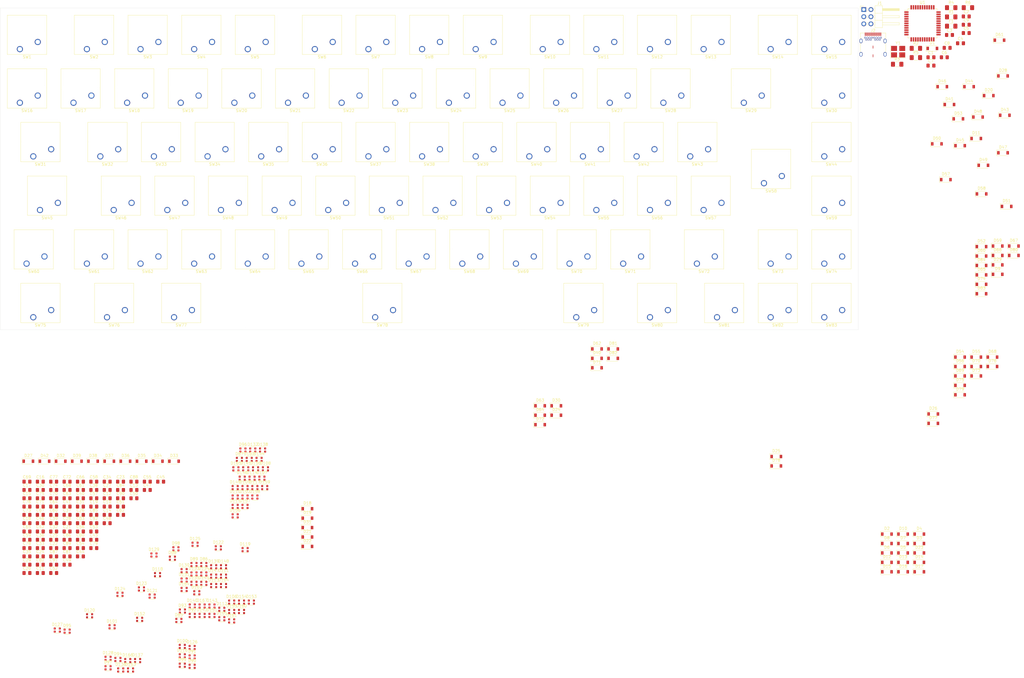
<source format=kicad_pcb>
(kicad_pcb (version 20171130) (host pcbnew 5.1.5+dfsg1-2build2)

  (general
    (thickness 1.6)
    (drawings 4)
    (tracks 0)
    (zones 0)
    (modules 353)
    (nets 217)
  )

  (page A3)
  (layers
    (0 F.Cu signal)
    (31 B.Cu signal)
    (32 B.Adhes user)
    (33 F.Adhes user)
    (34 B.Paste user)
    (35 F.Paste user)
    (36 B.SilkS user)
    (37 F.SilkS user)
    (38 B.Mask user)
    (39 F.Mask user)
    (40 Dwgs.User user)
    (41 Cmts.User user)
    (42 Eco1.User user)
    (43 Eco2.User user)
    (44 Edge.Cuts user)
    (45 Margin user)
    (46 B.CrtYd user)
    (47 F.CrtYd user)
    (48 B.Fab user)
    (49 F.Fab user)
  )

  (setup
    (last_trace_width 0.25)
    (trace_clearance 0.2)
    (zone_clearance 0.508)
    (zone_45_only no)
    (trace_min 0.2)
    (via_size 0.8)
    (via_drill 0.4)
    (via_min_size 0.6)
    (via_min_drill 0.3)
    (uvia_size 0.3)
    (uvia_drill 0.1)
    (uvias_allowed no)
    (uvia_min_size 0.2)
    (uvia_min_drill 0.1)
    (edge_width 0.05)
    (segment_width 0.2)
    (pcb_text_width 0.3)
    (pcb_text_size 1.5 1.5)
    (mod_edge_width 0.12)
    (mod_text_size 1 1)
    (mod_text_width 0.15)
    (pad_size 1.524 1.524)
    (pad_drill 0.762)
    (pad_to_mask_clearance 0.051)
    (solder_mask_min_width 0.25)
    (aux_axis_origin 0 0)
    (visible_elements FFFFF77F)
    (pcbplotparams
      (layerselection 0x010fc_ffffffff)
      (usegerberextensions false)
      (usegerberattributes false)
      (usegerberadvancedattributes false)
      (creategerberjobfile false)
      (excludeedgelayer true)
      (linewidth 0.100000)
      (plotframeref false)
      (viasonmask false)
      (mode 1)
      (useauxorigin false)
      (hpglpennumber 1)
      (hpglpenspeed 20)
      (hpglpendiameter 15.000000)
      (psnegative false)
      (psa4output false)
      (plotreference true)
      (plotvalue true)
      (plotinvisibletext false)
      (padsonsilk false)
      (subtractmaskfromsilk false)
      (outputformat 1)
      (mirror false)
      (drillshape 1)
      (scaleselection 1)
      (outputdirectory ""))
  )

  (net 0 "")
  (net 1 GND)
  (net 2 +5V)
  (net 3 "Net-(C7-Pad1)")
  (net 4 "Net-(C8-Pad2)")
  (net 5 "Net-(C9-Pad1)")
  (net 6 RST)
  (net 7 ROW0)
  (net 8 "Net-(D2-Pad2)")
  (net 9 "Net-(D3-Pad2)")
  (net 10 "Net-(D4-Pad2)")
  (net 11 "Net-(D5-Pad2)")
  (net 12 "Net-(D6-Pad2)")
  (net 13 "Net-(D7-Pad2)")
  (net 14 "Net-(D8-Pad2)")
  (net 15 "Net-(D9-Pad2)")
  (net 16 "Net-(D10-Pad2)")
  (net 17 "Net-(D11-Pad2)")
  (net 18 "Net-(D12-Pad2)")
  (net 19 "Net-(D13-Pad2)")
  (net 20 "Net-(D14-Pad2)")
  (net 21 "Net-(D15-Pad2)")
  (net 22 "Net-(D16-Pad2)")
  (net 23 ROW1)
  (net 24 "Net-(D17-Pad2)")
  (net 25 "Net-(D18-Pad2)")
  (net 26 "Net-(D19-Pad2)")
  (net 27 "Net-(D20-Pad2)")
  (net 28 "Net-(D21-Pad2)")
  (net 29 "Net-(D22-Pad2)")
  (net 30 "Net-(D23-Pad2)")
  (net 31 "Net-(D24-Pad2)")
  (net 32 "Net-(D25-Pad2)")
  (net 33 "Net-(D26-Pad2)")
  (net 34 "Net-(D27-Pad2)")
  (net 35 "Net-(D28-Pad2)")
  (net 36 "Net-(D29-Pad2)")
  (net 37 "Net-(D30-Pad2)")
  (net 38 "Net-(D31-Pad2)")
  (net 39 "Net-(D32-Pad2)")
  (net 40 ROW2)
  (net 41 "Net-(D33-Pad2)")
  (net 42 "Net-(D34-Pad2)")
  (net 43 "Net-(D35-Pad2)")
  (net 44 "Net-(D36-Pad2)")
  (net 45 "Net-(D37-Pad2)")
  (net 46 "Net-(D38-Pad2)")
  (net 47 "Net-(D39-Pad2)")
  (net 48 "Net-(D40-Pad2)")
  (net 49 "Net-(D41-Pad2)")
  (net 50 "Net-(D42-Pad2)")
  (net 51 "Net-(D43-Pad2)")
  (net 52 "Net-(D44-Pad2)")
  (net 53 "Net-(D45-Pad2)")
  (net 54 "Net-(D46-Pad2)")
  (net 55 ROW3)
  (net 56 "Net-(D47-Pad2)")
  (net 57 "Net-(D48-Pad2)")
  (net 58 "Net-(D49-Pad2)")
  (net 59 "Net-(D50-Pad2)")
  (net 60 "Net-(D51-Pad2)")
  (net 61 "Net-(D52-Pad2)")
  (net 62 "Net-(D53-Pad2)")
  (net 63 "Net-(D54-Pad2)")
  (net 64 "Net-(D55-Pad2)")
  (net 65 "Net-(D56-Pad2)")
  (net 66 "Net-(D57-Pad2)")
  (net 67 "Net-(D58-Pad2)")
  (net 68 "Net-(D59-Pad2)")
  (net 69 "Net-(D60-Pad2)")
  (net 70 ROW4)
  (net 71 "Net-(D61-Pad2)")
  (net 72 "Net-(D62-Pad2)")
  (net 73 "Net-(D63-Pad2)")
  (net 74 "Net-(D64-Pad2)")
  (net 75 "Net-(D65-Pad2)")
  (net 76 "Net-(D66-Pad2)")
  (net 77 "Net-(D67-Pad2)")
  (net 78 "Net-(D68-Pad2)")
  (net 79 "Net-(D69-Pad2)")
  (net 80 "Net-(D70-Pad2)")
  (net 81 "Net-(D71-Pad2)")
  (net 82 "Net-(D72-Pad2)")
  (net 83 "Net-(D73-Pad2)")
  (net 84 "Net-(D74-Pad2)")
  (net 85 "Net-(D75-Pad2)")
  (net 86 ROW5)
  (net 87 "Net-(D76-Pad2)")
  (net 88 "Net-(D77-Pad2)")
  (net 89 "Net-(D78-Pad2)")
  (net 90 "Net-(D79-Pad2)")
  (net 91 "Net-(D80-Pad2)")
  (net 92 "Net-(D81-Pad2)")
  (net 93 "Net-(D82-Pad2)")
  (net 94 "Net-(D83-Pad2)")
  (net 95 "Net-(D84-Pad2)")
  (net 96 "Net-(D85-Pad2)")
  (net 97 DIN)
  (net 98 "Net-(D86-Pad2)")
  (net 99 "Net-(D87-Pad2)")
  (net 100 "Net-(D88-Pad2)")
  (net 101 "Net-(D89-Pad2)")
  (net 102 "Net-(D90-Pad2)")
  (net 103 "Net-(D91-Pad2)")
  (net 104 "Net-(D92-Pad2)")
  (net 105 "Net-(D93-Pad2)")
  (net 106 "Net-(D94-Pad2)")
  (net 107 "Net-(D95-Pad2)")
  (net 108 "Net-(D96-Pad2)")
  (net 109 "Net-(D97-Pad2)")
  (net 110 "Net-(D98-Pad2)")
  (net 111 "Net-(D100-Pad4)")
  (net 112 "Net-(D100-Pad2)")
  (net 113 "Net-(D101-Pad2)")
  (net 114 "Net-(D102-Pad2)")
  (net 115 "Net-(D103-Pad2)")
  (net 116 "Net-(D104-Pad2)")
  (net 117 "Net-(D105-Pad2)")
  (net 118 "Net-(D106-Pad2)")
  (net 119 "Net-(D107-Pad2)")
  (net 120 "Net-(D108-Pad2)")
  (net 121 "Net-(D109-Pad2)")
  (net 122 "Net-(D110-Pad2)")
  (net 123 "Net-(D111-Pad2)")
  (net 124 "Net-(D112-Pad2)")
  (net 125 "Net-(D113-Pad2)")
  (net 126 "Net-(D114-Pad2)")
  (net 127 "Net-(D115-Pad2)")
  (net 128 "Net-(D116-Pad2)")
  (net 129 "Net-(D117-Pad2)")
  (net 130 "Net-(D118-Pad2)")
  (net 131 "Net-(D119-Pad2)")
  (net 132 "Net-(D120-Pad2)")
  (net 133 "Net-(D121-Pad2)")
  (net 134 "Net-(D122-Pad2)")
  (net 135 "Net-(D123-Pad2)")
  (net 136 "Net-(D124-Pad2)")
  (net 137 "Net-(D125-Pad2)")
  (net 138 "Net-(D126-Pad2)")
  (net 139 "Net-(D127-Pad2)")
  (net 140 "Net-(D128-Pad2)")
  (net 141 "Net-(D129-Pad2)")
  (net 142 "Net-(D130-Pad2)")
  (net 143 "Net-(D131-Pad2)")
  (net 144 "Net-(D132-Pad2)")
  (net 145 "Net-(D133-Pad2)")
  (net 146 "Net-(D134-Pad2)")
  (net 147 "Net-(D135-Pad2)")
  (net 148 "Net-(D136-Pad2)")
  (net 149 "Net-(D137-Pad2)")
  (net 150 "Net-(D138-Pad2)")
  (net 151 "Net-(D139-Pad2)")
  (net 152 "Net-(D140-Pad2)")
  (net 153 "Net-(D141-Pad2)")
  (net 154 "Net-(D142-Pad2)")
  (net 155 "Net-(D143-Pad2)")
  (net 156 "Net-(D144-Pad2)")
  (net 157 "Net-(D145-Pad2)")
  (net 158 "Net-(D146-Pad2)")
  (net 159 "Net-(D147-Pad2)")
  (net 160 "Net-(D148-Pad2)")
  (net 161 "Net-(D149-Pad2)")
  (net 162 "Net-(D150-Pad2)")
  (net 163 "Net-(D151-Pad2)")
  (net 164 "Net-(D152-Pad2)")
  (net 165 "Net-(D153-Pad2)")
  (net 166 "Net-(D154-Pad2)")
  (net 167 "Net-(D155-Pad2)")
  (net 168 "Net-(D156-Pad2)")
  (net 169 "Net-(D157-Pad2)")
  (net 170 "Net-(D158-Pad2)")
  (net 171 "Net-(D159-Pad2)")
  (net 172 "Net-(D160-Pad2)")
  (net 173 "Net-(D161-Pad2)")
  (net 174 "Net-(D162-Pad2)")
  (net 175 "Net-(D163-Pad2)")
  (net 176 "Net-(D164-Pad2)")
  (net 177 "Net-(D165-Pad2)")
  (net 178 "Net-(D166-Pad2)")
  (net 179 "Net-(D167-Pad2)")
  (net 180 "Net-(F1-Pad2)")
  (net 181 COL02)
  (net 182 COL00)
  (net 183 COL01)
  (net 184 "Net-(J2-PadA11)")
  (net 185 "Net-(J2-PadA10)")
  (net 186 "Net-(J2-PadA8)")
  (net 187 D-)
  (net 188 D+)
  (net 189 "Net-(J2-PadA5)")
  (net 190 "Net-(J2-PadA3)")
  (net 191 "Net-(J2-PadA2)")
  (net 192 "Net-(J2-PadB10)")
  (net 193 "Net-(J2-PadB3)")
  (net 194 "Net-(J2-PadB8)")
  (net 195 "Net-(J2-PadB5)")
  (net 196 "Net-(J2-PadB2)")
  (net 197 "Net-(J2-PadB11)")
  (net 198 "Net-(R4-Pad1)")
  (net 199 "Net-(R5-Pad2)")
  (net 200 "Net-(R6-Pad2)")
  (net 201 COL03)
  (net 202 COL04)
  (net 203 COL06)
  (net 204 COL07)
  (net 205 COL08)
  (net 206 COL09)
  (net 207 COL10)
  (net 208 COL11)
  (net 209 COL12)
  (net 210 COL13)
  (net 211 COL14)
  (net 212 COL15)
  (net 213 COL05)
  (net 214 "Net-(U1-Pad1)")
  (net 215 "Net-(U1-Pad8)")
  (net 216 "Net-(U1-Pad42)")

  (net_class Default "Dies ist die voreingestellte Netzklasse."
    (clearance 0.2)
    (trace_width 0.25)
    (via_dia 0.8)
    (via_drill 0.4)
    (uvia_dia 0.3)
    (uvia_drill 0.1)
    (add_net +5V)
    (add_net COL00)
    (add_net COL01)
    (add_net COL02)
    (add_net COL03)
    (add_net COL04)
    (add_net COL05)
    (add_net COL06)
    (add_net COL07)
    (add_net COL08)
    (add_net COL09)
    (add_net COL10)
    (add_net COL11)
    (add_net COL12)
    (add_net COL13)
    (add_net COL14)
    (add_net COL15)
    (add_net D+)
    (add_net D-)
    (add_net DIN)
    (add_net GND)
    (add_net "Net-(C7-Pad1)")
    (add_net "Net-(C8-Pad2)")
    (add_net "Net-(C9-Pad1)")
    (add_net "Net-(D10-Pad2)")
    (add_net "Net-(D100-Pad2)")
    (add_net "Net-(D100-Pad4)")
    (add_net "Net-(D101-Pad2)")
    (add_net "Net-(D102-Pad2)")
    (add_net "Net-(D103-Pad2)")
    (add_net "Net-(D104-Pad2)")
    (add_net "Net-(D105-Pad2)")
    (add_net "Net-(D106-Pad2)")
    (add_net "Net-(D107-Pad2)")
    (add_net "Net-(D108-Pad2)")
    (add_net "Net-(D109-Pad2)")
    (add_net "Net-(D11-Pad2)")
    (add_net "Net-(D110-Pad2)")
    (add_net "Net-(D111-Pad2)")
    (add_net "Net-(D112-Pad2)")
    (add_net "Net-(D113-Pad2)")
    (add_net "Net-(D114-Pad2)")
    (add_net "Net-(D115-Pad2)")
    (add_net "Net-(D116-Pad2)")
    (add_net "Net-(D117-Pad2)")
    (add_net "Net-(D118-Pad2)")
    (add_net "Net-(D119-Pad2)")
    (add_net "Net-(D12-Pad2)")
    (add_net "Net-(D120-Pad2)")
    (add_net "Net-(D121-Pad2)")
    (add_net "Net-(D122-Pad2)")
    (add_net "Net-(D123-Pad2)")
    (add_net "Net-(D124-Pad2)")
    (add_net "Net-(D125-Pad2)")
    (add_net "Net-(D126-Pad2)")
    (add_net "Net-(D127-Pad2)")
    (add_net "Net-(D128-Pad2)")
    (add_net "Net-(D129-Pad2)")
    (add_net "Net-(D13-Pad2)")
    (add_net "Net-(D130-Pad2)")
    (add_net "Net-(D131-Pad2)")
    (add_net "Net-(D132-Pad2)")
    (add_net "Net-(D133-Pad2)")
    (add_net "Net-(D134-Pad2)")
    (add_net "Net-(D135-Pad2)")
    (add_net "Net-(D136-Pad2)")
    (add_net "Net-(D137-Pad2)")
    (add_net "Net-(D138-Pad2)")
    (add_net "Net-(D139-Pad2)")
    (add_net "Net-(D14-Pad2)")
    (add_net "Net-(D140-Pad2)")
    (add_net "Net-(D141-Pad2)")
    (add_net "Net-(D142-Pad2)")
    (add_net "Net-(D143-Pad2)")
    (add_net "Net-(D144-Pad2)")
    (add_net "Net-(D145-Pad2)")
    (add_net "Net-(D146-Pad2)")
    (add_net "Net-(D147-Pad2)")
    (add_net "Net-(D148-Pad2)")
    (add_net "Net-(D149-Pad2)")
    (add_net "Net-(D15-Pad2)")
    (add_net "Net-(D150-Pad2)")
    (add_net "Net-(D151-Pad2)")
    (add_net "Net-(D152-Pad2)")
    (add_net "Net-(D153-Pad2)")
    (add_net "Net-(D154-Pad2)")
    (add_net "Net-(D155-Pad2)")
    (add_net "Net-(D156-Pad2)")
    (add_net "Net-(D157-Pad2)")
    (add_net "Net-(D158-Pad2)")
    (add_net "Net-(D159-Pad2)")
    (add_net "Net-(D16-Pad2)")
    (add_net "Net-(D160-Pad2)")
    (add_net "Net-(D161-Pad2)")
    (add_net "Net-(D162-Pad2)")
    (add_net "Net-(D163-Pad2)")
    (add_net "Net-(D164-Pad2)")
    (add_net "Net-(D165-Pad2)")
    (add_net "Net-(D166-Pad2)")
    (add_net "Net-(D167-Pad2)")
    (add_net "Net-(D17-Pad2)")
    (add_net "Net-(D18-Pad2)")
    (add_net "Net-(D19-Pad2)")
    (add_net "Net-(D2-Pad2)")
    (add_net "Net-(D20-Pad2)")
    (add_net "Net-(D21-Pad2)")
    (add_net "Net-(D22-Pad2)")
    (add_net "Net-(D23-Pad2)")
    (add_net "Net-(D24-Pad2)")
    (add_net "Net-(D25-Pad2)")
    (add_net "Net-(D26-Pad2)")
    (add_net "Net-(D27-Pad2)")
    (add_net "Net-(D28-Pad2)")
    (add_net "Net-(D29-Pad2)")
    (add_net "Net-(D3-Pad2)")
    (add_net "Net-(D30-Pad2)")
    (add_net "Net-(D31-Pad2)")
    (add_net "Net-(D32-Pad2)")
    (add_net "Net-(D33-Pad2)")
    (add_net "Net-(D34-Pad2)")
    (add_net "Net-(D35-Pad2)")
    (add_net "Net-(D36-Pad2)")
    (add_net "Net-(D37-Pad2)")
    (add_net "Net-(D38-Pad2)")
    (add_net "Net-(D39-Pad2)")
    (add_net "Net-(D4-Pad2)")
    (add_net "Net-(D40-Pad2)")
    (add_net "Net-(D41-Pad2)")
    (add_net "Net-(D42-Pad2)")
    (add_net "Net-(D43-Pad2)")
    (add_net "Net-(D44-Pad2)")
    (add_net "Net-(D45-Pad2)")
    (add_net "Net-(D46-Pad2)")
    (add_net "Net-(D47-Pad2)")
    (add_net "Net-(D48-Pad2)")
    (add_net "Net-(D49-Pad2)")
    (add_net "Net-(D5-Pad2)")
    (add_net "Net-(D50-Pad2)")
    (add_net "Net-(D51-Pad2)")
    (add_net "Net-(D52-Pad2)")
    (add_net "Net-(D53-Pad2)")
    (add_net "Net-(D54-Pad2)")
    (add_net "Net-(D55-Pad2)")
    (add_net "Net-(D56-Pad2)")
    (add_net "Net-(D57-Pad2)")
    (add_net "Net-(D58-Pad2)")
    (add_net "Net-(D59-Pad2)")
    (add_net "Net-(D6-Pad2)")
    (add_net "Net-(D60-Pad2)")
    (add_net "Net-(D61-Pad2)")
    (add_net "Net-(D62-Pad2)")
    (add_net "Net-(D63-Pad2)")
    (add_net "Net-(D64-Pad2)")
    (add_net "Net-(D65-Pad2)")
    (add_net "Net-(D66-Pad2)")
    (add_net "Net-(D67-Pad2)")
    (add_net "Net-(D68-Pad2)")
    (add_net "Net-(D69-Pad2)")
    (add_net "Net-(D7-Pad2)")
    (add_net "Net-(D70-Pad2)")
    (add_net "Net-(D71-Pad2)")
    (add_net "Net-(D72-Pad2)")
    (add_net "Net-(D73-Pad2)")
    (add_net "Net-(D74-Pad2)")
    (add_net "Net-(D75-Pad2)")
    (add_net "Net-(D76-Pad2)")
    (add_net "Net-(D77-Pad2)")
    (add_net "Net-(D78-Pad2)")
    (add_net "Net-(D79-Pad2)")
    (add_net "Net-(D8-Pad2)")
    (add_net "Net-(D80-Pad2)")
    (add_net "Net-(D81-Pad2)")
    (add_net "Net-(D82-Pad2)")
    (add_net "Net-(D83-Pad2)")
    (add_net "Net-(D84-Pad2)")
    (add_net "Net-(D85-Pad2)")
    (add_net "Net-(D86-Pad2)")
    (add_net "Net-(D87-Pad2)")
    (add_net "Net-(D88-Pad2)")
    (add_net "Net-(D89-Pad2)")
    (add_net "Net-(D9-Pad2)")
    (add_net "Net-(D90-Pad2)")
    (add_net "Net-(D91-Pad2)")
    (add_net "Net-(D92-Pad2)")
    (add_net "Net-(D93-Pad2)")
    (add_net "Net-(D94-Pad2)")
    (add_net "Net-(D95-Pad2)")
    (add_net "Net-(D96-Pad2)")
    (add_net "Net-(D97-Pad2)")
    (add_net "Net-(D98-Pad2)")
    (add_net "Net-(F1-Pad2)")
    (add_net "Net-(J2-PadA10)")
    (add_net "Net-(J2-PadA11)")
    (add_net "Net-(J2-PadA2)")
    (add_net "Net-(J2-PadA3)")
    (add_net "Net-(J2-PadA5)")
    (add_net "Net-(J2-PadA8)")
    (add_net "Net-(J2-PadB10)")
    (add_net "Net-(J2-PadB11)")
    (add_net "Net-(J2-PadB2)")
    (add_net "Net-(J2-PadB3)")
    (add_net "Net-(J2-PadB5)")
    (add_net "Net-(J2-PadB8)")
    (add_net "Net-(R4-Pad1)")
    (add_net "Net-(R5-Pad2)")
    (add_net "Net-(R6-Pad2)")
    (add_net "Net-(U1-Pad1)")
    (add_net "Net-(U1-Pad42)")
    (add_net "Net-(U1-Pad8)")
    (add_net ROW0)
    (add_net ROW1)
    (add_net ROW2)
    (add_net ROW3)
    (add_net ROW4)
    (add_net ROW5)
    (add_net RST)
  )

  (module Capacitor_SMD:C_0805_2012Metric_Pad1.15x1.40mm_HandSolder (layer F.Cu) (tedit 5B36C52B) (tstamp 5F15EB18)
    (at 368.725001 55.605001)
    (descr "Capacitor SMD 0805 (2012 Metric), square (rectangular) end terminal, IPC_7351 nominal with elongated pad for handsoldering. (Body size source: https://docs.google.com/spreadsheets/d/1BsfQQcO9C6DZCsRaXUlFlo91Tg2WpOkGARC1WS5S8t0/edit?usp=sharing), generated with kicad-footprint-generator")
    (tags "capacitor handsolder")
    (path /5F92990D)
    (attr smd)
    (fp_text reference C1 (at 0 -1.65) (layer F.SilkS)
      (effects (font (size 1 1) (thickness 0.15)))
    )
    (fp_text value 0.1uF (at 0 1.65) (layer F.Fab)
      (effects (font (size 1 1) (thickness 0.15)))
    )
    (fp_text user %R (at 0 0) (layer F.Fab)
      (effects (font (size 0.5 0.5) (thickness 0.08)))
    )
    (fp_line (start 1.85 0.95) (end -1.85 0.95) (layer F.CrtYd) (width 0.05))
    (fp_line (start 1.85 -0.95) (end 1.85 0.95) (layer F.CrtYd) (width 0.05))
    (fp_line (start -1.85 -0.95) (end 1.85 -0.95) (layer F.CrtYd) (width 0.05))
    (fp_line (start -1.85 0.95) (end -1.85 -0.95) (layer F.CrtYd) (width 0.05))
    (fp_line (start -0.261252 0.71) (end 0.261252 0.71) (layer F.SilkS) (width 0.12))
    (fp_line (start -0.261252 -0.71) (end 0.261252 -0.71) (layer F.SilkS) (width 0.12))
    (fp_line (start 1 0.6) (end -1 0.6) (layer F.Fab) (width 0.1))
    (fp_line (start 1 -0.6) (end 1 0.6) (layer F.Fab) (width 0.1))
    (fp_line (start -1 -0.6) (end 1 -0.6) (layer F.Fab) (width 0.1))
    (fp_line (start -1 0.6) (end -1 -0.6) (layer F.Fab) (width 0.1))
    (pad 2 smd roundrect (at 1.025 0) (size 1.15 1.4) (layers F.Cu F.Paste F.Mask) (roundrect_rratio 0.217391)
      (net 1 GND))
    (pad 1 smd roundrect (at -1.025 0) (size 1.15 1.4) (layers F.Cu F.Paste F.Mask) (roundrect_rratio 0.217391)
      (net 2 +5V))
    (model ${KISYS3DMOD}/Capacitor_SMD.3dshapes/C_0805_2012Metric.wrl
      (at (xyz 0 0 0))
      (scale (xyz 1 1 1))
      (rotate (xyz 0 0 0))
    )
  )

  (module Capacitor_SMD:C_0805_2012Metric_Pad1.15x1.40mm_HandSolder (layer F.Cu) (tedit 5B36C52B) (tstamp 5F15EB29)
    (at 381.265001 41.095001)
    (descr "Capacitor SMD 0805 (2012 Metric), square (rectangular) end terminal, IPC_7351 nominal with elongated pad for handsoldering. (Body size source: https://docs.google.com/spreadsheets/d/1BsfQQcO9C6DZCsRaXUlFlo91Tg2WpOkGARC1WS5S8t0/edit?usp=sharing), generated with kicad-footprint-generator")
    (tags "capacitor handsolder")
    (path /5EFFF252)
    (attr smd)
    (fp_text reference C2 (at 0 -1.65) (layer F.SilkS)
      (effects (font (size 1 1) (thickness 0.15)))
    )
    (fp_text value 0.1uF (at 0 1.65) (layer F.Fab)
      (effects (font (size 1 1) (thickness 0.15)))
    )
    (fp_text user %R (at 0 0) (layer F.Fab)
      (effects (font (size 0.5 0.5) (thickness 0.08)))
    )
    (fp_line (start 1.85 0.95) (end -1.85 0.95) (layer F.CrtYd) (width 0.05))
    (fp_line (start 1.85 -0.95) (end 1.85 0.95) (layer F.CrtYd) (width 0.05))
    (fp_line (start -1.85 -0.95) (end 1.85 -0.95) (layer F.CrtYd) (width 0.05))
    (fp_line (start -1.85 0.95) (end -1.85 -0.95) (layer F.CrtYd) (width 0.05))
    (fp_line (start -0.261252 0.71) (end 0.261252 0.71) (layer F.SilkS) (width 0.12))
    (fp_line (start -0.261252 -0.71) (end 0.261252 -0.71) (layer F.SilkS) (width 0.12))
    (fp_line (start 1 0.6) (end -1 0.6) (layer F.Fab) (width 0.1))
    (fp_line (start 1 -0.6) (end 1 0.6) (layer F.Fab) (width 0.1))
    (fp_line (start -1 -0.6) (end 1 -0.6) (layer F.Fab) (width 0.1))
    (fp_line (start -1 0.6) (end -1 -0.6) (layer F.Fab) (width 0.1))
    (pad 2 smd roundrect (at 1.025 0) (size 1.15 1.4) (layers F.Cu F.Paste F.Mask) (roundrect_rratio 0.217391)
      (net 1 GND))
    (pad 1 smd roundrect (at -1.025 0) (size 1.15 1.4) (layers F.Cu F.Paste F.Mask) (roundrect_rratio 0.217391)
      (net 2 +5V))
    (model ${KISYS3DMOD}/Capacitor_SMD.3dshapes/C_0805_2012Metric.wrl
      (at (xyz 0 0 0))
      (scale (xyz 1 1 1))
      (rotate (xyz 0 0 0))
    )
  )

  (module Capacitor_SMD:C_0805_2012Metric_Pad1.15x1.40mm_HandSolder (layer F.Cu) (tedit 5B36C52B) (tstamp 5F15EB3A)
    (at 375.315001 47.675001)
    (descr "Capacitor SMD 0805 (2012 Metric), square (rectangular) end terminal, IPC_7351 nominal with elongated pad for handsoldering. (Body size source: https://docs.google.com/spreadsheets/d/1BsfQQcO9C6DZCsRaXUlFlo91Tg2WpOkGARC1WS5S8t0/edit?usp=sharing), generated with kicad-footprint-generator")
    (tags "capacitor handsolder")
    (path /5F00AFA0)
    (attr smd)
    (fp_text reference C3 (at 0 -1.65) (layer F.SilkS)
      (effects (font (size 1 1) (thickness 0.15)))
    )
    (fp_text value 0.1uF (at 0 1.65) (layer F.Fab)
      (effects (font (size 1 1) (thickness 0.15)))
    )
    (fp_text user %R (at 0 0) (layer F.Fab)
      (effects (font (size 0.5 0.5) (thickness 0.08)))
    )
    (fp_line (start 1.85 0.95) (end -1.85 0.95) (layer F.CrtYd) (width 0.05))
    (fp_line (start 1.85 -0.95) (end 1.85 0.95) (layer F.CrtYd) (width 0.05))
    (fp_line (start -1.85 -0.95) (end 1.85 -0.95) (layer F.CrtYd) (width 0.05))
    (fp_line (start -1.85 0.95) (end -1.85 -0.95) (layer F.CrtYd) (width 0.05))
    (fp_line (start -0.261252 0.71) (end 0.261252 0.71) (layer F.SilkS) (width 0.12))
    (fp_line (start -0.261252 -0.71) (end 0.261252 -0.71) (layer F.SilkS) (width 0.12))
    (fp_line (start 1 0.6) (end -1 0.6) (layer F.Fab) (width 0.1))
    (fp_line (start 1 -0.6) (end 1 0.6) (layer F.Fab) (width 0.1))
    (fp_line (start -1 -0.6) (end 1 -0.6) (layer F.Fab) (width 0.1))
    (fp_line (start -1 0.6) (end -1 -0.6) (layer F.Fab) (width 0.1))
    (pad 2 smd roundrect (at 1.025 0) (size 1.15 1.4) (layers F.Cu F.Paste F.Mask) (roundrect_rratio 0.217391)
      (net 1 GND))
    (pad 1 smd roundrect (at -1.025 0) (size 1.15 1.4) (layers F.Cu F.Paste F.Mask) (roundrect_rratio 0.217391)
      (net 2 +5V))
    (model ${KISYS3DMOD}/Capacitor_SMD.3dshapes/C_0805_2012Metric.wrl
      (at (xyz 0 0 0))
      (scale (xyz 1 1 1))
      (rotate (xyz 0 0 0))
    )
  )

  (module Capacitor_SMD:C_0805_2012Metric_Pad1.15x1.40mm_HandSolder (layer F.Cu) (tedit 5B36C52B) (tstamp 5F15EB4B)
    (at 379.225001 50.625001)
    (descr "Capacitor SMD 0805 (2012 Metric), square (rectangular) end terminal, IPC_7351 nominal with elongated pad for handsoldering. (Body size source: https://docs.google.com/spreadsheets/d/1BsfQQcO9C6DZCsRaXUlFlo91Tg2WpOkGARC1WS5S8t0/edit?usp=sharing), generated with kicad-footprint-generator")
    (tags "capacitor handsolder")
    (path /5F00B4C3)
    (attr smd)
    (fp_text reference C4 (at 0 -1.65) (layer F.SilkS)
      (effects (font (size 1 1) (thickness 0.15)))
    )
    (fp_text value 0.1uF (at 0 1.65) (layer F.Fab)
      (effects (font (size 1 1) (thickness 0.15)))
    )
    (fp_line (start -1 0.6) (end -1 -0.6) (layer F.Fab) (width 0.1))
    (fp_line (start -1 -0.6) (end 1 -0.6) (layer F.Fab) (width 0.1))
    (fp_line (start 1 -0.6) (end 1 0.6) (layer F.Fab) (width 0.1))
    (fp_line (start 1 0.6) (end -1 0.6) (layer F.Fab) (width 0.1))
    (fp_line (start -0.261252 -0.71) (end 0.261252 -0.71) (layer F.SilkS) (width 0.12))
    (fp_line (start -0.261252 0.71) (end 0.261252 0.71) (layer F.SilkS) (width 0.12))
    (fp_line (start -1.85 0.95) (end -1.85 -0.95) (layer F.CrtYd) (width 0.05))
    (fp_line (start -1.85 -0.95) (end 1.85 -0.95) (layer F.CrtYd) (width 0.05))
    (fp_line (start 1.85 -0.95) (end 1.85 0.95) (layer F.CrtYd) (width 0.05))
    (fp_line (start 1.85 0.95) (end -1.85 0.95) (layer F.CrtYd) (width 0.05))
    (fp_text user %R (at 0 0) (layer F.Fab)
      (effects (font (size 0.5 0.5) (thickness 0.08)))
    )
    (pad 1 smd roundrect (at -1.025 0) (size 1.15 1.4) (layers F.Cu F.Paste F.Mask) (roundrect_rratio 0.217391)
      (net 2 +5V))
    (pad 2 smd roundrect (at 1.025 0) (size 1.15 1.4) (layers F.Cu F.Paste F.Mask) (roundrect_rratio 0.217391)
      (net 1 GND))
    (model ${KISYS3DMOD}/Capacitor_SMD.3dshapes/C_0805_2012Metric.wrl
      (at (xyz 0 0 0))
      (scale (xyz 1 1 1))
      (rotate (xyz 0 0 0))
    )
  )

  (module Capacitor_SMD:C_0805_2012Metric_Pad1.15x1.40mm_HandSolder (layer F.Cu) (tedit 5B36C52B) (tstamp 5F15EB5C)
    (at 381.265001 46.995001)
    (descr "Capacitor SMD 0805 (2012 Metric), square (rectangular) end terminal, IPC_7351 nominal with elongated pad for handsoldering. (Body size source: https://docs.google.com/spreadsheets/d/1BsfQQcO9C6DZCsRaXUlFlo91Tg2WpOkGARC1WS5S8t0/edit?usp=sharing), generated with kicad-footprint-generator")
    (tags "capacitor handsolder")
    (path /5F92A552)
    (attr smd)
    (fp_text reference C5 (at 0 -1.65) (layer F.SilkS)
      (effects (font (size 1 1) (thickness 0.15)))
    )
    (fp_text value 0.1uF (at 0 1.65) (layer F.Fab)
      (effects (font (size 1 1) (thickness 0.15)))
    )
    (fp_text user %R (at 0 0) (layer F.Fab)
      (effects (font (size 0.5 0.5) (thickness 0.08)))
    )
    (fp_line (start 1.85 0.95) (end -1.85 0.95) (layer F.CrtYd) (width 0.05))
    (fp_line (start 1.85 -0.95) (end 1.85 0.95) (layer F.CrtYd) (width 0.05))
    (fp_line (start -1.85 -0.95) (end 1.85 -0.95) (layer F.CrtYd) (width 0.05))
    (fp_line (start -1.85 0.95) (end -1.85 -0.95) (layer F.CrtYd) (width 0.05))
    (fp_line (start -0.261252 0.71) (end 0.261252 0.71) (layer F.SilkS) (width 0.12))
    (fp_line (start -0.261252 -0.71) (end 0.261252 -0.71) (layer F.SilkS) (width 0.12))
    (fp_line (start 1 0.6) (end -1 0.6) (layer F.Fab) (width 0.1))
    (fp_line (start 1 -0.6) (end 1 0.6) (layer F.Fab) (width 0.1))
    (fp_line (start -1 -0.6) (end 1 -0.6) (layer F.Fab) (width 0.1))
    (fp_line (start -1 0.6) (end -1 -0.6) (layer F.Fab) (width 0.1))
    (pad 2 smd roundrect (at 1.025 0) (size 1.15 1.4) (layers F.Cu F.Paste F.Mask) (roundrect_rratio 0.217391)
      (net 1 GND))
    (pad 1 smd roundrect (at -1.025 0) (size 1.15 1.4) (layers F.Cu F.Paste F.Mask) (roundrect_rratio 0.217391)
      (net 2 +5V))
    (model ${KISYS3DMOD}/Capacitor_SMD.3dshapes/C_0805_2012Metric.wrl
      (at (xyz 0 0 0))
      (scale (xyz 1 1 1))
      (rotate (xyz 0 0 0))
    )
  )

  (module Capacitor_SMD:C_0805_2012Metric_Pad1.15x1.40mm_HandSolder (layer F.Cu) (tedit 5B36C52B) (tstamp 5F15EB6D)
    (at 373.475001 55.605001)
    (descr "Capacitor SMD 0805 (2012 Metric), square (rectangular) end terminal, IPC_7351 nominal with elongated pad for handsoldering. (Body size source: https://docs.google.com/spreadsheets/d/1BsfQQcO9C6DZCsRaXUlFlo91Tg2WpOkGARC1WS5S8t0/edit?usp=sharing), generated with kicad-footprint-generator")
    (tags "capacitor handsolder")
    (path /5F007EF5)
    (attr smd)
    (fp_text reference C6 (at 0 -1.65) (layer F.SilkS)
      (effects (font (size 1 1) (thickness 0.15)))
    )
    (fp_text value 10uF (at 0 1.65) (layer F.Fab)
      (effects (font (size 1 1) (thickness 0.15)))
    )
    (fp_line (start -1 0.6) (end -1 -0.6) (layer F.Fab) (width 0.1))
    (fp_line (start -1 -0.6) (end 1 -0.6) (layer F.Fab) (width 0.1))
    (fp_line (start 1 -0.6) (end 1 0.6) (layer F.Fab) (width 0.1))
    (fp_line (start 1 0.6) (end -1 0.6) (layer F.Fab) (width 0.1))
    (fp_line (start -0.261252 -0.71) (end 0.261252 -0.71) (layer F.SilkS) (width 0.12))
    (fp_line (start -0.261252 0.71) (end 0.261252 0.71) (layer F.SilkS) (width 0.12))
    (fp_line (start -1.85 0.95) (end -1.85 -0.95) (layer F.CrtYd) (width 0.05))
    (fp_line (start -1.85 -0.95) (end 1.85 -0.95) (layer F.CrtYd) (width 0.05))
    (fp_line (start 1.85 -0.95) (end 1.85 0.95) (layer F.CrtYd) (width 0.05))
    (fp_line (start 1.85 0.95) (end -1.85 0.95) (layer F.CrtYd) (width 0.05))
    (fp_text user %R (at 0 0) (layer F.Fab)
      (effects (font (size 0.5 0.5) (thickness 0.08)))
    )
    (pad 1 smd roundrect (at -1.025 0) (size 1.15 1.4) (layers F.Cu F.Paste F.Mask) (roundrect_rratio 0.217391)
      (net 2 +5V))
    (pad 2 smd roundrect (at 1.025 0) (size 1.15 1.4) (layers F.Cu F.Paste F.Mask) (roundrect_rratio 0.217391)
      (net 1 GND))
    (model ${KISYS3DMOD}/Capacitor_SMD.3dshapes/C_0805_2012Metric.wrl
      (at (xyz 0 0 0))
      (scale (xyz 1 1 1))
      (rotate (xyz 0 0 0))
    )
  )

  (module Capacitor_SMD:C_0805_2012Metric_Pad1.15x1.40mm_HandSolder (layer F.Cu) (tedit 5B36C52B) (tstamp 5F15EB7E)
    (at 368.725001 58.555001)
    (descr "Capacitor SMD 0805 (2012 Metric), square (rectangular) end terminal, IPC_7351 nominal with elongated pad for handsoldering. (Body size source: https://docs.google.com/spreadsheets/d/1BsfQQcO9C6DZCsRaXUlFlo91Tg2WpOkGARC1WS5S8t0/edit?usp=sharing), generated with kicad-footprint-generator")
    (tags "capacitor handsolder")
    (path /5F0786B1)
    (attr smd)
    (fp_text reference C7 (at 0 -1.65) (layer F.SilkS)
      (effects (font (size 1 1) (thickness 0.15)))
    )
    (fp_text value 22pF (at 0 1.65) (layer F.Fab)
      (effects (font (size 1 1) (thickness 0.15)))
    )
    (fp_text user %R (at 0 0) (layer F.Fab)
      (effects (font (size 0.5 0.5) (thickness 0.08)))
    )
    (fp_line (start 1.85 0.95) (end -1.85 0.95) (layer F.CrtYd) (width 0.05))
    (fp_line (start 1.85 -0.95) (end 1.85 0.95) (layer F.CrtYd) (width 0.05))
    (fp_line (start -1.85 -0.95) (end 1.85 -0.95) (layer F.CrtYd) (width 0.05))
    (fp_line (start -1.85 0.95) (end -1.85 -0.95) (layer F.CrtYd) (width 0.05))
    (fp_line (start -0.261252 0.71) (end 0.261252 0.71) (layer F.SilkS) (width 0.12))
    (fp_line (start -0.261252 -0.71) (end 0.261252 -0.71) (layer F.SilkS) (width 0.12))
    (fp_line (start 1 0.6) (end -1 0.6) (layer F.Fab) (width 0.1))
    (fp_line (start 1 -0.6) (end 1 0.6) (layer F.Fab) (width 0.1))
    (fp_line (start -1 -0.6) (end 1 -0.6) (layer F.Fab) (width 0.1))
    (fp_line (start -1 0.6) (end -1 -0.6) (layer F.Fab) (width 0.1))
    (pad 2 smd roundrect (at 1.025 0) (size 1.15 1.4) (layers F.Cu F.Paste F.Mask) (roundrect_rratio 0.217391)
      (net 1 GND))
    (pad 1 smd roundrect (at -1.025 0) (size 1.15 1.4) (layers F.Cu F.Paste F.Mask) (roundrect_rratio 0.217391)
      (net 3 "Net-(C7-Pad1)"))
    (model ${KISYS3DMOD}/Capacitor_SMD.3dshapes/C_0805_2012Metric.wrl
      (at (xyz 0 0 0))
      (scale (xyz 1 1 1))
      (rotate (xyz 0 0 0))
    )
  )

  (module Capacitor_SMD:C_0805_2012Metric_Pad1.15x1.40mm_HandSolder (layer F.Cu) (tedit 5B36C52B) (tstamp 5F15EB8F)
    (at 374.475001 52.255001)
    (descr "Capacitor SMD 0805 (2012 Metric), square (rectangular) end terminal, IPC_7351 nominal with elongated pad for handsoldering. (Body size source: https://docs.google.com/spreadsheets/d/1BsfQQcO9C6DZCsRaXUlFlo91Tg2WpOkGARC1WS5S8t0/edit?usp=sharing), generated with kicad-footprint-generator")
    (tags "capacitor handsolder")
    (path /5F0BA64F)
    (attr smd)
    (fp_text reference C8 (at 0 -1.65) (layer F.SilkS)
      (effects (font (size 1 1) (thickness 0.15)))
    )
    (fp_text value 22pF (at 0 1.65) (layer F.Fab)
      (effects (font (size 1 1) (thickness 0.15)))
    )
    (fp_text user %R (at 0 0) (layer F.Fab)
      (effects (font (size 0.5 0.5) (thickness 0.08)))
    )
    (fp_line (start 1.85 0.95) (end -1.85 0.95) (layer F.CrtYd) (width 0.05))
    (fp_line (start 1.85 -0.95) (end 1.85 0.95) (layer F.CrtYd) (width 0.05))
    (fp_line (start -1.85 -0.95) (end 1.85 -0.95) (layer F.CrtYd) (width 0.05))
    (fp_line (start -1.85 0.95) (end -1.85 -0.95) (layer F.CrtYd) (width 0.05))
    (fp_line (start -0.261252 0.71) (end 0.261252 0.71) (layer F.SilkS) (width 0.12))
    (fp_line (start -0.261252 -0.71) (end 0.261252 -0.71) (layer F.SilkS) (width 0.12))
    (fp_line (start 1 0.6) (end -1 0.6) (layer F.Fab) (width 0.1))
    (fp_line (start 1 -0.6) (end 1 0.6) (layer F.Fab) (width 0.1))
    (fp_line (start -1 -0.6) (end 1 -0.6) (layer F.Fab) (width 0.1))
    (fp_line (start -1 0.6) (end -1 -0.6) (layer F.Fab) (width 0.1))
    (pad 2 smd roundrect (at 1.025 0) (size 1.15 1.4) (layers F.Cu F.Paste F.Mask) (roundrect_rratio 0.217391)
      (net 4 "Net-(C8-Pad2)"))
    (pad 1 smd roundrect (at -1.025 0) (size 1.15 1.4) (layers F.Cu F.Paste F.Mask) (roundrect_rratio 0.217391)
      (net 1 GND))
    (model ${KISYS3DMOD}/Capacitor_SMD.3dshapes/C_0805_2012Metric.wrl
      (at (xyz 0 0 0))
      (scale (xyz 1 1 1))
      (rotate (xyz 0 0 0))
    )
  )

  (module Capacitor_SMD:C_0805_2012Metric_Pad1.15x1.40mm_HandSolder (layer F.Cu) (tedit 5B36C52B) (tstamp 5F15EBA0)
    (at 381.265001 44.045001)
    (descr "Capacitor SMD 0805 (2012 Metric), square (rectangular) end terminal, IPC_7351 nominal with elongated pad for handsoldering. (Body size source: https://docs.google.com/spreadsheets/d/1BsfQQcO9C6DZCsRaXUlFlo91Tg2WpOkGARC1WS5S8t0/edit?usp=sharing), generated with kicad-footprint-generator")
    (tags "capacitor handsolder")
    (path /5F049C39)
    (attr smd)
    (fp_text reference C9 (at 0 -1.65) (layer F.SilkS)
      (effects (font (size 1 1) (thickness 0.15)))
    )
    (fp_text value 1uF (at 0 1.65) (layer F.Fab)
      (effects (font (size 1 1) (thickness 0.15)))
    )
    (fp_line (start -1 0.6) (end -1 -0.6) (layer F.Fab) (width 0.1))
    (fp_line (start -1 -0.6) (end 1 -0.6) (layer F.Fab) (width 0.1))
    (fp_line (start 1 -0.6) (end 1 0.6) (layer F.Fab) (width 0.1))
    (fp_line (start 1 0.6) (end -1 0.6) (layer F.Fab) (width 0.1))
    (fp_line (start -0.261252 -0.71) (end 0.261252 -0.71) (layer F.SilkS) (width 0.12))
    (fp_line (start -0.261252 0.71) (end 0.261252 0.71) (layer F.SilkS) (width 0.12))
    (fp_line (start -1.85 0.95) (end -1.85 -0.95) (layer F.CrtYd) (width 0.05))
    (fp_line (start -1.85 -0.95) (end 1.85 -0.95) (layer F.CrtYd) (width 0.05))
    (fp_line (start 1.85 -0.95) (end 1.85 0.95) (layer F.CrtYd) (width 0.05))
    (fp_line (start 1.85 0.95) (end -1.85 0.95) (layer F.CrtYd) (width 0.05))
    (fp_text user %R (at 0 0) (layer F.Fab)
      (effects (font (size 0.5 0.5) (thickness 0.08)))
    )
    (pad 1 smd roundrect (at -1.025 0) (size 1.15 1.4) (layers F.Cu F.Paste F.Mask) (roundrect_rratio 0.217391)
      (net 5 "Net-(C9-Pad1)"))
    (pad 2 smd roundrect (at 1.025 0) (size 1.15 1.4) (layers F.Cu F.Paste F.Mask) (roundrect_rratio 0.217391)
      (net 1 GND))
    (model ${KISYS3DMOD}/Capacitor_SMD.3dshapes/C_0805_2012Metric.wrl
      (at (xyz 0 0 0))
      (scale (xyz 1 1 1))
      (rotate (xyz 0 0 0))
    )
  )

  (module Capacitor_SMD:C_0805_2012Metric_Pad1.15x1.40mm_HandSolder (layer F.Cu) (tedit 5B36C52B) (tstamp 5F15EBB1)
    (at 76.095001 215.205001)
    (descr "Capacitor SMD 0805 (2012 Metric), square (rectangular) end terminal, IPC_7351 nominal with elongated pad for handsoldering. (Body size source: https://docs.google.com/spreadsheets/d/1BsfQQcO9C6DZCsRaXUlFlo91Tg2WpOkGARC1WS5S8t0/edit?usp=sharing), generated with kicad-footprint-generator")
    (tags "capacitor handsolder")
    (path /5F949B9C/5FD1B778)
    (attr smd)
    (fp_text reference C10 (at 0 -1.65) (layer F.SilkS)
      (effects (font (size 1 1) (thickness 0.15)))
    )
    (fp_text value 0.1uF (at 0 1.65) (layer F.Fab)
      (effects (font (size 1 1) (thickness 0.15)))
    )
    (fp_line (start -1 0.6) (end -1 -0.6) (layer F.Fab) (width 0.1))
    (fp_line (start -1 -0.6) (end 1 -0.6) (layer F.Fab) (width 0.1))
    (fp_line (start 1 -0.6) (end 1 0.6) (layer F.Fab) (width 0.1))
    (fp_line (start 1 0.6) (end -1 0.6) (layer F.Fab) (width 0.1))
    (fp_line (start -0.261252 -0.71) (end 0.261252 -0.71) (layer F.SilkS) (width 0.12))
    (fp_line (start -0.261252 0.71) (end 0.261252 0.71) (layer F.SilkS) (width 0.12))
    (fp_line (start -1.85 0.95) (end -1.85 -0.95) (layer F.CrtYd) (width 0.05))
    (fp_line (start -1.85 -0.95) (end 1.85 -0.95) (layer F.CrtYd) (width 0.05))
    (fp_line (start 1.85 -0.95) (end 1.85 0.95) (layer F.CrtYd) (width 0.05))
    (fp_line (start 1.85 0.95) (end -1.85 0.95) (layer F.CrtYd) (width 0.05))
    (fp_text user %R (at 0 0) (layer F.Fab)
      (effects (font (size 0.5 0.5) (thickness 0.08)))
    )
    (pad 1 smd roundrect (at -1.025 0) (size 1.15 1.4) (layers F.Cu F.Paste F.Mask) (roundrect_rratio 0.217391)
      (net 2 +5V))
    (pad 2 smd roundrect (at 1.025 0) (size 1.15 1.4) (layers F.Cu F.Paste F.Mask) (roundrect_rratio 0.217391)
      (net 1 GND))
    (model ${KISYS3DMOD}/Capacitor_SMD.3dshapes/C_0805_2012Metric.wrl
      (at (xyz 0 0 0))
      (scale (xyz 1 1 1))
      (rotate (xyz 0 0 0))
    )
  )

  (module Capacitor_SMD:C_0805_2012Metric_Pad1.15x1.40mm_HandSolder (layer F.Cu) (tedit 5B36C52B) (tstamp 5F15EBC2)
    (at 52.345001 238.805001)
    (descr "Capacitor SMD 0805 (2012 Metric), square (rectangular) end terminal, IPC_7351 nominal with elongated pad for handsoldering. (Body size source: https://docs.google.com/spreadsheets/d/1BsfQQcO9C6DZCsRaXUlFlo91Tg2WpOkGARC1WS5S8t0/edit?usp=sharing), generated with kicad-footprint-generator")
    (tags "capacitor handsolder")
    (path /5F949B9C/5FD3F1FB)
    (attr smd)
    (fp_text reference C11 (at 0 -1.65) (layer F.SilkS)
      (effects (font (size 1 1) (thickness 0.15)))
    )
    (fp_text value 0.1uF (at 0 1.65) (layer F.Fab)
      (effects (font (size 1 1) (thickness 0.15)))
    )
    (fp_line (start -1 0.6) (end -1 -0.6) (layer F.Fab) (width 0.1))
    (fp_line (start -1 -0.6) (end 1 -0.6) (layer F.Fab) (width 0.1))
    (fp_line (start 1 -0.6) (end 1 0.6) (layer F.Fab) (width 0.1))
    (fp_line (start 1 0.6) (end -1 0.6) (layer F.Fab) (width 0.1))
    (fp_line (start -0.261252 -0.71) (end 0.261252 -0.71) (layer F.SilkS) (width 0.12))
    (fp_line (start -0.261252 0.71) (end 0.261252 0.71) (layer F.SilkS) (width 0.12))
    (fp_line (start -1.85 0.95) (end -1.85 -0.95) (layer F.CrtYd) (width 0.05))
    (fp_line (start -1.85 -0.95) (end 1.85 -0.95) (layer F.CrtYd) (width 0.05))
    (fp_line (start 1.85 -0.95) (end 1.85 0.95) (layer F.CrtYd) (width 0.05))
    (fp_line (start 1.85 0.95) (end -1.85 0.95) (layer F.CrtYd) (width 0.05))
    (fp_text user %R (at 0 0) (layer F.Fab)
      (effects (font (size 0.5 0.5) (thickness 0.08)))
    )
    (pad 1 smd roundrect (at -1.025 0) (size 1.15 1.4) (layers F.Cu F.Paste F.Mask) (roundrect_rratio 0.217391)
      (net 2 +5V))
    (pad 2 smd roundrect (at 1.025 0) (size 1.15 1.4) (layers F.Cu F.Paste F.Mask) (roundrect_rratio 0.217391)
      (net 1 GND))
    (model ${KISYS3DMOD}/Capacitor_SMD.3dshapes/C_0805_2012Metric.wrl
      (at (xyz 0 0 0))
      (scale (xyz 1 1 1))
      (rotate (xyz 0 0 0))
    )
  )

  (module Capacitor_SMD:C_0805_2012Metric_Pad1.15x1.40mm_HandSolder (layer F.Cu) (tedit 5B36C52B) (tstamp 5F15EBD3)
    (at 76.095001 212.255001)
    (descr "Capacitor SMD 0805 (2012 Metric), square (rectangular) end terminal, IPC_7351 nominal with elongated pad for handsoldering. (Body size source: https://docs.google.com/spreadsheets/d/1BsfQQcO9C6DZCsRaXUlFlo91Tg2WpOkGARC1WS5S8t0/edit?usp=sharing), generated with kicad-footprint-generator")
    (tags "capacitor handsolder")
    (path /5F949B9C/5FD40FAE)
    (attr smd)
    (fp_text reference C12 (at 0 -1.65) (layer F.SilkS)
      (effects (font (size 1 1) (thickness 0.15)))
    )
    (fp_text value 0.1uF (at 0 1.65) (layer F.Fab)
      (effects (font (size 1 1) (thickness 0.15)))
    )
    (fp_line (start -1 0.6) (end -1 -0.6) (layer F.Fab) (width 0.1))
    (fp_line (start -1 -0.6) (end 1 -0.6) (layer F.Fab) (width 0.1))
    (fp_line (start 1 -0.6) (end 1 0.6) (layer F.Fab) (width 0.1))
    (fp_line (start 1 0.6) (end -1 0.6) (layer F.Fab) (width 0.1))
    (fp_line (start -0.261252 -0.71) (end 0.261252 -0.71) (layer F.SilkS) (width 0.12))
    (fp_line (start -0.261252 0.71) (end 0.261252 0.71) (layer F.SilkS) (width 0.12))
    (fp_line (start -1.85 0.95) (end -1.85 -0.95) (layer F.CrtYd) (width 0.05))
    (fp_line (start -1.85 -0.95) (end 1.85 -0.95) (layer F.CrtYd) (width 0.05))
    (fp_line (start 1.85 -0.95) (end 1.85 0.95) (layer F.CrtYd) (width 0.05))
    (fp_line (start 1.85 0.95) (end -1.85 0.95) (layer F.CrtYd) (width 0.05))
    (fp_text user %R (at 0 0) (layer F.Fab)
      (effects (font (size 0.5 0.5) (thickness 0.08)))
    )
    (pad 1 smd roundrect (at -1.025 0) (size 1.15 1.4) (layers F.Cu F.Paste F.Mask) (roundrect_rratio 0.217391)
      (net 2 +5V))
    (pad 2 smd roundrect (at 1.025 0) (size 1.15 1.4) (layers F.Cu F.Paste F.Mask) (roundrect_rratio 0.217391)
      (net 1 GND))
    (model ${KISYS3DMOD}/Capacitor_SMD.3dshapes/C_0805_2012Metric.wrl
      (at (xyz 0 0 0))
      (scale (xyz 1 1 1))
      (rotate (xyz 0 0 0))
    )
  )

  (module Capacitor_SMD:C_0805_2012Metric_Pad1.15x1.40mm_HandSolder (layer F.Cu) (tedit 5B36C52B) (tstamp 5F15EBE4)
    (at 85.595001 209.305001)
    (descr "Capacitor SMD 0805 (2012 Metric), square (rectangular) end terminal, IPC_7351 nominal with elongated pad for handsoldering. (Body size source: https://docs.google.com/spreadsheets/d/1BsfQQcO9C6DZCsRaXUlFlo91Tg2WpOkGARC1WS5S8t0/edit?usp=sharing), generated with kicad-footprint-generator")
    (tags "capacitor handsolder")
    (path /5F949B9C/5FD423D5)
    (attr smd)
    (fp_text reference C13 (at 0 -1.65) (layer F.SilkS)
      (effects (font (size 1 1) (thickness 0.15)))
    )
    (fp_text value 0.1uF (at 0 1.65) (layer F.Fab)
      (effects (font (size 1 1) (thickness 0.15)))
    )
    (fp_text user %R (at 0 0) (layer F.Fab)
      (effects (font (size 0.5 0.5) (thickness 0.08)))
    )
    (fp_line (start 1.85 0.95) (end -1.85 0.95) (layer F.CrtYd) (width 0.05))
    (fp_line (start 1.85 -0.95) (end 1.85 0.95) (layer F.CrtYd) (width 0.05))
    (fp_line (start -1.85 -0.95) (end 1.85 -0.95) (layer F.CrtYd) (width 0.05))
    (fp_line (start -1.85 0.95) (end -1.85 -0.95) (layer F.CrtYd) (width 0.05))
    (fp_line (start -0.261252 0.71) (end 0.261252 0.71) (layer F.SilkS) (width 0.12))
    (fp_line (start -0.261252 -0.71) (end 0.261252 -0.71) (layer F.SilkS) (width 0.12))
    (fp_line (start 1 0.6) (end -1 0.6) (layer F.Fab) (width 0.1))
    (fp_line (start 1 -0.6) (end 1 0.6) (layer F.Fab) (width 0.1))
    (fp_line (start -1 -0.6) (end 1 -0.6) (layer F.Fab) (width 0.1))
    (fp_line (start -1 0.6) (end -1 -0.6) (layer F.Fab) (width 0.1))
    (pad 2 smd roundrect (at 1.025 0) (size 1.15 1.4) (layers F.Cu F.Paste F.Mask) (roundrect_rratio 0.217391)
      (net 1 GND))
    (pad 1 smd roundrect (at -1.025 0) (size 1.15 1.4) (layers F.Cu F.Paste F.Mask) (roundrect_rratio 0.217391)
      (net 2 +5V))
    (model ${KISYS3DMOD}/Capacitor_SMD.3dshapes/C_0805_2012Metric.wrl
      (at (xyz 0 0 0))
      (scale (xyz 1 1 1))
      (rotate (xyz 0 0 0))
    )
  )

  (module Capacitor_SMD:C_0805_2012Metric_Pad1.15x1.40mm_HandSolder (layer F.Cu) (tedit 5B36C52B) (tstamp 5F15EBF5)
    (at 76.095001 218.155001)
    (descr "Capacitor SMD 0805 (2012 Metric), square (rectangular) end terminal, IPC_7351 nominal with elongated pad for handsoldering. (Body size source: https://docs.google.com/spreadsheets/d/1BsfQQcO9C6DZCsRaXUlFlo91Tg2WpOkGARC1WS5S8t0/edit?usp=sharing), generated with kicad-footprint-generator")
    (tags "capacitor handsolder")
    (path /5F949B9C/5FD4399A)
    (attr smd)
    (fp_text reference C14 (at 0 -1.65) (layer F.SilkS)
      (effects (font (size 1 1) (thickness 0.15)))
    )
    (fp_text value 0.1uF (at 0 1.65) (layer F.Fab)
      (effects (font (size 1 1) (thickness 0.15)))
    )
    (fp_line (start -1 0.6) (end -1 -0.6) (layer F.Fab) (width 0.1))
    (fp_line (start -1 -0.6) (end 1 -0.6) (layer F.Fab) (width 0.1))
    (fp_line (start 1 -0.6) (end 1 0.6) (layer F.Fab) (width 0.1))
    (fp_line (start 1 0.6) (end -1 0.6) (layer F.Fab) (width 0.1))
    (fp_line (start -0.261252 -0.71) (end 0.261252 -0.71) (layer F.SilkS) (width 0.12))
    (fp_line (start -0.261252 0.71) (end 0.261252 0.71) (layer F.SilkS) (width 0.12))
    (fp_line (start -1.85 0.95) (end -1.85 -0.95) (layer F.CrtYd) (width 0.05))
    (fp_line (start -1.85 -0.95) (end 1.85 -0.95) (layer F.CrtYd) (width 0.05))
    (fp_line (start 1.85 -0.95) (end 1.85 0.95) (layer F.CrtYd) (width 0.05))
    (fp_line (start 1.85 0.95) (end -1.85 0.95) (layer F.CrtYd) (width 0.05))
    (fp_text user %R (at 0 0) (layer F.Fab)
      (effects (font (size 0.5 0.5) (thickness 0.08)))
    )
    (pad 1 smd roundrect (at -1.025 0) (size 1.15 1.4) (layers F.Cu F.Paste F.Mask) (roundrect_rratio 0.217391)
      (net 2 +5V))
    (pad 2 smd roundrect (at 1.025 0) (size 1.15 1.4) (layers F.Cu F.Paste F.Mask) (roundrect_rratio 0.217391)
      (net 1 GND))
    (model ${KISYS3DMOD}/Capacitor_SMD.3dshapes/C_0805_2012Metric.wrl
      (at (xyz 0 0 0))
      (scale (xyz 1 1 1))
      (rotate (xyz 0 0 0))
    )
  )

  (module Capacitor_SMD:C_0805_2012Metric_Pad1.15x1.40mm_HandSolder (layer F.Cu) (tedit 5B36C52B) (tstamp 5F15EC06)
    (at 47.595001 212.255001)
    (descr "Capacitor SMD 0805 (2012 Metric), square (rectangular) end terminal, IPC_7351 nominal with elongated pad for handsoldering. (Body size source: https://docs.google.com/spreadsheets/d/1BsfQQcO9C6DZCsRaXUlFlo91Tg2WpOkGARC1WS5S8t0/edit?usp=sharing), generated with kicad-footprint-generator")
    (tags "capacitor handsolder")
    (path /5F949B9C/5F62CADC)
    (attr smd)
    (fp_text reference C15 (at 0 -1.65) (layer F.SilkS)
      (effects (font (size 1 1) (thickness 0.15)))
    )
    (fp_text value 0.1uF (at 0 1.65) (layer F.Fab)
      (effects (font (size 1 1) (thickness 0.15)))
    )
    (fp_text user %R (at 0 0) (layer F.Fab)
      (effects (font (size 0.5 0.5) (thickness 0.08)))
    )
    (fp_line (start 1.85 0.95) (end -1.85 0.95) (layer F.CrtYd) (width 0.05))
    (fp_line (start 1.85 -0.95) (end 1.85 0.95) (layer F.CrtYd) (width 0.05))
    (fp_line (start -1.85 -0.95) (end 1.85 -0.95) (layer F.CrtYd) (width 0.05))
    (fp_line (start -1.85 0.95) (end -1.85 -0.95) (layer F.CrtYd) (width 0.05))
    (fp_line (start -0.261252 0.71) (end 0.261252 0.71) (layer F.SilkS) (width 0.12))
    (fp_line (start -0.261252 -0.71) (end 0.261252 -0.71) (layer F.SilkS) (width 0.12))
    (fp_line (start 1 0.6) (end -1 0.6) (layer F.Fab) (width 0.1))
    (fp_line (start 1 -0.6) (end 1 0.6) (layer F.Fab) (width 0.1))
    (fp_line (start -1 -0.6) (end 1 -0.6) (layer F.Fab) (width 0.1))
    (fp_line (start -1 0.6) (end -1 -0.6) (layer F.Fab) (width 0.1))
    (pad 2 smd roundrect (at 1.025 0) (size 1.15 1.4) (layers F.Cu F.Paste F.Mask) (roundrect_rratio 0.217391)
      (net 1 GND))
    (pad 1 smd roundrect (at -1.025 0) (size 1.15 1.4) (layers F.Cu F.Paste F.Mask) (roundrect_rratio 0.217391)
      (net 2 +5V))
    (model ${KISYS3DMOD}/Capacitor_SMD.3dshapes/C_0805_2012Metric.wrl
      (at (xyz 0 0 0))
      (scale (xyz 1 1 1))
      (rotate (xyz 0 0 0))
    )
  )

  (module Capacitor_SMD:C_0805_2012Metric_Pad1.15x1.40mm_HandSolder (layer F.Cu) (tedit 5B36C52B) (tstamp 5F15EC17)
    (at 52.345001 206.355001)
    (descr "Capacitor SMD 0805 (2012 Metric), square (rectangular) end terminal, IPC_7351 nominal with elongated pad for handsoldering. (Body size source: https://docs.google.com/spreadsheets/d/1BsfQQcO9C6DZCsRaXUlFlo91Tg2WpOkGARC1WS5S8t0/edit?usp=sharing), generated with kicad-footprint-generator")
    (tags "capacitor handsolder")
    (path /5F949B9C/5F62CAFF)
    (attr smd)
    (fp_text reference C16 (at 0 -1.65) (layer F.SilkS)
      (effects (font (size 1 1) (thickness 0.15)))
    )
    (fp_text value 0.1uF (at 0 1.65) (layer F.Fab)
      (effects (font (size 1 1) (thickness 0.15)))
    )
    (fp_line (start -1 0.6) (end -1 -0.6) (layer F.Fab) (width 0.1))
    (fp_line (start -1 -0.6) (end 1 -0.6) (layer F.Fab) (width 0.1))
    (fp_line (start 1 -0.6) (end 1 0.6) (layer F.Fab) (width 0.1))
    (fp_line (start 1 0.6) (end -1 0.6) (layer F.Fab) (width 0.1))
    (fp_line (start -0.261252 -0.71) (end 0.261252 -0.71) (layer F.SilkS) (width 0.12))
    (fp_line (start -0.261252 0.71) (end 0.261252 0.71) (layer F.SilkS) (width 0.12))
    (fp_line (start -1.85 0.95) (end -1.85 -0.95) (layer F.CrtYd) (width 0.05))
    (fp_line (start -1.85 -0.95) (end 1.85 -0.95) (layer F.CrtYd) (width 0.05))
    (fp_line (start 1.85 -0.95) (end 1.85 0.95) (layer F.CrtYd) (width 0.05))
    (fp_line (start 1.85 0.95) (end -1.85 0.95) (layer F.CrtYd) (width 0.05))
    (fp_text user %R (at 0 0) (layer F.Fab)
      (effects (font (size 0.5 0.5) (thickness 0.08)))
    )
    (pad 1 smd roundrect (at -1.025 0) (size 1.15 1.4) (layers F.Cu F.Paste F.Mask) (roundrect_rratio 0.217391)
      (net 2 +5V))
    (pad 2 smd roundrect (at 1.025 0) (size 1.15 1.4) (layers F.Cu F.Paste F.Mask) (roundrect_rratio 0.217391)
      (net 1 GND))
    (model ${KISYS3DMOD}/Capacitor_SMD.3dshapes/C_0805_2012Metric.wrl
      (at (xyz 0 0 0))
      (scale (xyz 1 1 1))
      (rotate (xyz 0 0 0))
    )
  )

  (module Capacitor_SMD:C_0805_2012Metric_Pad1.15x1.40mm_HandSolder (layer F.Cu) (tedit 5B36C52B) (tstamp 5F15EC28)
    (at 47.595001 209.305001)
    (descr "Capacitor SMD 0805 (2012 Metric), square (rectangular) end terminal, IPC_7351 nominal with elongated pad for handsoldering. (Body size source: https://docs.google.com/spreadsheets/d/1BsfQQcO9C6DZCsRaXUlFlo91Tg2WpOkGARC1WS5S8t0/edit?usp=sharing), generated with kicad-footprint-generator")
    (tags "capacitor handsolder")
    (path /5F949B9C/5F62CB22)
    (attr smd)
    (fp_text reference C17 (at 0 -1.65) (layer F.SilkS)
      (effects (font (size 1 1) (thickness 0.15)))
    )
    (fp_text value 0.1uF (at 0 1.65) (layer F.Fab)
      (effects (font (size 1 1) (thickness 0.15)))
    )
    (fp_text user %R (at 0 0) (layer F.Fab)
      (effects (font (size 0.5 0.5) (thickness 0.08)))
    )
    (fp_line (start 1.85 0.95) (end -1.85 0.95) (layer F.CrtYd) (width 0.05))
    (fp_line (start 1.85 -0.95) (end 1.85 0.95) (layer F.CrtYd) (width 0.05))
    (fp_line (start -1.85 -0.95) (end 1.85 -0.95) (layer F.CrtYd) (width 0.05))
    (fp_line (start -1.85 0.95) (end -1.85 -0.95) (layer F.CrtYd) (width 0.05))
    (fp_line (start -0.261252 0.71) (end 0.261252 0.71) (layer F.SilkS) (width 0.12))
    (fp_line (start -0.261252 -0.71) (end 0.261252 -0.71) (layer F.SilkS) (width 0.12))
    (fp_line (start 1 0.6) (end -1 0.6) (layer F.Fab) (width 0.1))
    (fp_line (start 1 -0.6) (end 1 0.6) (layer F.Fab) (width 0.1))
    (fp_line (start -1 -0.6) (end 1 -0.6) (layer F.Fab) (width 0.1))
    (fp_line (start -1 0.6) (end -1 -0.6) (layer F.Fab) (width 0.1))
    (pad 2 smd roundrect (at 1.025 0) (size 1.15 1.4) (layers F.Cu F.Paste F.Mask) (roundrect_rratio 0.217391)
      (net 1 GND))
    (pad 1 smd roundrect (at -1.025 0) (size 1.15 1.4) (layers F.Cu F.Paste F.Mask) (roundrect_rratio 0.217391)
      (net 2 +5V))
    (model ${KISYS3DMOD}/Capacitor_SMD.3dshapes/C_0805_2012Metric.wrl
      (at (xyz 0 0 0))
      (scale (xyz 1 1 1))
      (rotate (xyz 0 0 0))
    )
  )

  (module Capacitor_SMD:C_0805_2012Metric_Pad1.15x1.40mm_HandSolder (layer F.Cu) (tedit 5B36C52B) (tstamp 5F15EC39)
    (at 47.595001 221.105001)
    (descr "Capacitor SMD 0805 (2012 Metric), square (rectangular) end terminal, IPC_7351 nominal with elongated pad for handsoldering. (Body size source: https://docs.google.com/spreadsheets/d/1BsfQQcO9C6DZCsRaXUlFlo91Tg2WpOkGARC1WS5S8t0/edit?usp=sharing), generated with kicad-footprint-generator")
    (tags "capacitor handsolder")
    (path /5F949B9C/5F62CB45)
    (attr smd)
    (fp_text reference C18 (at 0 -1.65) (layer F.SilkS)
      (effects (font (size 1 1) (thickness 0.15)))
    )
    (fp_text value 0.1uF (at 0 1.65) (layer F.Fab)
      (effects (font (size 1 1) (thickness 0.15)))
    )
    (fp_line (start -1 0.6) (end -1 -0.6) (layer F.Fab) (width 0.1))
    (fp_line (start -1 -0.6) (end 1 -0.6) (layer F.Fab) (width 0.1))
    (fp_line (start 1 -0.6) (end 1 0.6) (layer F.Fab) (width 0.1))
    (fp_line (start 1 0.6) (end -1 0.6) (layer F.Fab) (width 0.1))
    (fp_line (start -0.261252 -0.71) (end 0.261252 -0.71) (layer F.SilkS) (width 0.12))
    (fp_line (start -0.261252 0.71) (end 0.261252 0.71) (layer F.SilkS) (width 0.12))
    (fp_line (start -1.85 0.95) (end -1.85 -0.95) (layer F.CrtYd) (width 0.05))
    (fp_line (start -1.85 -0.95) (end 1.85 -0.95) (layer F.CrtYd) (width 0.05))
    (fp_line (start 1.85 -0.95) (end 1.85 0.95) (layer F.CrtYd) (width 0.05))
    (fp_line (start 1.85 0.95) (end -1.85 0.95) (layer F.CrtYd) (width 0.05))
    (fp_text user %R (at 0 0) (layer F.Fab)
      (effects (font (size 0.5 0.5) (thickness 0.08)))
    )
    (pad 1 smd roundrect (at -1.025 0) (size 1.15 1.4) (layers F.Cu F.Paste F.Mask) (roundrect_rratio 0.217391)
      (net 2 +5V))
    (pad 2 smd roundrect (at 1.025 0) (size 1.15 1.4) (layers F.Cu F.Paste F.Mask) (roundrect_rratio 0.217391)
      (net 1 GND))
    (model ${KISYS3DMOD}/Capacitor_SMD.3dshapes/C_0805_2012Metric.wrl
      (at (xyz 0 0 0))
      (scale (xyz 1 1 1))
      (rotate (xyz 0 0 0))
    )
  )

  (module Capacitor_SMD:C_0805_2012Metric_Pad1.15x1.40mm_HandSolder (layer F.Cu) (tedit 5B36C52B) (tstamp 5F15EC4A)
    (at 71.345001 215.205001)
    (descr "Capacitor SMD 0805 (2012 Metric), square (rectangular) end terminal, IPC_7351 nominal with elongated pad for handsoldering. (Body size source: https://docs.google.com/spreadsheets/d/1BsfQQcO9C6DZCsRaXUlFlo91Tg2WpOkGARC1WS5S8t0/edit?usp=sharing), generated with kicad-footprint-generator")
    (tags "capacitor handsolder")
    (path /5F949B9C/5F62CB67)
    (attr smd)
    (fp_text reference C19 (at 0 -1.65) (layer F.SilkS)
      (effects (font (size 1 1) (thickness 0.15)))
    )
    (fp_text value 0.1uF (at 0 1.65) (layer F.Fab)
      (effects (font (size 1 1) (thickness 0.15)))
    )
    (fp_text user %R (at 0 0) (layer F.Fab)
      (effects (font (size 0.5 0.5) (thickness 0.08)))
    )
    (fp_line (start 1.85 0.95) (end -1.85 0.95) (layer F.CrtYd) (width 0.05))
    (fp_line (start 1.85 -0.95) (end 1.85 0.95) (layer F.CrtYd) (width 0.05))
    (fp_line (start -1.85 -0.95) (end 1.85 -0.95) (layer F.CrtYd) (width 0.05))
    (fp_line (start -1.85 0.95) (end -1.85 -0.95) (layer F.CrtYd) (width 0.05))
    (fp_line (start -0.261252 0.71) (end 0.261252 0.71) (layer F.SilkS) (width 0.12))
    (fp_line (start -0.261252 -0.71) (end 0.261252 -0.71) (layer F.SilkS) (width 0.12))
    (fp_line (start 1 0.6) (end -1 0.6) (layer F.Fab) (width 0.1))
    (fp_line (start 1 -0.6) (end 1 0.6) (layer F.Fab) (width 0.1))
    (fp_line (start -1 -0.6) (end 1 -0.6) (layer F.Fab) (width 0.1))
    (fp_line (start -1 0.6) (end -1 -0.6) (layer F.Fab) (width 0.1))
    (pad 2 smd roundrect (at 1.025 0) (size 1.15 1.4) (layers F.Cu F.Paste F.Mask) (roundrect_rratio 0.217391)
      (net 1 GND))
    (pad 1 smd roundrect (at -1.025 0) (size 1.15 1.4) (layers F.Cu F.Paste F.Mask) (roundrect_rratio 0.217391)
      (net 2 +5V))
    (model ${KISYS3DMOD}/Capacitor_SMD.3dshapes/C_0805_2012Metric.wrl
      (at (xyz 0 0 0))
      (scale (xyz 1 1 1))
      (rotate (xyz 0 0 0))
    )
  )

  (module Capacitor_SMD:C_0805_2012Metric_Pad1.15x1.40mm_HandSolder (layer F.Cu) (tedit 5B36C52B) (tstamp 5F15EC5B)
    (at 47.595001 238.805001)
    (descr "Capacitor SMD 0805 (2012 Metric), square (rectangular) end terminal, IPC_7351 nominal with elongated pad for handsoldering. (Body size source: https://docs.google.com/spreadsheets/d/1BsfQQcO9C6DZCsRaXUlFlo91Tg2WpOkGARC1WS5S8t0/edit?usp=sharing), generated with kicad-footprint-generator")
    (tags "capacitor handsolder")
    (path /5F949B9C/5F6A626C)
    (attr smd)
    (fp_text reference C20 (at 0 -1.65) (layer F.SilkS)
      (effects (font (size 1 1) (thickness 0.15)))
    )
    (fp_text value 0.1uF (at 0 1.65) (layer F.Fab)
      (effects (font (size 1 1) (thickness 0.15)))
    )
    (fp_line (start -1 0.6) (end -1 -0.6) (layer F.Fab) (width 0.1))
    (fp_line (start -1 -0.6) (end 1 -0.6) (layer F.Fab) (width 0.1))
    (fp_line (start 1 -0.6) (end 1 0.6) (layer F.Fab) (width 0.1))
    (fp_line (start 1 0.6) (end -1 0.6) (layer F.Fab) (width 0.1))
    (fp_line (start -0.261252 -0.71) (end 0.261252 -0.71) (layer F.SilkS) (width 0.12))
    (fp_line (start -0.261252 0.71) (end 0.261252 0.71) (layer F.SilkS) (width 0.12))
    (fp_line (start -1.85 0.95) (end -1.85 -0.95) (layer F.CrtYd) (width 0.05))
    (fp_line (start -1.85 -0.95) (end 1.85 -0.95) (layer F.CrtYd) (width 0.05))
    (fp_line (start 1.85 -0.95) (end 1.85 0.95) (layer F.CrtYd) (width 0.05))
    (fp_line (start 1.85 0.95) (end -1.85 0.95) (layer F.CrtYd) (width 0.05))
    (fp_text user %R (at 0 0) (layer F.Fab)
      (effects (font (size 0.5 0.5) (thickness 0.08)))
    )
    (pad 1 smd roundrect (at -1.025 0) (size 1.15 1.4) (layers F.Cu F.Paste F.Mask) (roundrect_rratio 0.217391)
      (net 2 +5V))
    (pad 2 smd roundrect (at 1.025 0) (size 1.15 1.4) (layers F.Cu F.Paste F.Mask) (roundrect_rratio 0.217391)
      (net 1 GND))
    (model ${KISYS3DMOD}/Capacitor_SMD.3dshapes/C_0805_2012Metric.wrl
      (at (xyz 0 0 0))
      (scale (xyz 1 1 1))
      (rotate (xyz 0 0 0))
    )
  )

  (module Capacitor_SMD:C_0805_2012Metric_Pad1.15x1.40mm_HandSolder (layer F.Cu) (tedit 5B36C52B) (tstamp 5F15EC6C)
    (at 61.845001 224.055001)
    (descr "Capacitor SMD 0805 (2012 Metric), square (rectangular) end terminal, IPC_7351 nominal with elongated pad for handsoldering. (Body size source: https://docs.google.com/spreadsheets/d/1BsfQQcO9C6DZCsRaXUlFlo91Tg2WpOkGARC1WS5S8t0/edit?usp=sharing), generated with kicad-footprint-generator")
    (tags "capacitor handsolder")
    (path /5F949B9C/5F6A628F)
    (attr smd)
    (fp_text reference C21 (at 0 -1.65) (layer F.SilkS)
      (effects (font (size 1 1) (thickness 0.15)))
    )
    (fp_text value 0.1uF (at 0 1.65) (layer F.Fab)
      (effects (font (size 1 1) (thickness 0.15)))
    )
    (fp_line (start -1 0.6) (end -1 -0.6) (layer F.Fab) (width 0.1))
    (fp_line (start -1 -0.6) (end 1 -0.6) (layer F.Fab) (width 0.1))
    (fp_line (start 1 -0.6) (end 1 0.6) (layer F.Fab) (width 0.1))
    (fp_line (start 1 0.6) (end -1 0.6) (layer F.Fab) (width 0.1))
    (fp_line (start -0.261252 -0.71) (end 0.261252 -0.71) (layer F.SilkS) (width 0.12))
    (fp_line (start -0.261252 0.71) (end 0.261252 0.71) (layer F.SilkS) (width 0.12))
    (fp_line (start -1.85 0.95) (end -1.85 -0.95) (layer F.CrtYd) (width 0.05))
    (fp_line (start -1.85 -0.95) (end 1.85 -0.95) (layer F.CrtYd) (width 0.05))
    (fp_line (start 1.85 -0.95) (end 1.85 0.95) (layer F.CrtYd) (width 0.05))
    (fp_line (start 1.85 0.95) (end -1.85 0.95) (layer F.CrtYd) (width 0.05))
    (fp_text user %R (at 0 0) (layer F.Fab)
      (effects (font (size 0.5 0.5) (thickness 0.08)))
    )
    (pad 1 smd roundrect (at -1.025 0) (size 1.15 1.4) (layers F.Cu F.Paste F.Mask) (roundrect_rratio 0.217391)
      (net 2 +5V))
    (pad 2 smd roundrect (at 1.025 0) (size 1.15 1.4) (layers F.Cu F.Paste F.Mask) (roundrect_rratio 0.217391)
      (net 1 GND))
    (model ${KISYS3DMOD}/Capacitor_SMD.3dshapes/C_0805_2012Metric.wrl
      (at (xyz 0 0 0))
      (scale (xyz 1 1 1))
      (rotate (xyz 0 0 0))
    )
  )

  (module Capacitor_SMD:C_0805_2012Metric_Pad1.15x1.40mm_HandSolder (layer F.Cu) (tedit 5B36C52B) (tstamp 5F15EC7D)
    (at 57.095001 229.955001)
    (descr "Capacitor SMD 0805 (2012 Metric), square (rectangular) end terminal, IPC_7351 nominal with elongated pad for handsoldering. (Body size source: https://docs.google.com/spreadsheets/d/1BsfQQcO9C6DZCsRaXUlFlo91Tg2WpOkGARC1WS5S8t0/edit?usp=sharing), generated with kicad-footprint-generator")
    (tags "capacitor handsolder")
    (path /5F949B9C/5F6A62B2)
    (attr smd)
    (fp_text reference C22 (at 0 -1.65) (layer F.SilkS)
      (effects (font (size 1 1) (thickness 0.15)))
    )
    (fp_text value 0.1uF (at 0 1.65) (layer F.Fab)
      (effects (font (size 1 1) (thickness 0.15)))
    )
    (fp_line (start -1 0.6) (end -1 -0.6) (layer F.Fab) (width 0.1))
    (fp_line (start -1 -0.6) (end 1 -0.6) (layer F.Fab) (width 0.1))
    (fp_line (start 1 -0.6) (end 1 0.6) (layer F.Fab) (width 0.1))
    (fp_line (start 1 0.6) (end -1 0.6) (layer F.Fab) (width 0.1))
    (fp_line (start -0.261252 -0.71) (end 0.261252 -0.71) (layer F.SilkS) (width 0.12))
    (fp_line (start -0.261252 0.71) (end 0.261252 0.71) (layer F.SilkS) (width 0.12))
    (fp_line (start -1.85 0.95) (end -1.85 -0.95) (layer F.CrtYd) (width 0.05))
    (fp_line (start -1.85 -0.95) (end 1.85 -0.95) (layer F.CrtYd) (width 0.05))
    (fp_line (start 1.85 -0.95) (end 1.85 0.95) (layer F.CrtYd) (width 0.05))
    (fp_line (start 1.85 0.95) (end -1.85 0.95) (layer F.CrtYd) (width 0.05))
    (fp_text user %R (at 0 0) (layer F.Fab)
      (effects (font (size 0.5 0.5) (thickness 0.08)))
    )
    (pad 1 smd roundrect (at -1.025 0) (size 1.15 1.4) (layers F.Cu F.Paste F.Mask) (roundrect_rratio 0.217391)
      (net 2 +5V))
    (pad 2 smd roundrect (at 1.025 0) (size 1.15 1.4) (layers F.Cu F.Paste F.Mask) (roundrect_rratio 0.217391)
      (net 1 GND))
    (model ${KISYS3DMOD}/Capacitor_SMD.3dshapes/C_0805_2012Metric.wrl
      (at (xyz 0 0 0))
      (scale (xyz 1 1 1))
      (rotate (xyz 0 0 0))
    )
  )

  (module Capacitor_SMD:C_0805_2012Metric_Pad1.15x1.40mm_HandSolder (layer F.Cu) (tedit 5B36C52B) (tstamp 5F15EC8E)
    (at 80.845001 206.355001)
    (descr "Capacitor SMD 0805 (2012 Metric), square (rectangular) end terminal, IPC_7351 nominal with elongated pad for handsoldering. (Body size source: https://docs.google.com/spreadsheets/d/1BsfQQcO9C6DZCsRaXUlFlo91Tg2WpOkGARC1WS5S8t0/edit?usp=sharing), generated with kicad-footprint-generator")
    (tags "capacitor handsolder")
    (path /5F949B9C/5F6A62D5)
    (attr smd)
    (fp_text reference C23 (at 0 -1.65) (layer F.SilkS)
      (effects (font (size 1 1) (thickness 0.15)))
    )
    (fp_text value 0.1uF (at 0 1.65) (layer F.Fab)
      (effects (font (size 1 1) (thickness 0.15)))
    )
    (fp_line (start -1 0.6) (end -1 -0.6) (layer F.Fab) (width 0.1))
    (fp_line (start -1 -0.6) (end 1 -0.6) (layer F.Fab) (width 0.1))
    (fp_line (start 1 -0.6) (end 1 0.6) (layer F.Fab) (width 0.1))
    (fp_line (start 1 0.6) (end -1 0.6) (layer F.Fab) (width 0.1))
    (fp_line (start -0.261252 -0.71) (end 0.261252 -0.71) (layer F.SilkS) (width 0.12))
    (fp_line (start -0.261252 0.71) (end 0.261252 0.71) (layer F.SilkS) (width 0.12))
    (fp_line (start -1.85 0.95) (end -1.85 -0.95) (layer F.CrtYd) (width 0.05))
    (fp_line (start -1.85 -0.95) (end 1.85 -0.95) (layer F.CrtYd) (width 0.05))
    (fp_line (start 1.85 -0.95) (end 1.85 0.95) (layer F.CrtYd) (width 0.05))
    (fp_line (start 1.85 0.95) (end -1.85 0.95) (layer F.CrtYd) (width 0.05))
    (fp_text user %R (at 0 0) (layer F.Fab)
      (effects (font (size 0.5 0.5) (thickness 0.08)))
    )
    (pad 1 smd roundrect (at -1.025 0) (size 1.15 1.4) (layers F.Cu F.Paste F.Mask) (roundrect_rratio 0.217391)
      (net 2 +5V))
    (pad 2 smd roundrect (at 1.025 0) (size 1.15 1.4) (layers F.Cu F.Paste F.Mask) (roundrect_rratio 0.217391)
      (net 1 GND))
    (model ${KISYS3DMOD}/Capacitor_SMD.3dshapes/C_0805_2012Metric.wrl
      (at (xyz 0 0 0))
      (scale (xyz 1 1 1))
      (rotate (xyz 0 0 0))
    )
  )

  (module Capacitor_SMD:C_0805_2012Metric_Pad1.15x1.40mm_HandSolder (layer F.Cu) (tedit 5B36C52B) (tstamp 5F15EC9F)
    (at 52.345001 232.905001)
    (descr "Capacitor SMD 0805 (2012 Metric), square (rectangular) end terminal, IPC_7351 nominal with elongated pad for handsoldering. (Body size source: https://docs.google.com/spreadsheets/d/1BsfQQcO9C6DZCsRaXUlFlo91Tg2WpOkGARC1WS5S8t0/edit?usp=sharing), generated with kicad-footprint-generator")
    (tags "capacitor handsolder")
    (path /5F949B9C/5F6A62F8)
    (attr smd)
    (fp_text reference C24 (at 0 -1.65) (layer F.SilkS)
      (effects (font (size 1 1) (thickness 0.15)))
    )
    (fp_text value 0.1uF (at 0 1.65) (layer F.Fab)
      (effects (font (size 1 1) (thickness 0.15)))
    )
    (fp_line (start -1 0.6) (end -1 -0.6) (layer F.Fab) (width 0.1))
    (fp_line (start -1 -0.6) (end 1 -0.6) (layer F.Fab) (width 0.1))
    (fp_line (start 1 -0.6) (end 1 0.6) (layer F.Fab) (width 0.1))
    (fp_line (start 1 0.6) (end -1 0.6) (layer F.Fab) (width 0.1))
    (fp_line (start -0.261252 -0.71) (end 0.261252 -0.71) (layer F.SilkS) (width 0.12))
    (fp_line (start -0.261252 0.71) (end 0.261252 0.71) (layer F.SilkS) (width 0.12))
    (fp_line (start -1.85 0.95) (end -1.85 -0.95) (layer F.CrtYd) (width 0.05))
    (fp_line (start -1.85 -0.95) (end 1.85 -0.95) (layer F.CrtYd) (width 0.05))
    (fp_line (start 1.85 -0.95) (end 1.85 0.95) (layer F.CrtYd) (width 0.05))
    (fp_line (start 1.85 0.95) (end -1.85 0.95) (layer F.CrtYd) (width 0.05))
    (fp_text user %R (at 0 0) (layer F.Fab)
      (effects (font (size 0.5 0.5) (thickness 0.08)))
    )
    (pad 1 smd roundrect (at -1.025 0) (size 1.15 1.4) (layers F.Cu F.Paste F.Mask) (roundrect_rratio 0.217391)
      (net 2 +5V))
    (pad 2 smd roundrect (at 1.025 0) (size 1.15 1.4) (layers F.Cu F.Paste F.Mask) (roundrect_rratio 0.217391)
      (net 1 GND))
    (model ${KISYS3DMOD}/Capacitor_SMD.3dshapes/C_0805_2012Metric.wrl
      (at (xyz 0 0 0))
      (scale (xyz 1 1 1))
      (rotate (xyz 0 0 0))
    )
  )

  (module Capacitor_SMD:C_0805_2012Metric_Pad1.15x1.40mm_HandSolder (layer F.Cu) (tedit 5B36C52B) (tstamp 5F15ECB0)
    (at 57.095001 227.005001)
    (descr "Capacitor SMD 0805 (2012 Metric), square (rectangular) end terminal, IPC_7351 nominal with elongated pad for handsoldering. (Body size source: https://docs.google.com/spreadsheets/d/1BsfQQcO9C6DZCsRaXUlFlo91Tg2WpOkGARC1WS5S8t0/edit?usp=sharing), generated with kicad-footprint-generator")
    (tags "capacitor handsolder")
    (path /5F949B9C/5F6A631B)
    (attr smd)
    (fp_text reference C25 (at 0 -1.65) (layer F.SilkS)
      (effects (font (size 1 1) (thickness 0.15)))
    )
    (fp_text value 0.1uF (at 0 1.65) (layer F.Fab)
      (effects (font (size 1 1) (thickness 0.15)))
    )
    (fp_text user %R (at 0 0) (layer F.Fab)
      (effects (font (size 0.5 0.5) (thickness 0.08)))
    )
    (fp_line (start 1.85 0.95) (end -1.85 0.95) (layer F.CrtYd) (width 0.05))
    (fp_line (start 1.85 -0.95) (end 1.85 0.95) (layer F.CrtYd) (width 0.05))
    (fp_line (start -1.85 -0.95) (end 1.85 -0.95) (layer F.CrtYd) (width 0.05))
    (fp_line (start -1.85 0.95) (end -1.85 -0.95) (layer F.CrtYd) (width 0.05))
    (fp_line (start -0.261252 0.71) (end 0.261252 0.71) (layer F.SilkS) (width 0.12))
    (fp_line (start -0.261252 -0.71) (end 0.261252 -0.71) (layer F.SilkS) (width 0.12))
    (fp_line (start 1 0.6) (end -1 0.6) (layer F.Fab) (width 0.1))
    (fp_line (start 1 -0.6) (end 1 0.6) (layer F.Fab) (width 0.1))
    (fp_line (start -1 -0.6) (end 1 -0.6) (layer F.Fab) (width 0.1))
    (fp_line (start -1 0.6) (end -1 -0.6) (layer F.Fab) (width 0.1))
    (pad 2 smd roundrect (at 1.025 0) (size 1.15 1.4) (layers F.Cu F.Paste F.Mask) (roundrect_rratio 0.217391)
      (net 1 GND))
    (pad 1 smd roundrect (at -1.025 0) (size 1.15 1.4) (layers F.Cu F.Paste F.Mask) (roundrect_rratio 0.217391)
      (net 2 +5V))
    (model ${KISYS3DMOD}/Capacitor_SMD.3dshapes/C_0805_2012Metric.wrl
      (at (xyz 0 0 0))
      (scale (xyz 1 1 1))
      (rotate (xyz 0 0 0))
    )
  )

  (module Capacitor_SMD:C_0805_2012Metric_Pad1.15x1.40mm_HandSolder (layer F.Cu) (tedit 5B36C52B) (tstamp 5F15ECC1)
    (at 66.595001 218.155001)
    (descr "Capacitor SMD 0805 (2012 Metric), square (rectangular) end terminal, IPC_7351 nominal with elongated pad for handsoldering. (Body size source: https://docs.google.com/spreadsheets/d/1BsfQQcO9C6DZCsRaXUlFlo91Tg2WpOkGARC1WS5S8t0/edit?usp=sharing), generated with kicad-footprint-generator")
    (tags "capacitor handsolder")
    (path /5F949B9C/5F6A633E)
    (attr smd)
    (fp_text reference C26 (at 0 -1.65) (layer F.SilkS)
      (effects (font (size 1 1) (thickness 0.15)))
    )
    (fp_text value 0.1uF (at 0 1.65) (layer F.Fab)
      (effects (font (size 1 1) (thickness 0.15)))
    )
    (fp_text user %R (at 0 0) (layer F.Fab)
      (effects (font (size 0.5 0.5) (thickness 0.08)))
    )
    (fp_line (start 1.85 0.95) (end -1.85 0.95) (layer F.CrtYd) (width 0.05))
    (fp_line (start 1.85 -0.95) (end 1.85 0.95) (layer F.CrtYd) (width 0.05))
    (fp_line (start -1.85 -0.95) (end 1.85 -0.95) (layer F.CrtYd) (width 0.05))
    (fp_line (start -1.85 0.95) (end -1.85 -0.95) (layer F.CrtYd) (width 0.05))
    (fp_line (start -0.261252 0.71) (end 0.261252 0.71) (layer F.SilkS) (width 0.12))
    (fp_line (start -0.261252 -0.71) (end 0.261252 -0.71) (layer F.SilkS) (width 0.12))
    (fp_line (start 1 0.6) (end -1 0.6) (layer F.Fab) (width 0.1))
    (fp_line (start 1 -0.6) (end 1 0.6) (layer F.Fab) (width 0.1))
    (fp_line (start -1 -0.6) (end 1 -0.6) (layer F.Fab) (width 0.1))
    (fp_line (start -1 0.6) (end -1 -0.6) (layer F.Fab) (width 0.1))
    (pad 2 smd roundrect (at 1.025 0) (size 1.15 1.4) (layers F.Cu F.Paste F.Mask) (roundrect_rratio 0.217391)
      (net 1 GND))
    (pad 1 smd roundrect (at -1.025 0) (size 1.15 1.4) (layers F.Cu F.Paste F.Mask) (roundrect_rratio 0.217391)
      (net 2 +5V))
    (model ${KISYS3DMOD}/Capacitor_SMD.3dshapes/C_0805_2012Metric.wrl
      (at (xyz 0 0 0))
      (scale (xyz 1 1 1))
      (rotate (xyz 0 0 0))
    )
  )

  (module Capacitor_SMD:C_0805_2012Metric_Pad1.15x1.40mm_HandSolder (layer F.Cu) (tedit 5B36C52B) (tstamp 5F15ECD2)
    (at 76.095001 209.305001)
    (descr "Capacitor SMD 0805 (2012 Metric), square (rectangular) end terminal, IPC_7351 nominal with elongated pad for handsoldering. (Body size source: https://docs.google.com/spreadsheets/d/1BsfQQcO9C6DZCsRaXUlFlo91Tg2WpOkGARC1WS5S8t0/edit?usp=sharing), generated with kicad-footprint-generator")
    (tags "capacitor handsolder")
    (path /5F949B9C/5F6A6361)
    (attr smd)
    (fp_text reference C27 (at 0 -1.65) (layer F.SilkS)
      (effects (font (size 1 1) (thickness 0.15)))
    )
    (fp_text value 0.1uF (at 0 1.65) (layer F.Fab)
      (effects (font (size 1 1) (thickness 0.15)))
    )
    (fp_line (start -1 0.6) (end -1 -0.6) (layer F.Fab) (width 0.1))
    (fp_line (start -1 -0.6) (end 1 -0.6) (layer F.Fab) (width 0.1))
    (fp_line (start 1 -0.6) (end 1 0.6) (layer F.Fab) (width 0.1))
    (fp_line (start 1 0.6) (end -1 0.6) (layer F.Fab) (width 0.1))
    (fp_line (start -0.261252 -0.71) (end 0.261252 -0.71) (layer F.SilkS) (width 0.12))
    (fp_line (start -0.261252 0.71) (end 0.261252 0.71) (layer F.SilkS) (width 0.12))
    (fp_line (start -1.85 0.95) (end -1.85 -0.95) (layer F.CrtYd) (width 0.05))
    (fp_line (start -1.85 -0.95) (end 1.85 -0.95) (layer F.CrtYd) (width 0.05))
    (fp_line (start 1.85 -0.95) (end 1.85 0.95) (layer F.CrtYd) (width 0.05))
    (fp_line (start 1.85 0.95) (end -1.85 0.95) (layer F.CrtYd) (width 0.05))
    (fp_text user %R (at 0 0) (layer F.Fab)
      (effects (font (size 0.5 0.5) (thickness 0.08)))
    )
    (pad 1 smd roundrect (at -1.025 0) (size 1.15 1.4) (layers F.Cu F.Paste F.Mask) (roundrect_rratio 0.217391)
      (net 2 +5V))
    (pad 2 smd roundrect (at 1.025 0) (size 1.15 1.4) (layers F.Cu F.Paste F.Mask) (roundrect_rratio 0.217391)
      (net 1 GND))
    (model ${KISYS3DMOD}/Capacitor_SMD.3dshapes/C_0805_2012Metric.wrl
      (at (xyz 0 0 0))
      (scale (xyz 1 1 1))
      (rotate (xyz 0 0 0))
    )
  )

  (module Capacitor_SMD:C_0805_2012Metric_Pad1.15x1.40mm_HandSolder (layer F.Cu) (tedit 5B36C52B) (tstamp 5F15ECE3)
    (at 61.845001 221.105001)
    (descr "Capacitor SMD 0805 (2012 Metric), square (rectangular) end terminal, IPC_7351 nominal with elongated pad for handsoldering. (Body size source: https://docs.google.com/spreadsheets/d/1BsfQQcO9C6DZCsRaXUlFlo91Tg2WpOkGARC1WS5S8t0/edit?usp=sharing), generated with kicad-footprint-generator")
    (tags "capacitor handsolder")
    (path /5F949B9C/5F6A6384)
    (attr smd)
    (fp_text reference C28 (at 0 -1.65) (layer F.SilkS)
      (effects (font (size 1 1) (thickness 0.15)))
    )
    (fp_text value 0.1uF (at 0 1.65) (layer F.Fab)
      (effects (font (size 1 1) (thickness 0.15)))
    )
    (fp_text user %R (at 0 0) (layer F.Fab)
      (effects (font (size 0.5 0.5) (thickness 0.08)))
    )
    (fp_line (start 1.85 0.95) (end -1.85 0.95) (layer F.CrtYd) (width 0.05))
    (fp_line (start 1.85 -0.95) (end 1.85 0.95) (layer F.CrtYd) (width 0.05))
    (fp_line (start -1.85 -0.95) (end 1.85 -0.95) (layer F.CrtYd) (width 0.05))
    (fp_line (start -1.85 0.95) (end -1.85 -0.95) (layer F.CrtYd) (width 0.05))
    (fp_line (start -0.261252 0.71) (end 0.261252 0.71) (layer F.SilkS) (width 0.12))
    (fp_line (start -0.261252 -0.71) (end 0.261252 -0.71) (layer F.SilkS) (width 0.12))
    (fp_line (start 1 0.6) (end -1 0.6) (layer F.Fab) (width 0.1))
    (fp_line (start 1 -0.6) (end 1 0.6) (layer F.Fab) (width 0.1))
    (fp_line (start -1 -0.6) (end 1 -0.6) (layer F.Fab) (width 0.1))
    (fp_line (start -1 0.6) (end -1 -0.6) (layer F.Fab) (width 0.1))
    (pad 2 smd roundrect (at 1.025 0) (size 1.15 1.4) (layers F.Cu F.Paste F.Mask) (roundrect_rratio 0.217391)
      (net 1 GND))
    (pad 1 smd roundrect (at -1.025 0) (size 1.15 1.4) (layers F.Cu F.Paste F.Mask) (roundrect_rratio 0.217391)
      (net 2 +5V))
    (model ${KISYS3DMOD}/Capacitor_SMD.3dshapes/C_0805_2012Metric.wrl
      (at (xyz 0 0 0))
      (scale (xyz 1 1 1))
      (rotate (xyz 0 0 0))
    )
  )

  (module Capacitor_SMD:C_0805_2012Metric_Pad1.15x1.40mm_HandSolder (layer F.Cu) (tedit 5B36C52B) (tstamp 5F15ECF4)
    (at 47.595001 235.855001)
    (descr "Capacitor SMD 0805 (2012 Metric), square (rectangular) end terminal, IPC_7351 nominal with elongated pad for handsoldering. (Body size source: https://docs.google.com/spreadsheets/d/1BsfQQcO9C6DZCsRaXUlFlo91Tg2WpOkGARC1WS5S8t0/edit?usp=sharing), generated with kicad-footprint-generator")
    (tags "capacitor handsolder")
    (path /5F949B9C/5F6A63A6)
    (attr smd)
    (fp_text reference C29 (at 0 -1.65) (layer F.SilkS)
      (effects (font (size 1 1) (thickness 0.15)))
    )
    (fp_text value 0.1uF (at 0 1.65) (layer F.Fab)
      (effects (font (size 1 1) (thickness 0.15)))
    )
    (fp_text user %R (at 0 0) (layer F.Fab)
      (effects (font (size 0.5 0.5) (thickness 0.08)))
    )
    (fp_line (start 1.85 0.95) (end -1.85 0.95) (layer F.CrtYd) (width 0.05))
    (fp_line (start 1.85 -0.95) (end 1.85 0.95) (layer F.CrtYd) (width 0.05))
    (fp_line (start -1.85 -0.95) (end 1.85 -0.95) (layer F.CrtYd) (width 0.05))
    (fp_line (start -1.85 0.95) (end -1.85 -0.95) (layer F.CrtYd) (width 0.05))
    (fp_line (start -0.261252 0.71) (end 0.261252 0.71) (layer F.SilkS) (width 0.12))
    (fp_line (start -0.261252 -0.71) (end 0.261252 -0.71) (layer F.SilkS) (width 0.12))
    (fp_line (start 1 0.6) (end -1 0.6) (layer F.Fab) (width 0.1))
    (fp_line (start 1 -0.6) (end 1 0.6) (layer F.Fab) (width 0.1))
    (fp_line (start -1 -0.6) (end 1 -0.6) (layer F.Fab) (width 0.1))
    (fp_line (start -1 0.6) (end -1 -0.6) (layer F.Fab) (width 0.1))
    (pad 2 smd roundrect (at 1.025 0) (size 1.15 1.4) (layers F.Cu F.Paste F.Mask) (roundrect_rratio 0.217391)
      (net 1 GND))
    (pad 1 smd roundrect (at -1.025 0) (size 1.15 1.4) (layers F.Cu F.Paste F.Mask) (roundrect_rratio 0.217391)
      (net 2 +5V))
    (model ${KISYS3DMOD}/Capacitor_SMD.3dshapes/C_0805_2012Metric.wrl
      (at (xyz 0 0 0))
      (scale (xyz 1 1 1))
      (rotate (xyz 0 0 0))
    )
  )

  (module Capacitor_SMD:C_0805_2012Metric_Pad1.15x1.40mm_HandSolder (layer F.Cu) (tedit 5B36C52B) (tstamp 5F15ED05)
    (at 52.345001 209.305001)
    (descr "Capacitor SMD 0805 (2012 Metric), square (rectangular) end terminal, IPC_7351 nominal with elongated pad for handsoldering. (Body size source: https://docs.google.com/spreadsheets/d/1BsfQQcO9C6DZCsRaXUlFlo91Tg2WpOkGARC1WS5S8t0/edit?usp=sharing), generated with kicad-footprint-generator")
    (tags "capacitor handsolder")
    (path /5F949B9C/5F6DAEB3)
    (attr smd)
    (fp_text reference C30 (at 0 -1.65) (layer F.SilkS)
      (effects (font (size 1 1) (thickness 0.15)))
    )
    (fp_text value 0.1uF (at 0 1.65) (layer F.Fab)
      (effects (font (size 1 1) (thickness 0.15)))
    )
    (fp_text user %R (at 0 0) (layer F.Fab)
      (effects (font (size 0.5 0.5) (thickness 0.08)))
    )
    (fp_line (start 1.85 0.95) (end -1.85 0.95) (layer F.CrtYd) (width 0.05))
    (fp_line (start 1.85 -0.95) (end 1.85 0.95) (layer F.CrtYd) (width 0.05))
    (fp_line (start -1.85 -0.95) (end 1.85 -0.95) (layer F.CrtYd) (width 0.05))
    (fp_line (start -1.85 0.95) (end -1.85 -0.95) (layer F.CrtYd) (width 0.05))
    (fp_line (start -0.261252 0.71) (end 0.261252 0.71) (layer F.SilkS) (width 0.12))
    (fp_line (start -0.261252 -0.71) (end 0.261252 -0.71) (layer F.SilkS) (width 0.12))
    (fp_line (start 1 0.6) (end -1 0.6) (layer F.Fab) (width 0.1))
    (fp_line (start 1 -0.6) (end 1 0.6) (layer F.Fab) (width 0.1))
    (fp_line (start -1 -0.6) (end 1 -0.6) (layer F.Fab) (width 0.1))
    (fp_line (start -1 0.6) (end -1 -0.6) (layer F.Fab) (width 0.1))
    (pad 2 smd roundrect (at 1.025 0) (size 1.15 1.4) (layers F.Cu F.Paste F.Mask) (roundrect_rratio 0.217391)
      (net 1 GND))
    (pad 1 smd roundrect (at -1.025 0) (size 1.15 1.4) (layers F.Cu F.Paste F.Mask) (roundrect_rratio 0.217391)
      (net 2 +5V))
    (model ${KISYS3DMOD}/Capacitor_SMD.3dshapes/C_0805_2012Metric.wrl
      (at (xyz 0 0 0))
      (scale (xyz 1 1 1))
      (rotate (xyz 0 0 0))
    )
  )

  (module Capacitor_SMD:C_0805_2012Metric_Pad1.15x1.40mm_HandSolder (layer F.Cu) (tedit 5B36C52B) (tstamp 5F15ED16)
    (at 66.595001 215.205001)
    (descr "Capacitor SMD 0805 (2012 Metric), square (rectangular) end terminal, IPC_7351 nominal with elongated pad for handsoldering. (Body size source: https://docs.google.com/spreadsheets/d/1BsfQQcO9C6DZCsRaXUlFlo91Tg2WpOkGARC1WS5S8t0/edit?usp=sharing), generated with kicad-footprint-generator")
    (tags "capacitor handsolder")
    (path /5F949B9C/5F6DAED6)
    (attr smd)
    (fp_text reference C31 (at 0 -1.65) (layer F.SilkS)
      (effects (font (size 1 1) (thickness 0.15)))
    )
    (fp_text value 0.1uF (at 0 1.65) (layer F.Fab)
      (effects (font (size 1 1) (thickness 0.15)))
    )
    (fp_line (start -1 0.6) (end -1 -0.6) (layer F.Fab) (width 0.1))
    (fp_line (start -1 -0.6) (end 1 -0.6) (layer F.Fab) (width 0.1))
    (fp_line (start 1 -0.6) (end 1 0.6) (layer F.Fab) (width 0.1))
    (fp_line (start 1 0.6) (end -1 0.6) (layer F.Fab) (width 0.1))
    (fp_line (start -0.261252 -0.71) (end 0.261252 -0.71) (layer F.SilkS) (width 0.12))
    (fp_line (start -0.261252 0.71) (end 0.261252 0.71) (layer F.SilkS) (width 0.12))
    (fp_line (start -1.85 0.95) (end -1.85 -0.95) (layer F.CrtYd) (width 0.05))
    (fp_line (start -1.85 -0.95) (end 1.85 -0.95) (layer F.CrtYd) (width 0.05))
    (fp_line (start 1.85 -0.95) (end 1.85 0.95) (layer F.CrtYd) (width 0.05))
    (fp_line (start 1.85 0.95) (end -1.85 0.95) (layer F.CrtYd) (width 0.05))
    (fp_text user %R (at 0 0) (layer F.Fab)
      (effects (font (size 0.5 0.5) (thickness 0.08)))
    )
    (pad 1 smd roundrect (at -1.025 0) (size 1.15 1.4) (layers F.Cu F.Paste F.Mask) (roundrect_rratio 0.217391)
      (net 2 +5V))
    (pad 2 smd roundrect (at 1.025 0) (size 1.15 1.4) (layers F.Cu F.Paste F.Mask) (roundrect_rratio 0.217391)
      (net 1 GND))
    (model ${KISYS3DMOD}/Capacitor_SMD.3dshapes/C_0805_2012Metric.wrl
      (at (xyz 0 0 0))
      (scale (xyz 1 1 1))
      (rotate (xyz 0 0 0))
    )
  )

  (module Capacitor_SMD:C_0805_2012Metric_Pad1.15x1.40mm_HandSolder (layer F.Cu) (tedit 5B36C52B) (tstamp 5F15ED27)
    (at 57.095001 224.055001)
    (descr "Capacitor SMD 0805 (2012 Metric), square (rectangular) end terminal, IPC_7351 nominal with elongated pad for handsoldering. (Body size source: https://docs.google.com/spreadsheets/d/1BsfQQcO9C6DZCsRaXUlFlo91Tg2WpOkGARC1WS5S8t0/edit?usp=sharing), generated with kicad-footprint-generator")
    (tags "capacitor handsolder")
    (path /5F949B9C/5F6DAEF9)
    (attr smd)
    (fp_text reference C32 (at 0 -1.65) (layer F.SilkS)
      (effects (font (size 1 1) (thickness 0.15)))
    )
    (fp_text value 0.1uF (at 0 1.65) (layer F.Fab)
      (effects (font (size 1 1) (thickness 0.15)))
    )
    (fp_text user %R (at 0 0) (layer F.Fab)
      (effects (font (size 0.5 0.5) (thickness 0.08)))
    )
    (fp_line (start 1.85 0.95) (end -1.85 0.95) (layer F.CrtYd) (width 0.05))
    (fp_line (start 1.85 -0.95) (end 1.85 0.95) (layer F.CrtYd) (width 0.05))
    (fp_line (start -1.85 -0.95) (end 1.85 -0.95) (layer F.CrtYd) (width 0.05))
    (fp_line (start -1.85 0.95) (end -1.85 -0.95) (layer F.CrtYd) (width 0.05))
    (fp_line (start -0.261252 0.71) (end 0.261252 0.71) (layer F.SilkS) (width 0.12))
    (fp_line (start -0.261252 -0.71) (end 0.261252 -0.71) (layer F.SilkS) (width 0.12))
    (fp_line (start 1 0.6) (end -1 0.6) (layer F.Fab) (width 0.1))
    (fp_line (start 1 -0.6) (end 1 0.6) (layer F.Fab) (width 0.1))
    (fp_line (start -1 -0.6) (end 1 -0.6) (layer F.Fab) (width 0.1))
    (fp_line (start -1 0.6) (end -1 -0.6) (layer F.Fab) (width 0.1))
    (pad 2 smd roundrect (at 1.025 0) (size 1.15 1.4) (layers F.Cu F.Paste F.Mask) (roundrect_rratio 0.217391)
      (net 1 GND))
    (pad 1 smd roundrect (at -1.025 0) (size 1.15 1.4) (layers F.Cu F.Paste F.Mask) (roundrect_rratio 0.217391)
      (net 2 +5V))
    (model ${KISYS3DMOD}/Capacitor_SMD.3dshapes/C_0805_2012Metric.wrl
      (at (xyz 0 0 0))
      (scale (xyz 1 1 1))
      (rotate (xyz 0 0 0))
    )
  )

  (module Capacitor_SMD:C_0805_2012Metric_Pad1.15x1.40mm_HandSolder (layer F.Cu) (tedit 5B36C52B) (tstamp 5F15ED38)
    (at 52.345001 229.955001)
    (descr "Capacitor SMD 0805 (2012 Metric), square (rectangular) end terminal, IPC_7351 nominal with elongated pad for handsoldering. (Body size source: https://docs.google.com/spreadsheets/d/1BsfQQcO9C6DZCsRaXUlFlo91Tg2WpOkGARC1WS5S8t0/edit?usp=sharing), generated with kicad-footprint-generator")
    (tags "capacitor handsolder")
    (path /5F949B9C/5F6DAF1C)
    (attr smd)
    (fp_text reference C33 (at 0 -1.65) (layer F.SilkS)
      (effects (font (size 1 1) (thickness 0.15)))
    )
    (fp_text value 0.1uF (at 0 1.65) (layer F.Fab)
      (effects (font (size 1 1) (thickness 0.15)))
    )
    (fp_line (start -1 0.6) (end -1 -0.6) (layer F.Fab) (width 0.1))
    (fp_line (start -1 -0.6) (end 1 -0.6) (layer F.Fab) (width 0.1))
    (fp_line (start 1 -0.6) (end 1 0.6) (layer F.Fab) (width 0.1))
    (fp_line (start 1 0.6) (end -1 0.6) (layer F.Fab) (width 0.1))
    (fp_line (start -0.261252 -0.71) (end 0.261252 -0.71) (layer F.SilkS) (width 0.12))
    (fp_line (start -0.261252 0.71) (end 0.261252 0.71) (layer F.SilkS) (width 0.12))
    (fp_line (start -1.85 0.95) (end -1.85 -0.95) (layer F.CrtYd) (width 0.05))
    (fp_line (start -1.85 -0.95) (end 1.85 -0.95) (layer F.CrtYd) (width 0.05))
    (fp_line (start 1.85 -0.95) (end 1.85 0.95) (layer F.CrtYd) (width 0.05))
    (fp_line (start 1.85 0.95) (end -1.85 0.95) (layer F.CrtYd) (width 0.05))
    (fp_text user %R (at 0 0) (layer F.Fab)
      (effects (font (size 0.5 0.5) (thickness 0.08)))
    )
    (pad 1 smd roundrect (at -1.025 0) (size 1.15 1.4) (layers F.Cu F.Paste F.Mask) (roundrect_rratio 0.217391)
      (net 2 +5V))
    (pad 2 smd roundrect (at 1.025 0) (size 1.15 1.4) (layers F.Cu F.Paste F.Mask) (roundrect_rratio 0.217391)
      (net 1 GND))
    (model ${KISYS3DMOD}/Capacitor_SMD.3dshapes/C_0805_2012Metric.wrl
      (at (xyz 0 0 0))
      (scale (xyz 1 1 1))
      (rotate (xyz 0 0 0))
    )
  )

  (module Capacitor_SMD:C_0805_2012Metric_Pad1.15x1.40mm_HandSolder (layer F.Cu) (tedit 5B36C52B) (tstamp 5F15ED49)
    (at 76.095001 206.355001)
    (descr "Capacitor SMD 0805 (2012 Metric), square (rectangular) end terminal, IPC_7351 nominal with elongated pad for handsoldering. (Body size source: https://docs.google.com/spreadsheets/d/1BsfQQcO9C6DZCsRaXUlFlo91Tg2WpOkGARC1WS5S8t0/edit?usp=sharing), generated with kicad-footprint-generator")
    (tags "capacitor handsolder")
    (path /5F949B9C/5F6DAF3F)
    (attr smd)
    (fp_text reference C34 (at 0 -1.65) (layer F.SilkS)
      (effects (font (size 1 1) (thickness 0.15)))
    )
    (fp_text value 0.1uF (at 0 1.65) (layer F.Fab)
      (effects (font (size 1 1) (thickness 0.15)))
    )
    (fp_line (start -1 0.6) (end -1 -0.6) (layer F.Fab) (width 0.1))
    (fp_line (start -1 -0.6) (end 1 -0.6) (layer F.Fab) (width 0.1))
    (fp_line (start 1 -0.6) (end 1 0.6) (layer F.Fab) (width 0.1))
    (fp_line (start 1 0.6) (end -1 0.6) (layer F.Fab) (width 0.1))
    (fp_line (start -0.261252 -0.71) (end 0.261252 -0.71) (layer F.SilkS) (width 0.12))
    (fp_line (start -0.261252 0.71) (end 0.261252 0.71) (layer F.SilkS) (width 0.12))
    (fp_line (start -1.85 0.95) (end -1.85 -0.95) (layer F.CrtYd) (width 0.05))
    (fp_line (start -1.85 -0.95) (end 1.85 -0.95) (layer F.CrtYd) (width 0.05))
    (fp_line (start 1.85 -0.95) (end 1.85 0.95) (layer F.CrtYd) (width 0.05))
    (fp_line (start 1.85 0.95) (end -1.85 0.95) (layer F.CrtYd) (width 0.05))
    (fp_text user %R (at 0 0) (layer F.Fab)
      (effects (font (size 0.5 0.5) (thickness 0.08)))
    )
    (pad 1 smd roundrect (at -1.025 0) (size 1.15 1.4) (layers F.Cu F.Paste F.Mask) (roundrect_rratio 0.217391)
      (net 2 +5V))
    (pad 2 smd roundrect (at 1.025 0) (size 1.15 1.4) (layers F.Cu F.Paste F.Mask) (roundrect_rratio 0.217391)
      (net 1 GND))
    (model ${KISYS3DMOD}/Capacitor_SMD.3dshapes/C_0805_2012Metric.wrl
      (at (xyz 0 0 0))
      (scale (xyz 1 1 1))
      (rotate (xyz 0 0 0))
    )
  )

  (module Capacitor_SMD:C_0805_2012Metric_Pad1.15x1.40mm_HandSolder (layer F.Cu) (tedit 5B36C52B) (tstamp 5F15ED5A)
    (at 47.595001 232.905001)
    (descr "Capacitor SMD 0805 (2012 Metric), square (rectangular) end terminal, IPC_7351 nominal with elongated pad for handsoldering. (Body size source: https://docs.google.com/spreadsheets/d/1BsfQQcO9C6DZCsRaXUlFlo91Tg2WpOkGARC1WS5S8t0/edit?usp=sharing), generated with kicad-footprint-generator")
    (tags "capacitor handsolder")
    (path /5F949B9C/5F6DAF62)
    (attr smd)
    (fp_text reference C35 (at 0 -1.65) (layer F.SilkS)
      (effects (font (size 1 1) (thickness 0.15)))
    )
    (fp_text value 0.1uF (at 0 1.65) (layer F.Fab)
      (effects (font (size 1 1) (thickness 0.15)))
    )
    (fp_line (start -1 0.6) (end -1 -0.6) (layer F.Fab) (width 0.1))
    (fp_line (start -1 -0.6) (end 1 -0.6) (layer F.Fab) (width 0.1))
    (fp_line (start 1 -0.6) (end 1 0.6) (layer F.Fab) (width 0.1))
    (fp_line (start 1 0.6) (end -1 0.6) (layer F.Fab) (width 0.1))
    (fp_line (start -0.261252 -0.71) (end 0.261252 -0.71) (layer F.SilkS) (width 0.12))
    (fp_line (start -0.261252 0.71) (end 0.261252 0.71) (layer F.SilkS) (width 0.12))
    (fp_line (start -1.85 0.95) (end -1.85 -0.95) (layer F.CrtYd) (width 0.05))
    (fp_line (start -1.85 -0.95) (end 1.85 -0.95) (layer F.CrtYd) (width 0.05))
    (fp_line (start 1.85 -0.95) (end 1.85 0.95) (layer F.CrtYd) (width 0.05))
    (fp_line (start 1.85 0.95) (end -1.85 0.95) (layer F.CrtYd) (width 0.05))
    (fp_text user %R (at 0 0) (layer F.Fab)
      (effects (font (size 0.5 0.5) (thickness 0.08)))
    )
    (pad 1 smd roundrect (at -1.025 0) (size 1.15 1.4) (layers F.Cu F.Paste F.Mask) (roundrect_rratio 0.217391)
      (net 2 +5V))
    (pad 2 smd roundrect (at 1.025 0) (size 1.15 1.4) (layers F.Cu F.Paste F.Mask) (roundrect_rratio 0.217391)
      (net 1 GND))
    (model ${KISYS3DMOD}/Capacitor_SMD.3dshapes/C_0805_2012Metric.wrl
      (at (xyz 0 0 0))
      (scale (xyz 1 1 1))
      (rotate (xyz 0 0 0))
    )
  )

  (module Capacitor_SMD:C_0805_2012Metric_Pad1.15x1.40mm_HandSolder (layer F.Cu) (tedit 5B36C52B) (tstamp 5F15ED6B)
    (at 52.345001 227.005001)
    (descr "Capacitor SMD 0805 (2012 Metric), square (rectangular) end terminal, IPC_7351 nominal with elongated pad for handsoldering. (Body size source: https://docs.google.com/spreadsheets/d/1BsfQQcO9C6DZCsRaXUlFlo91Tg2WpOkGARC1WS5S8t0/edit?usp=sharing), generated with kicad-footprint-generator")
    (tags "capacitor handsolder")
    (path /5F949B9C/5F6DAF85)
    (attr smd)
    (fp_text reference C36 (at 0 -1.65) (layer F.SilkS)
      (effects (font (size 1 1) (thickness 0.15)))
    )
    (fp_text value 0.1uF (at 0 1.65) (layer F.Fab)
      (effects (font (size 1 1) (thickness 0.15)))
    )
    (fp_line (start -1 0.6) (end -1 -0.6) (layer F.Fab) (width 0.1))
    (fp_line (start -1 -0.6) (end 1 -0.6) (layer F.Fab) (width 0.1))
    (fp_line (start 1 -0.6) (end 1 0.6) (layer F.Fab) (width 0.1))
    (fp_line (start 1 0.6) (end -1 0.6) (layer F.Fab) (width 0.1))
    (fp_line (start -0.261252 -0.71) (end 0.261252 -0.71) (layer F.SilkS) (width 0.12))
    (fp_line (start -0.261252 0.71) (end 0.261252 0.71) (layer F.SilkS) (width 0.12))
    (fp_line (start -1.85 0.95) (end -1.85 -0.95) (layer F.CrtYd) (width 0.05))
    (fp_line (start -1.85 -0.95) (end 1.85 -0.95) (layer F.CrtYd) (width 0.05))
    (fp_line (start 1.85 -0.95) (end 1.85 0.95) (layer F.CrtYd) (width 0.05))
    (fp_line (start 1.85 0.95) (end -1.85 0.95) (layer F.CrtYd) (width 0.05))
    (fp_text user %R (at 0 0) (layer F.Fab)
      (effects (font (size 0.5 0.5) (thickness 0.08)))
    )
    (pad 1 smd roundrect (at -1.025 0) (size 1.15 1.4) (layers F.Cu F.Paste F.Mask) (roundrect_rratio 0.217391)
      (net 2 +5V))
    (pad 2 smd roundrect (at 1.025 0) (size 1.15 1.4) (layers F.Cu F.Paste F.Mask) (roundrect_rratio 0.217391)
      (net 1 GND))
    (model ${KISYS3DMOD}/Capacitor_SMD.3dshapes/C_0805_2012Metric.wrl
      (at (xyz 0 0 0))
      (scale (xyz 1 1 1))
      (rotate (xyz 0 0 0))
    )
  )

  (module Capacitor_SMD:C_0805_2012Metric_Pad1.15x1.40mm_HandSolder (layer F.Cu) (tedit 5B36C52B) (tstamp 5F15ED7C)
    (at 61.845001 218.155001)
    (descr "Capacitor SMD 0805 (2012 Metric), square (rectangular) end terminal, IPC_7351 nominal with elongated pad for handsoldering. (Body size source: https://docs.google.com/spreadsheets/d/1BsfQQcO9C6DZCsRaXUlFlo91Tg2WpOkGARC1WS5S8t0/edit?usp=sharing), generated with kicad-footprint-generator")
    (tags "capacitor handsolder")
    (path /5F949B9C/5F6DAFA8)
    (attr smd)
    (fp_text reference C37 (at 0 -1.65) (layer F.SilkS)
      (effects (font (size 1 1) (thickness 0.15)))
    )
    (fp_text value 0.1uF (at 0 1.65) (layer F.Fab)
      (effects (font (size 1 1) (thickness 0.15)))
    )
    (fp_line (start -1 0.6) (end -1 -0.6) (layer F.Fab) (width 0.1))
    (fp_line (start -1 -0.6) (end 1 -0.6) (layer F.Fab) (width 0.1))
    (fp_line (start 1 -0.6) (end 1 0.6) (layer F.Fab) (width 0.1))
    (fp_line (start 1 0.6) (end -1 0.6) (layer F.Fab) (width 0.1))
    (fp_line (start -0.261252 -0.71) (end 0.261252 -0.71) (layer F.SilkS) (width 0.12))
    (fp_line (start -0.261252 0.71) (end 0.261252 0.71) (layer F.SilkS) (width 0.12))
    (fp_line (start -1.85 0.95) (end -1.85 -0.95) (layer F.CrtYd) (width 0.05))
    (fp_line (start -1.85 -0.95) (end 1.85 -0.95) (layer F.CrtYd) (width 0.05))
    (fp_line (start 1.85 -0.95) (end 1.85 0.95) (layer F.CrtYd) (width 0.05))
    (fp_line (start 1.85 0.95) (end -1.85 0.95) (layer F.CrtYd) (width 0.05))
    (fp_text user %R (at 0 0) (layer F.Fab)
      (effects (font (size 0.5 0.5) (thickness 0.08)))
    )
    (pad 1 smd roundrect (at -1.025 0) (size 1.15 1.4) (layers F.Cu F.Paste F.Mask) (roundrect_rratio 0.217391)
      (net 2 +5V))
    (pad 2 smd roundrect (at 1.025 0) (size 1.15 1.4) (layers F.Cu F.Paste F.Mask) (roundrect_rratio 0.217391)
      (net 1 GND))
    (model ${KISYS3DMOD}/Capacitor_SMD.3dshapes/C_0805_2012Metric.wrl
      (at (xyz 0 0 0))
      (scale (xyz 1 1 1))
      (rotate (xyz 0 0 0))
    )
  )

  (module Capacitor_SMD:C_0805_2012Metric_Pad1.15x1.40mm_HandSolder (layer F.Cu) (tedit 5B36C52B) (tstamp 5F15ED8D)
    (at 71.345001 209.305001)
    (descr "Capacitor SMD 0805 (2012 Metric), square (rectangular) end terminal, IPC_7351 nominal with elongated pad for handsoldering. (Body size source: https://docs.google.com/spreadsheets/d/1BsfQQcO9C6DZCsRaXUlFlo91Tg2WpOkGARC1WS5S8t0/edit?usp=sharing), generated with kicad-footprint-generator")
    (tags "capacitor handsolder")
    (path /5F949B9C/5F6DAFCB)
    (attr smd)
    (fp_text reference C38 (at 0 -1.65) (layer F.SilkS)
      (effects (font (size 1 1) (thickness 0.15)))
    )
    (fp_text value 0.1uF (at 0 1.65) (layer F.Fab)
      (effects (font (size 1 1) (thickness 0.15)))
    )
    (fp_line (start -1 0.6) (end -1 -0.6) (layer F.Fab) (width 0.1))
    (fp_line (start -1 -0.6) (end 1 -0.6) (layer F.Fab) (width 0.1))
    (fp_line (start 1 -0.6) (end 1 0.6) (layer F.Fab) (width 0.1))
    (fp_line (start 1 0.6) (end -1 0.6) (layer F.Fab) (width 0.1))
    (fp_line (start -0.261252 -0.71) (end 0.261252 -0.71) (layer F.SilkS) (width 0.12))
    (fp_line (start -0.261252 0.71) (end 0.261252 0.71) (layer F.SilkS) (width 0.12))
    (fp_line (start -1.85 0.95) (end -1.85 -0.95) (layer F.CrtYd) (width 0.05))
    (fp_line (start -1.85 -0.95) (end 1.85 -0.95) (layer F.CrtYd) (width 0.05))
    (fp_line (start 1.85 -0.95) (end 1.85 0.95) (layer F.CrtYd) (width 0.05))
    (fp_line (start 1.85 0.95) (end -1.85 0.95) (layer F.CrtYd) (width 0.05))
    (fp_text user %R (at 0 0) (layer F.Fab)
      (effects (font (size 0.5 0.5) (thickness 0.08)))
    )
    (pad 1 smd roundrect (at -1.025 0) (size 1.15 1.4) (layers F.Cu F.Paste F.Mask) (roundrect_rratio 0.217391)
      (net 2 +5V))
    (pad 2 smd roundrect (at 1.025 0) (size 1.15 1.4) (layers F.Cu F.Paste F.Mask) (roundrect_rratio 0.217391)
      (net 1 GND))
    (model ${KISYS3DMOD}/Capacitor_SMD.3dshapes/C_0805_2012Metric.wrl
      (at (xyz 0 0 0))
      (scale (xyz 1 1 1))
      (rotate (xyz 0 0 0))
    )
  )

  (module Capacitor_SMD:C_0805_2012Metric_Pad1.15x1.40mm_HandSolder (layer F.Cu) (tedit 5B36C52B) (tstamp 5F15ED9E)
    (at 57.095001 221.105001)
    (descr "Capacitor SMD 0805 (2012 Metric), square (rectangular) end terminal, IPC_7351 nominal with elongated pad for handsoldering. (Body size source: https://docs.google.com/spreadsheets/d/1BsfQQcO9C6DZCsRaXUlFlo91Tg2WpOkGARC1WS5S8t0/edit?usp=sharing), generated with kicad-footprint-generator")
    (tags "capacitor handsolder")
    (path /5F949B9C/5F6DAFED)
    (attr smd)
    (fp_text reference C39 (at 0 -1.65) (layer F.SilkS)
      (effects (font (size 1 1) (thickness 0.15)))
    )
    (fp_text value 0.1uF (at 0 1.65) (layer F.Fab)
      (effects (font (size 1 1) (thickness 0.15)))
    )
    (fp_text user %R (at 0 0) (layer F.Fab)
      (effects (font (size 0.5 0.5) (thickness 0.08)))
    )
    (fp_line (start 1.85 0.95) (end -1.85 0.95) (layer F.CrtYd) (width 0.05))
    (fp_line (start 1.85 -0.95) (end 1.85 0.95) (layer F.CrtYd) (width 0.05))
    (fp_line (start -1.85 -0.95) (end 1.85 -0.95) (layer F.CrtYd) (width 0.05))
    (fp_line (start -1.85 0.95) (end -1.85 -0.95) (layer F.CrtYd) (width 0.05))
    (fp_line (start -0.261252 0.71) (end 0.261252 0.71) (layer F.SilkS) (width 0.12))
    (fp_line (start -0.261252 -0.71) (end 0.261252 -0.71) (layer F.SilkS) (width 0.12))
    (fp_line (start 1 0.6) (end -1 0.6) (layer F.Fab) (width 0.1))
    (fp_line (start 1 -0.6) (end 1 0.6) (layer F.Fab) (width 0.1))
    (fp_line (start -1 -0.6) (end 1 -0.6) (layer F.Fab) (width 0.1))
    (fp_line (start -1 0.6) (end -1 -0.6) (layer F.Fab) (width 0.1))
    (pad 2 smd roundrect (at 1.025 0) (size 1.15 1.4) (layers F.Cu F.Paste F.Mask) (roundrect_rratio 0.217391)
      (net 1 GND))
    (pad 1 smd roundrect (at -1.025 0) (size 1.15 1.4) (layers F.Cu F.Paste F.Mask) (roundrect_rratio 0.217391)
      (net 2 +5V))
    (model ${KISYS3DMOD}/Capacitor_SMD.3dshapes/C_0805_2012Metric.wrl
      (at (xyz 0 0 0))
      (scale (xyz 1 1 1))
      (rotate (xyz 0 0 0))
    )
  )

  (module Capacitor_SMD:C_0805_2012Metric_Pad1.15x1.40mm_HandSolder (layer F.Cu) (tedit 5B36C52B) (tstamp 5F15EDAF)
    (at 66.595001 212.255001)
    (descr "Capacitor SMD 0805 (2012 Metric), square (rectangular) end terminal, IPC_7351 nominal with elongated pad for handsoldering. (Body size source: https://docs.google.com/spreadsheets/d/1BsfQQcO9C6DZCsRaXUlFlo91Tg2WpOkGARC1WS5S8t0/edit?usp=sharing), generated with kicad-footprint-generator")
    (tags "capacitor handsolder")
    (path /5F949B9C/5F6FB8F7)
    (attr smd)
    (fp_text reference C40 (at 0 -1.65) (layer F.SilkS)
      (effects (font (size 1 1) (thickness 0.15)))
    )
    (fp_text value 0.1uF (at 0 1.65) (layer F.Fab)
      (effects (font (size 1 1) (thickness 0.15)))
    )
    (fp_line (start -1 0.6) (end -1 -0.6) (layer F.Fab) (width 0.1))
    (fp_line (start -1 -0.6) (end 1 -0.6) (layer F.Fab) (width 0.1))
    (fp_line (start 1 -0.6) (end 1 0.6) (layer F.Fab) (width 0.1))
    (fp_line (start 1 0.6) (end -1 0.6) (layer F.Fab) (width 0.1))
    (fp_line (start -0.261252 -0.71) (end 0.261252 -0.71) (layer F.SilkS) (width 0.12))
    (fp_line (start -0.261252 0.71) (end 0.261252 0.71) (layer F.SilkS) (width 0.12))
    (fp_line (start -1.85 0.95) (end -1.85 -0.95) (layer F.CrtYd) (width 0.05))
    (fp_line (start -1.85 -0.95) (end 1.85 -0.95) (layer F.CrtYd) (width 0.05))
    (fp_line (start 1.85 -0.95) (end 1.85 0.95) (layer F.CrtYd) (width 0.05))
    (fp_line (start 1.85 0.95) (end -1.85 0.95) (layer F.CrtYd) (width 0.05))
    (fp_text user %R (at 0 0) (layer F.Fab)
      (effects (font (size 0.5 0.5) (thickness 0.08)))
    )
    (pad 1 smd roundrect (at -1.025 0) (size 1.15 1.4) (layers F.Cu F.Paste F.Mask) (roundrect_rratio 0.217391)
      (net 2 +5V))
    (pad 2 smd roundrect (at 1.025 0) (size 1.15 1.4) (layers F.Cu F.Paste F.Mask) (roundrect_rratio 0.217391)
      (net 1 GND))
    (model ${KISYS3DMOD}/Capacitor_SMD.3dshapes/C_0805_2012Metric.wrl
      (at (xyz 0 0 0))
      (scale (xyz 1 1 1))
      (rotate (xyz 0 0 0))
    )
  )

  (module Capacitor_SMD:C_0805_2012Metric_Pad1.15x1.40mm_HandSolder (layer F.Cu) (tedit 5B36C52B) (tstamp 5F15EDC0)
    (at 61.845001 215.205001)
    (descr "Capacitor SMD 0805 (2012 Metric), square (rectangular) end terminal, IPC_7351 nominal with elongated pad for handsoldering. (Body size source: https://docs.google.com/spreadsheets/d/1BsfQQcO9C6DZCsRaXUlFlo91Tg2WpOkGARC1WS5S8t0/edit?usp=sharing), generated with kicad-footprint-generator")
    (tags "capacitor handsolder")
    (path /5F949B9C/5F6FB91A)
    (attr smd)
    (fp_text reference C41 (at 0 -1.65) (layer F.SilkS)
      (effects (font (size 1 1) (thickness 0.15)))
    )
    (fp_text value 0.1uF (at 0 1.65) (layer F.Fab)
      (effects (font (size 1 1) (thickness 0.15)))
    )
    (fp_text user %R (at 0 0) (layer F.Fab)
      (effects (font (size 0.5 0.5) (thickness 0.08)))
    )
    (fp_line (start 1.85 0.95) (end -1.85 0.95) (layer F.CrtYd) (width 0.05))
    (fp_line (start 1.85 -0.95) (end 1.85 0.95) (layer F.CrtYd) (width 0.05))
    (fp_line (start -1.85 -0.95) (end 1.85 -0.95) (layer F.CrtYd) (width 0.05))
    (fp_line (start -1.85 0.95) (end -1.85 -0.95) (layer F.CrtYd) (width 0.05))
    (fp_line (start -0.261252 0.71) (end 0.261252 0.71) (layer F.SilkS) (width 0.12))
    (fp_line (start -0.261252 -0.71) (end 0.261252 -0.71) (layer F.SilkS) (width 0.12))
    (fp_line (start 1 0.6) (end -1 0.6) (layer F.Fab) (width 0.1))
    (fp_line (start 1 -0.6) (end 1 0.6) (layer F.Fab) (width 0.1))
    (fp_line (start -1 -0.6) (end 1 -0.6) (layer F.Fab) (width 0.1))
    (fp_line (start -1 0.6) (end -1 -0.6) (layer F.Fab) (width 0.1))
    (pad 2 smd roundrect (at 1.025 0) (size 1.15 1.4) (layers F.Cu F.Paste F.Mask) (roundrect_rratio 0.217391)
      (net 1 GND))
    (pad 1 smd roundrect (at -1.025 0) (size 1.15 1.4) (layers F.Cu F.Paste F.Mask) (roundrect_rratio 0.217391)
      (net 2 +5V))
    (model ${KISYS3DMOD}/Capacitor_SMD.3dshapes/C_0805_2012Metric.wrl
      (at (xyz 0 0 0))
      (scale (xyz 1 1 1))
      (rotate (xyz 0 0 0))
    )
  )

  (module Capacitor_SMD:C_0805_2012Metric_Pad1.15x1.40mm_HandSolder (layer F.Cu) (tedit 5B36C52B) (tstamp 5F15EDD1)
    (at 52.345001 224.055001)
    (descr "Capacitor SMD 0805 (2012 Metric), square (rectangular) end terminal, IPC_7351 nominal with elongated pad for handsoldering. (Body size source: https://docs.google.com/spreadsheets/d/1BsfQQcO9C6DZCsRaXUlFlo91Tg2WpOkGARC1WS5S8t0/edit?usp=sharing), generated with kicad-footprint-generator")
    (tags "capacitor handsolder")
    (path /5F949B9C/5F6FB93D)
    (attr smd)
    (fp_text reference C42 (at 0 -1.65) (layer F.SilkS)
      (effects (font (size 1 1) (thickness 0.15)))
    )
    (fp_text value 0.1uF (at 0 1.65) (layer F.Fab)
      (effects (font (size 1 1) (thickness 0.15)))
    )
    (fp_text user %R (at 0 0) (layer F.Fab)
      (effects (font (size 0.5 0.5) (thickness 0.08)))
    )
    (fp_line (start 1.85 0.95) (end -1.85 0.95) (layer F.CrtYd) (width 0.05))
    (fp_line (start 1.85 -0.95) (end 1.85 0.95) (layer F.CrtYd) (width 0.05))
    (fp_line (start -1.85 -0.95) (end 1.85 -0.95) (layer F.CrtYd) (width 0.05))
    (fp_line (start -1.85 0.95) (end -1.85 -0.95) (layer F.CrtYd) (width 0.05))
    (fp_line (start -0.261252 0.71) (end 0.261252 0.71) (layer F.SilkS) (width 0.12))
    (fp_line (start -0.261252 -0.71) (end 0.261252 -0.71) (layer F.SilkS) (width 0.12))
    (fp_line (start 1 0.6) (end -1 0.6) (layer F.Fab) (width 0.1))
    (fp_line (start 1 -0.6) (end 1 0.6) (layer F.Fab) (width 0.1))
    (fp_line (start -1 -0.6) (end 1 -0.6) (layer F.Fab) (width 0.1))
    (fp_line (start -1 0.6) (end -1 -0.6) (layer F.Fab) (width 0.1))
    (pad 2 smd roundrect (at 1.025 0) (size 1.15 1.4) (layers F.Cu F.Paste F.Mask) (roundrect_rratio 0.217391)
      (net 1 GND))
    (pad 1 smd roundrect (at -1.025 0) (size 1.15 1.4) (layers F.Cu F.Paste F.Mask) (roundrect_rratio 0.217391)
      (net 2 +5V))
    (model ${KISYS3DMOD}/Capacitor_SMD.3dshapes/C_0805_2012Metric.wrl
      (at (xyz 0 0 0))
      (scale (xyz 1 1 1))
      (rotate (xyz 0 0 0))
    )
  )

  (module Capacitor_SMD:C_0805_2012Metric_Pad1.15x1.40mm_HandSolder (layer F.Cu) (tedit 5B36C52B) (tstamp 5F15EDE2)
    (at 71.345001 227.005001)
    (descr "Capacitor SMD 0805 (2012 Metric), square (rectangular) end terminal, IPC_7351 nominal with elongated pad for handsoldering. (Body size source: https://docs.google.com/spreadsheets/d/1BsfQQcO9C6DZCsRaXUlFlo91Tg2WpOkGARC1WS5S8t0/edit?usp=sharing), generated with kicad-footprint-generator")
    (tags "capacitor handsolder")
    (path /5F949B9C/5F6FB960)
    (attr smd)
    (fp_text reference C43 (at 0 -1.65) (layer F.SilkS)
      (effects (font (size 1 1) (thickness 0.15)))
    )
    (fp_text value 0.1uF (at 0 1.65) (layer F.Fab)
      (effects (font (size 1 1) (thickness 0.15)))
    )
    (fp_text user %R (at 0 0) (layer F.Fab)
      (effects (font (size 0.5 0.5) (thickness 0.08)))
    )
    (fp_line (start 1.85 0.95) (end -1.85 0.95) (layer F.CrtYd) (width 0.05))
    (fp_line (start 1.85 -0.95) (end 1.85 0.95) (layer F.CrtYd) (width 0.05))
    (fp_line (start -1.85 -0.95) (end 1.85 -0.95) (layer F.CrtYd) (width 0.05))
    (fp_line (start -1.85 0.95) (end -1.85 -0.95) (layer F.CrtYd) (width 0.05))
    (fp_line (start -0.261252 0.71) (end 0.261252 0.71) (layer F.SilkS) (width 0.12))
    (fp_line (start -0.261252 -0.71) (end 0.261252 -0.71) (layer F.SilkS) (width 0.12))
    (fp_line (start 1 0.6) (end -1 0.6) (layer F.Fab) (width 0.1))
    (fp_line (start 1 -0.6) (end 1 0.6) (layer F.Fab) (width 0.1))
    (fp_line (start -1 -0.6) (end 1 -0.6) (layer F.Fab) (width 0.1))
    (fp_line (start -1 0.6) (end -1 -0.6) (layer F.Fab) (width 0.1))
    (pad 2 smd roundrect (at 1.025 0) (size 1.15 1.4) (layers F.Cu F.Paste F.Mask) (roundrect_rratio 0.217391)
      (net 1 GND))
    (pad 1 smd roundrect (at -1.025 0) (size 1.15 1.4) (layers F.Cu F.Paste F.Mask) (roundrect_rratio 0.217391)
      (net 2 +5V))
    (model ${KISYS3DMOD}/Capacitor_SMD.3dshapes/C_0805_2012Metric.wrl
      (at (xyz 0 0 0))
      (scale (xyz 1 1 1))
      (rotate (xyz 0 0 0))
    )
  )

  (module Capacitor_SMD:C_0805_2012Metric_Pad1.15x1.40mm_HandSolder (layer F.Cu) (tedit 5B36C52B) (tstamp 5F15EDF3)
    (at 66.595001 232.905001)
    (descr "Capacitor SMD 0805 (2012 Metric), square (rectangular) end terminal, IPC_7351 nominal with elongated pad for handsoldering. (Body size source: https://docs.google.com/spreadsheets/d/1BsfQQcO9C6DZCsRaXUlFlo91Tg2WpOkGARC1WS5S8t0/edit?usp=sharing), generated with kicad-footprint-generator")
    (tags "capacitor handsolder")
    (path /5F949B9C/5F6FB983)
    (attr smd)
    (fp_text reference C44 (at 0 -1.65) (layer F.SilkS)
      (effects (font (size 1 1) (thickness 0.15)))
    )
    (fp_text value 0.1uF (at 0 1.65) (layer F.Fab)
      (effects (font (size 1 1) (thickness 0.15)))
    )
    (fp_text user %R (at 0 0) (layer F.Fab)
      (effects (font (size 0.5 0.5) (thickness 0.08)))
    )
    (fp_line (start 1.85 0.95) (end -1.85 0.95) (layer F.CrtYd) (width 0.05))
    (fp_line (start 1.85 -0.95) (end 1.85 0.95) (layer F.CrtYd) (width 0.05))
    (fp_line (start -1.85 -0.95) (end 1.85 -0.95) (layer F.CrtYd) (width 0.05))
    (fp_line (start -1.85 0.95) (end -1.85 -0.95) (layer F.CrtYd) (width 0.05))
    (fp_line (start -0.261252 0.71) (end 0.261252 0.71) (layer F.SilkS) (width 0.12))
    (fp_line (start -0.261252 -0.71) (end 0.261252 -0.71) (layer F.SilkS) (width 0.12))
    (fp_line (start 1 0.6) (end -1 0.6) (layer F.Fab) (width 0.1))
    (fp_line (start 1 -0.6) (end 1 0.6) (layer F.Fab) (width 0.1))
    (fp_line (start -1 -0.6) (end 1 -0.6) (layer F.Fab) (width 0.1))
    (fp_line (start -1 0.6) (end -1 -0.6) (layer F.Fab) (width 0.1))
    (pad 2 smd roundrect (at 1.025 0) (size 1.15 1.4) (layers F.Cu F.Paste F.Mask) (roundrect_rratio 0.217391)
      (net 1 GND))
    (pad 1 smd roundrect (at -1.025 0) (size 1.15 1.4) (layers F.Cu F.Paste F.Mask) (roundrect_rratio 0.217391)
      (net 2 +5V))
    (model ${KISYS3DMOD}/Capacitor_SMD.3dshapes/C_0805_2012Metric.wrl
      (at (xyz 0 0 0))
      (scale (xyz 1 1 1))
      (rotate (xyz 0 0 0))
    )
  )

  (module Capacitor_SMD:C_0805_2012Metric_Pad1.15x1.40mm_HandSolder (layer F.Cu) (tedit 5B36C52B) (tstamp 5F15EE04)
    (at 95.095001 206.355001)
    (descr "Capacitor SMD 0805 (2012 Metric), square (rectangular) end terminal, IPC_7351 nominal with elongated pad for handsoldering. (Body size source: https://docs.google.com/spreadsheets/d/1BsfQQcO9C6DZCsRaXUlFlo91Tg2WpOkGARC1WS5S8t0/edit?usp=sharing), generated with kicad-footprint-generator")
    (tags "capacitor handsolder")
    (path /5F949B9C/5F6FB9A6)
    (attr smd)
    (fp_text reference C45 (at 0 -1.65) (layer F.SilkS)
      (effects (font (size 1 1) (thickness 0.15)))
    )
    (fp_text value 0.1uF (at 0 1.65) (layer F.Fab)
      (effects (font (size 1 1) (thickness 0.15)))
    )
    (fp_line (start -1 0.6) (end -1 -0.6) (layer F.Fab) (width 0.1))
    (fp_line (start -1 -0.6) (end 1 -0.6) (layer F.Fab) (width 0.1))
    (fp_line (start 1 -0.6) (end 1 0.6) (layer F.Fab) (width 0.1))
    (fp_line (start 1 0.6) (end -1 0.6) (layer F.Fab) (width 0.1))
    (fp_line (start -0.261252 -0.71) (end 0.261252 -0.71) (layer F.SilkS) (width 0.12))
    (fp_line (start -0.261252 0.71) (end 0.261252 0.71) (layer F.SilkS) (width 0.12))
    (fp_line (start -1.85 0.95) (end -1.85 -0.95) (layer F.CrtYd) (width 0.05))
    (fp_line (start -1.85 -0.95) (end 1.85 -0.95) (layer F.CrtYd) (width 0.05))
    (fp_line (start 1.85 -0.95) (end 1.85 0.95) (layer F.CrtYd) (width 0.05))
    (fp_line (start 1.85 0.95) (end -1.85 0.95) (layer F.CrtYd) (width 0.05))
    (fp_text user %R (at 0 0) (layer F.Fab)
      (effects (font (size 0.5 0.5) (thickness 0.08)))
    )
    (pad 1 smd roundrect (at -1.025 0) (size 1.15 1.4) (layers F.Cu F.Paste F.Mask) (roundrect_rratio 0.217391)
      (net 2 +5V))
    (pad 2 smd roundrect (at 1.025 0) (size 1.15 1.4) (layers F.Cu F.Paste F.Mask) (roundrect_rratio 0.217391)
      (net 1 GND))
    (model ${KISYS3DMOD}/Capacitor_SMD.3dshapes/C_0805_2012Metric.wrl
      (at (xyz 0 0 0))
      (scale (xyz 1 1 1))
      (rotate (xyz 0 0 0))
    )
  )

  (module Capacitor_SMD:C_0805_2012Metric_Pad1.15x1.40mm_HandSolder (layer F.Cu) (tedit 5B36C52B) (tstamp 5F15EE15)
    (at 52.345001 221.105001)
    (descr "Capacitor SMD 0805 (2012 Metric), square (rectangular) end terminal, IPC_7351 nominal with elongated pad for handsoldering. (Body size source: https://docs.google.com/spreadsheets/d/1BsfQQcO9C6DZCsRaXUlFlo91Tg2WpOkGARC1WS5S8t0/edit?usp=sharing), generated with kicad-footprint-generator")
    (tags "capacitor handsolder")
    (path /5F949B9C/5F6FB9C9)
    (attr smd)
    (fp_text reference C46 (at 0 -1.65) (layer F.SilkS)
      (effects (font (size 1 1) (thickness 0.15)))
    )
    (fp_text value 0.1uF (at 0 1.65) (layer F.Fab)
      (effects (font (size 1 1) (thickness 0.15)))
    )
    (fp_line (start -1 0.6) (end -1 -0.6) (layer F.Fab) (width 0.1))
    (fp_line (start -1 -0.6) (end 1 -0.6) (layer F.Fab) (width 0.1))
    (fp_line (start 1 -0.6) (end 1 0.6) (layer F.Fab) (width 0.1))
    (fp_line (start 1 0.6) (end -1 0.6) (layer F.Fab) (width 0.1))
    (fp_line (start -0.261252 -0.71) (end 0.261252 -0.71) (layer F.SilkS) (width 0.12))
    (fp_line (start -0.261252 0.71) (end 0.261252 0.71) (layer F.SilkS) (width 0.12))
    (fp_line (start -1.85 0.95) (end -1.85 -0.95) (layer F.CrtYd) (width 0.05))
    (fp_line (start -1.85 -0.95) (end 1.85 -0.95) (layer F.CrtYd) (width 0.05))
    (fp_line (start 1.85 -0.95) (end 1.85 0.95) (layer F.CrtYd) (width 0.05))
    (fp_line (start 1.85 0.95) (end -1.85 0.95) (layer F.CrtYd) (width 0.05))
    (fp_text user %R (at 0 0) (layer F.Fab)
      (effects (font (size 0.5 0.5) (thickness 0.08)))
    )
    (pad 1 smd roundrect (at -1.025 0) (size 1.15 1.4) (layers F.Cu F.Paste F.Mask) (roundrect_rratio 0.217391)
      (net 2 +5V))
    (pad 2 smd roundrect (at 1.025 0) (size 1.15 1.4) (layers F.Cu F.Paste F.Mask) (roundrect_rratio 0.217391)
      (net 1 GND))
    (model ${KISYS3DMOD}/Capacitor_SMD.3dshapes/C_0805_2012Metric.wrl
      (at (xyz 0 0 0))
      (scale (xyz 1 1 1))
      (rotate (xyz 0 0 0))
    )
  )

  (module Capacitor_SMD:C_0805_2012Metric_Pad1.15x1.40mm_HandSolder (layer F.Cu) (tedit 5B36C52B) (tstamp 5F15EE26)
    (at 90.345001 209.305001)
    (descr "Capacitor SMD 0805 (2012 Metric), square (rectangular) end terminal, IPC_7351 nominal with elongated pad for handsoldering. (Body size source: https://docs.google.com/spreadsheets/d/1BsfQQcO9C6DZCsRaXUlFlo91Tg2WpOkGARC1WS5S8t0/edit?usp=sharing), generated with kicad-footprint-generator")
    (tags "capacitor handsolder")
    (path /5F949B9C/5F6FB9EC)
    (attr smd)
    (fp_text reference C47 (at 0 -1.65) (layer F.SilkS)
      (effects (font (size 1 1) (thickness 0.15)))
    )
    (fp_text value 0.1uF (at 0 1.65) (layer F.Fab)
      (effects (font (size 1 1) (thickness 0.15)))
    )
    (fp_line (start -1 0.6) (end -1 -0.6) (layer F.Fab) (width 0.1))
    (fp_line (start -1 -0.6) (end 1 -0.6) (layer F.Fab) (width 0.1))
    (fp_line (start 1 -0.6) (end 1 0.6) (layer F.Fab) (width 0.1))
    (fp_line (start 1 0.6) (end -1 0.6) (layer F.Fab) (width 0.1))
    (fp_line (start -0.261252 -0.71) (end 0.261252 -0.71) (layer F.SilkS) (width 0.12))
    (fp_line (start -0.261252 0.71) (end 0.261252 0.71) (layer F.SilkS) (width 0.12))
    (fp_line (start -1.85 0.95) (end -1.85 -0.95) (layer F.CrtYd) (width 0.05))
    (fp_line (start -1.85 -0.95) (end 1.85 -0.95) (layer F.CrtYd) (width 0.05))
    (fp_line (start 1.85 -0.95) (end 1.85 0.95) (layer F.CrtYd) (width 0.05))
    (fp_line (start 1.85 0.95) (end -1.85 0.95) (layer F.CrtYd) (width 0.05))
    (fp_text user %R (at 0 0) (layer F.Fab)
      (effects (font (size 0.5 0.5) (thickness 0.08)))
    )
    (pad 1 smd roundrect (at -1.025 0) (size 1.15 1.4) (layers F.Cu F.Paste F.Mask) (roundrect_rratio 0.217391)
      (net 2 +5V))
    (pad 2 smd roundrect (at 1.025 0) (size 1.15 1.4) (layers F.Cu F.Paste F.Mask) (roundrect_rratio 0.217391)
      (net 1 GND))
    (model ${KISYS3DMOD}/Capacitor_SMD.3dshapes/C_0805_2012Metric.wrl
      (at (xyz 0 0 0))
      (scale (xyz 1 1 1))
      (rotate (xyz 0 0 0))
    )
  )

  (module Capacitor_SMD:C_0805_2012Metric_Pad1.15x1.40mm_HandSolder (layer F.Cu) (tedit 5B36C52B) (tstamp 5F15EE37)
    (at 76.095001 221.105001)
    (descr "Capacitor SMD 0805 (2012 Metric), square (rectangular) end terminal, IPC_7351 nominal with elongated pad for handsoldering. (Body size source: https://docs.google.com/spreadsheets/d/1BsfQQcO9C6DZCsRaXUlFlo91Tg2WpOkGARC1WS5S8t0/edit?usp=sharing), generated with kicad-footprint-generator")
    (tags "capacitor handsolder")
    (path /5F949B9C/5F6FBA0F)
    (attr smd)
    (fp_text reference C48 (at 0 -1.65) (layer F.SilkS)
      (effects (font (size 1 1) (thickness 0.15)))
    )
    (fp_text value 0.1uF (at 0 1.65) (layer F.Fab)
      (effects (font (size 1 1) (thickness 0.15)))
    )
    (fp_text user %R (at 0 0) (layer F.Fab)
      (effects (font (size 0.5 0.5) (thickness 0.08)))
    )
    (fp_line (start 1.85 0.95) (end -1.85 0.95) (layer F.CrtYd) (width 0.05))
    (fp_line (start 1.85 -0.95) (end 1.85 0.95) (layer F.CrtYd) (width 0.05))
    (fp_line (start -1.85 -0.95) (end 1.85 -0.95) (layer F.CrtYd) (width 0.05))
    (fp_line (start -1.85 0.95) (end -1.85 -0.95) (layer F.CrtYd) (width 0.05))
    (fp_line (start -0.261252 0.71) (end 0.261252 0.71) (layer F.SilkS) (width 0.12))
    (fp_line (start -0.261252 -0.71) (end 0.261252 -0.71) (layer F.SilkS) (width 0.12))
    (fp_line (start 1 0.6) (end -1 0.6) (layer F.Fab) (width 0.1))
    (fp_line (start 1 -0.6) (end 1 0.6) (layer F.Fab) (width 0.1))
    (fp_line (start -1 -0.6) (end 1 -0.6) (layer F.Fab) (width 0.1))
    (fp_line (start -1 0.6) (end -1 -0.6) (layer F.Fab) (width 0.1))
    (pad 2 smd roundrect (at 1.025 0) (size 1.15 1.4) (layers F.Cu F.Paste F.Mask) (roundrect_rratio 0.217391)
      (net 1 GND))
    (pad 1 smd roundrect (at -1.025 0) (size 1.15 1.4) (layers F.Cu F.Paste F.Mask) (roundrect_rratio 0.217391)
      (net 2 +5V))
    (model ${KISYS3DMOD}/Capacitor_SMD.3dshapes/C_0805_2012Metric.wrl
      (at (xyz 0 0 0))
      (scale (xyz 1 1 1))
      (rotate (xyz 0 0 0))
    )
  )

  (module Capacitor_SMD:C_0805_2012Metric_Pad1.15x1.40mm_HandSolder (layer F.Cu) (tedit 5B36C52B) (tstamp 5F15EE48)
    (at 61.845001 235.855001)
    (descr "Capacitor SMD 0805 (2012 Metric), square (rectangular) end terminal, IPC_7351 nominal with elongated pad for handsoldering. (Body size source: https://docs.google.com/spreadsheets/d/1BsfQQcO9C6DZCsRaXUlFlo91Tg2WpOkGARC1WS5S8t0/edit?usp=sharing), generated with kicad-footprint-generator")
    (tags "capacitor handsolder")
    (path /5F949B9C/5F6FBA31)
    (attr smd)
    (fp_text reference C49 (at 0 -1.65) (layer F.SilkS)
      (effects (font (size 1 1) (thickness 0.15)))
    )
    (fp_text value 0.1uF (at 0 1.65) (layer F.Fab)
      (effects (font (size 1 1) (thickness 0.15)))
    )
    (fp_text user %R (at 0 0) (layer F.Fab)
      (effects (font (size 0.5 0.5) (thickness 0.08)))
    )
    (fp_line (start 1.85 0.95) (end -1.85 0.95) (layer F.CrtYd) (width 0.05))
    (fp_line (start 1.85 -0.95) (end 1.85 0.95) (layer F.CrtYd) (width 0.05))
    (fp_line (start -1.85 -0.95) (end 1.85 -0.95) (layer F.CrtYd) (width 0.05))
    (fp_line (start -1.85 0.95) (end -1.85 -0.95) (layer F.CrtYd) (width 0.05))
    (fp_line (start -0.261252 0.71) (end 0.261252 0.71) (layer F.SilkS) (width 0.12))
    (fp_line (start -0.261252 -0.71) (end 0.261252 -0.71) (layer F.SilkS) (width 0.12))
    (fp_line (start 1 0.6) (end -1 0.6) (layer F.Fab) (width 0.1))
    (fp_line (start 1 -0.6) (end 1 0.6) (layer F.Fab) (width 0.1))
    (fp_line (start -1 -0.6) (end 1 -0.6) (layer F.Fab) (width 0.1))
    (fp_line (start -1 0.6) (end -1 -0.6) (layer F.Fab) (width 0.1))
    (pad 2 smd roundrect (at 1.025 0) (size 1.15 1.4) (layers F.Cu F.Paste F.Mask) (roundrect_rratio 0.217391)
      (net 1 GND))
    (pad 1 smd roundrect (at -1.025 0) (size 1.15 1.4) (layers F.Cu F.Paste F.Mask) (roundrect_rratio 0.217391)
      (net 2 +5V))
    (model ${KISYS3DMOD}/Capacitor_SMD.3dshapes/C_0805_2012Metric.wrl
      (at (xyz 0 0 0))
      (scale (xyz 1 1 1))
      (rotate (xyz 0 0 0))
    )
  )

  (module Capacitor_SMD:C_0805_2012Metric_Pad1.15x1.40mm_HandSolder (layer F.Cu) (tedit 5B36C52B) (tstamp 5F15EE59)
    (at 85.595001 212.255001)
    (descr "Capacitor SMD 0805 (2012 Metric), square (rectangular) end terminal, IPC_7351 nominal with elongated pad for handsoldering. (Body size source: https://docs.google.com/spreadsheets/d/1BsfQQcO9C6DZCsRaXUlFlo91Tg2WpOkGARC1WS5S8t0/edit?usp=sharing), generated with kicad-footprint-generator")
    (tags "capacitor handsolder")
    (path /5F949B9C/5F72C19F)
    (attr smd)
    (fp_text reference C50 (at 0 -1.65) (layer F.SilkS)
      (effects (font (size 1 1) (thickness 0.15)))
    )
    (fp_text value 0.1uF (at 0 1.65) (layer F.Fab)
      (effects (font (size 1 1) (thickness 0.15)))
    )
    (fp_line (start -1 0.6) (end -1 -0.6) (layer F.Fab) (width 0.1))
    (fp_line (start -1 -0.6) (end 1 -0.6) (layer F.Fab) (width 0.1))
    (fp_line (start 1 -0.6) (end 1 0.6) (layer F.Fab) (width 0.1))
    (fp_line (start 1 0.6) (end -1 0.6) (layer F.Fab) (width 0.1))
    (fp_line (start -0.261252 -0.71) (end 0.261252 -0.71) (layer F.SilkS) (width 0.12))
    (fp_line (start -0.261252 0.71) (end 0.261252 0.71) (layer F.SilkS) (width 0.12))
    (fp_line (start -1.85 0.95) (end -1.85 -0.95) (layer F.CrtYd) (width 0.05))
    (fp_line (start -1.85 -0.95) (end 1.85 -0.95) (layer F.CrtYd) (width 0.05))
    (fp_line (start 1.85 -0.95) (end 1.85 0.95) (layer F.CrtYd) (width 0.05))
    (fp_line (start 1.85 0.95) (end -1.85 0.95) (layer F.CrtYd) (width 0.05))
    (fp_text user %R (at 0 0) (layer F.Fab)
      (effects (font (size 0.5 0.5) (thickness 0.08)))
    )
    (pad 1 smd roundrect (at -1.025 0) (size 1.15 1.4) (layers F.Cu F.Paste F.Mask) (roundrect_rratio 0.217391)
      (net 2 +5V))
    (pad 2 smd roundrect (at 1.025 0) (size 1.15 1.4) (layers F.Cu F.Paste F.Mask) (roundrect_rratio 0.217391)
      (net 1 GND))
    (model ${KISYS3DMOD}/Capacitor_SMD.3dshapes/C_0805_2012Metric.wrl
      (at (xyz 0 0 0))
      (scale (xyz 1 1 1))
      (rotate (xyz 0 0 0))
    )
  )

  (module Capacitor_SMD:C_0805_2012Metric_Pad1.15x1.40mm_HandSolder (layer F.Cu) (tedit 5B36C52B) (tstamp 5F15EE6A)
    (at 80.845001 215.205001)
    (descr "Capacitor SMD 0805 (2012 Metric), square (rectangular) end terminal, IPC_7351 nominal with elongated pad for handsoldering. (Body size source: https://docs.google.com/spreadsheets/d/1BsfQQcO9C6DZCsRaXUlFlo91Tg2WpOkGARC1WS5S8t0/edit?usp=sharing), generated with kicad-footprint-generator")
    (tags "capacitor handsolder")
    (path /5F949B9C/5F72C1C2)
    (attr smd)
    (fp_text reference C51 (at 0 -1.65) (layer F.SilkS)
      (effects (font (size 1 1) (thickness 0.15)))
    )
    (fp_text value 0.1uF (at 0 1.65) (layer F.Fab)
      (effects (font (size 1 1) (thickness 0.15)))
    )
    (fp_text user %R (at 0 0) (layer F.Fab)
      (effects (font (size 0.5 0.5) (thickness 0.08)))
    )
    (fp_line (start 1.85 0.95) (end -1.85 0.95) (layer F.CrtYd) (width 0.05))
    (fp_line (start 1.85 -0.95) (end 1.85 0.95) (layer F.CrtYd) (width 0.05))
    (fp_line (start -1.85 -0.95) (end 1.85 -0.95) (layer F.CrtYd) (width 0.05))
    (fp_line (start -1.85 0.95) (end -1.85 -0.95) (layer F.CrtYd) (width 0.05))
    (fp_line (start -0.261252 0.71) (end 0.261252 0.71) (layer F.SilkS) (width 0.12))
    (fp_line (start -0.261252 -0.71) (end 0.261252 -0.71) (layer F.SilkS) (width 0.12))
    (fp_line (start 1 0.6) (end -1 0.6) (layer F.Fab) (width 0.1))
    (fp_line (start 1 -0.6) (end 1 0.6) (layer F.Fab) (width 0.1))
    (fp_line (start -1 -0.6) (end 1 -0.6) (layer F.Fab) (width 0.1))
    (fp_line (start -1 0.6) (end -1 -0.6) (layer F.Fab) (width 0.1))
    (pad 2 smd roundrect (at 1.025 0) (size 1.15 1.4) (layers F.Cu F.Paste F.Mask) (roundrect_rratio 0.217391)
      (net 1 GND))
    (pad 1 smd roundrect (at -1.025 0) (size 1.15 1.4) (layers F.Cu F.Paste F.Mask) (roundrect_rratio 0.217391)
      (net 2 +5V))
    (model ${KISYS3DMOD}/Capacitor_SMD.3dshapes/C_0805_2012Metric.wrl
      (at (xyz 0 0 0))
      (scale (xyz 1 1 1))
      (rotate (xyz 0 0 0))
    )
  )

  (module Capacitor_SMD:C_0805_2012Metric_Pad1.15x1.40mm_HandSolder (layer F.Cu) (tedit 5B36C52B) (tstamp 5F15EE7B)
    (at 57.095001 238.805001)
    (descr "Capacitor SMD 0805 (2012 Metric), square (rectangular) end terminal, IPC_7351 nominal with elongated pad for handsoldering. (Body size source: https://docs.google.com/spreadsheets/d/1BsfQQcO9C6DZCsRaXUlFlo91Tg2WpOkGARC1WS5S8t0/edit?usp=sharing), generated with kicad-footprint-generator")
    (tags "capacitor handsolder")
    (path /5F949B9C/5F72C1E5)
    (attr smd)
    (fp_text reference C52 (at 0 -1.65) (layer F.SilkS)
      (effects (font (size 1 1) (thickness 0.15)))
    )
    (fp_text value 0.1uF (at 0 1.65) (layer F.Fab)
      (effects (font (size 1 1) (thickness 0.15)))
    )
    (fp_text user %R (at 0 0) (layer F.Fab)
      (effects (font (size 0.5 0.5) (thickness 0.08)))
    )
    (fp_line (start 1.85 0.95) (end -1.85 0.95) (layer F.CrtYd) (width 0.05))
    (fp_line (start 1.85 -0.95) (end 1.85 0.95) (layer F.CrtYd) (width 0.05))
    (fp_line (start -1.85 -0.95) (end 1.85 -0.95) (layer F.CrtYd) (width 0.05))
    (fp_line (start -1.85 0.95) (end -1.85 -0.95) (layer F.CrtYd) (width 0.05))
    (fp_line (start -0.261252 0.71) (end 0.261252 0.71) (layer F.SilkS) (width 0.12))
    (fp_line (start -0.261252 -0.71) (end 0.261252 -0.71) (layer F.SilkS) (width 0.12))
    (fp_line (start 1 0.6) (end -1 0.6) (layer F.Fab) (width 0.1))
    (fp_line (start 1 -0.6) (end 1 0.6) (layer F.Fab) (width 0.1))
    (fp_line (start -1 -0.6) (end 1 -0.6) (layer F.Fab) (width 0.1))
    (fp_line (start -1 0.6) (end -1 -0.6) (layer F.Fab) (width 0.1))
    (pad 2 smd roundrect (at 1.025 0) (size 1.15 1.4) (layers F.Cu F.Paste F.Mask) (roundrect_rratio 0.217391)
      (net 1 GND))
    (pad 1 smd roundrect (at -1.025 0) (size 1.15 1.4) (layers F.Cu F.Paste F.Mask) (roundrect_rratio 0.217391)
      (net 2 +5V))
    (model ${KISYS3DMOD}/Capacitor_SMD.3dshapes/C_0805_2012Metric.wrl
      (at (xyz 0 0 0))
      (scale (xyz 1 1 1))
      (rotate (xyz 0 0 0))
    )
  )

  (module Capacitor_SMD:C_0805_2012Metric_Pad1.15x1.40mm_HandSolder (layer F.Cu) (tedit 5B36C52B) (tstamp 5F15EE8C)
    (at 71.345001 224.055001)
    (descr "Capacitor SMD 0805 (2012 Metric), square (rectangular) end terminal, IPC_7351 nominal with elongated pad for handsoldering. (Body size source: https://docs.google.com/spreadsheets/d/1BsfQQcO9C6DZCsRaXUlFlo91Tg2WpOkGARC1WS5S8t0/edit?usp=sharing), generated with kicad-footprint-generator")
    (tags "capacitor handsolder")
    (path /5F949B9C/5F72C208)
    (attr smd)
    (fp_text reference C53 (at 0 -1.65) (layer F.SilkS)
      (effects (font (size 1 1) (thickness 0.15)))
    )
    (fp_text value 0.1uF (at 0 1.65) (layer F.Fab)
      (effects (font (size 1 1) (thickness 0.15)))
    )
    (fp_line (start -1 0.6) (end -1 -0.6) (layer F.Fab) (width 0.1))
    (fp_line (start -1 -0.6) (end 1 -0.6) (layer F.Fab) (width 0.1))
    (fp_line (start 1 -0.6) (end 1 0.6) (layer F.Fab) (width 0.1))
    (fp_line (start 1 0.6) (end -1 0.6) (layer F.Fab) (width 0.1))
    (fp_line (start -0.261252 -0.71) (end 0.261252 -0.71) (layer F.SilkS) (width 0.12))
    (fp_line (start -0.261252 0.71) (end 0.261252 0.71) (layer F.SilkS) (width 0.12))
    (fp_line (start -1.85 0.95) (end -1.85 -0.95) (layer F.CrtYd) (width 0.05))
    (fp_line (start -1.85 -0.95) (end 1.85 -0.95) (layer F.CrtYd) (width 0.05))
    (fp_line (start 1.85 -0.95) (end 1.85 0.95) (layer F.CrtYd) (width 0.05))
    (fp_line (start 1.85 0.95) (end -1.85 0.95) (layer F.CrtYd) (width 0.05))
    (fp_text user %R (at 0 0) (layer F.Fab)
      (effects (font (size 0.5 0.5) (thickness 0.08)))
    )
    (pad 1 smd roundrect (at -1.025 0) (size 1.15 1.4) (layers F.Cu F.Paste F.Mask) (roundrect_rratio 0.217391)
      (net 2 +5V))
    (pad 2 smd roundrect (at 1.025 0) (size 1.15 1.4) (layers F.Cu F.Paste F.Mask) (roundrect_rratio 0.217391)
      (net 1 GND))
    (model ${KISYS3DMOD}/Capacitor_SMD.3dshapes/C_0805_2012Metric.wrl
      (at (xyz 0 0 0))
      (scale (xyz 1 1 1))
      (rotate (xyz 0 0 0))
    )
  )

  (module Capacitor_SMD:C_0805_2012Metric_Pad1.15x1.40mm_HandSolder (layer F.Cu) (tedit 5B36C52B) (tstamp 5F15EE9D)
    (at 66.595001 229.955001)
    (descr "Capacitor SMD 0805 (2012 Metric), square (rectangular) end terminal, IPC_7351 nominal with elongated pad for handsoldering. (Body size source: https://docs.google.com/spreadsheets/d/1BsfQQcO9C6DZCsRaXUlFlo91Tg2WpOkGARC1WS5S8t0/edit?usp=sharing), generated with kicad-footprint-generator")
    (tags "capacitor handsolder")
    (path /5F949B9C/5F72C22B)
    (attr smd)
    (fp_text reference C54 (at 0 -1.65) (layer F.SilkS)
      (effects (font (size 1 1) (thickness 0.15)))
    )
    (fp_text value 0.1uF (at 0 1.65) (layer F.Fab)
      (effects (font (size 1 1) (thickness 0.15)))
    )
    (fp_line (start -1 0.6) (end -1 -0.6) (layer F.Fab) (width 0.1))
    (fp_line (start -1 -0.6) (end 1 -0.6) (layer F.Fab) (width 0.1))
    (fp_line (start 1 -0.6) (end 1 0.6) (layer F.Fab) (width 0.1))
    (fp_line (start 1 0.6) (end -1 0.6) (layer F.Fab) (width 0.1))
    (fp_line (start -0.261252 -0.71) (end 0.261252 -0.71) (layer F.SilkS) (width 0.12))
    (fp_line (start -0.261252 0.71) (end 0.261252 0.71) (layer F.SilkS) (width 0.12))
    (fp_line (start -1.85 0.95) (end -1.85 -0.95) (layer F.CrtYd) (width 0.05))
    (fp_line (start -1.85 -0.95) (end 1.85 -0.95) (layer F.CrtYd) (width 0.05))
    (fp_line (start 1.85 -0.95) (end 1.85 0.95) (layer F.CrtYd) (width 0.05))
    (fp_line (start 1.85 0.95) (end -1.85 0.95) (layer F.CrtYd) (width 0.05))
    (fp_text user %R (at 0 0) (layer F.Fab)
      (effects (font (size 0.5 0.5) (thickness 0.08)))
    )
    (pad 1 smd roundrect (at -1.025 0) (size 1.15 1.4) (layers F.Cu F.Paste F.Mask) (roundrect_rratio 0.217391)
      (net 2 +5V))
    (pad 2 smd roundrect (at 1.025 0) (size 1.15 1.4) (layers F.Cu F.Paste F.Mask) (roundrect_rratio 0.217391)
      (net 1 GND))
    (model ${KISYS3DMOD}/Capacitor_SMD.3dshapes/C_0805_2012Metric.wrl
      (at (xyz 0 0 0))
      (scale (xyz 1 1 1))
      (rotate (xyz 0 0 0))
    )
  )

  (module Capacitor_SMD:C_0805_2012Metric_Pad1.15x1.40mm_HandSolder (layer F.Cu) (tedit 5B36C52B) (tstamp 5F15EEAE)
    (at 90.345001 206.355001)
    (descr "Capacitor SMD 0805 (2012 Metric), square (rectangular) end terminal, IPC_7351 nominal with elongated pad for handsoldering. (Body size source: https://docs.google.com/spreadsheets/d/1BsfQQcO9C6DZCsRaXUlFlo91Tg2WpOkGARC1WS5S8t0/edit?usp=sharing), generated with kicad-footprint-generator")
    (tags "capacitor handsolder")
    (path /5F949B9C/5F72C24E)
    (attr smd)
    (fp_text reference C55 (at 0 -1.65) (layer F.SilkS)
      (effects (font (size 1 1) (thickness 0.15)))
    )
    (fp_text value 0.1uF (at 0 1.65) (layer F.Fab)
      (effects (font (size 1 1) (thickness 0.15)))
    )
    (fp_line (start -1 0.6) (end -1 -0.6) (layer F.Fab) (width 0.1))
    (fp_line (start -1 -0.6) (end 1 -0.6) (layer F.Fab) (width 0.1))
    (fp_line (start 1 -0.6) (end 1 0.6) (layer F.Fab) (width 0.1))
    (fp_line (start 1 0.6) (end -1 0.6) (layer F.Fab) (width 0.1))
    (fp_line (start -0.261252 -0.71) (end 0.261252 -0.71) (layer F.SilkS) (width 0.12))
    (fp_line (start -0.261252 0.71) (end 0.261252 0.71) (layer F.SilkS) (width 0.12))
    (fp_line (start -1.85 0.95) (end -1.85 -0.95) (layer F.CrtYd) (width 0.05))
    (fp_line (start -1.85 -0.95) (end 1.85 -0.95) (layer F.CrtYd) (width 0.05))
    (fp_line (start 1.85 -0.95) (end 1.85 0.95) (layer F.CrtYd) (width 0.05))
    (fp_line (start 1.85 0.95) (end -1.85 0.95) (layer F.CrtYd) (width 0.05))
    (fp_text user %R (at 0 0) (layer F.Fab)
      (effects (font (size 0.5 0.5) (thickness 0.08)))
    )
    (pad 1 smd roundrect (at -1.025 0) (size 1.15 1.4) (layers F.Cu F.Paste F.Mask) (roundrect_rratio 0.217391)
      (net 2 +5V))
    (pad 2 smd roundrect (at 1.025 0) (size 1.15 1.4) (layers F.Cu F.Paste F.Mask) (roundrect_rratio 0.217391)
      (net 1 GND))
    (model ${KISYS3DMOD}/Capacitor_SMD.3dshapes/C_0805_2012Metric.wrl
      (at (xyz 0 0 0))
      (scale (xyz 1 1 1))
      (rotate (xyz 0 0 0))
    )
  )

  (module Capacitor_SMD:C_0805_2012Metric_Pad1.15x1.40mm_HandSolder (layer F.Cu) (tedit 5B36C52B) (tstamp 5F15EEBF)
    (at 66.595001 224.055001)
    (descr "Capacitor SMD 0805 (2012 Metric), square (rectangular) end terminal, IPC_7351 nominal with elongated pad for handsoldering. (Body size source: https://docs.google.com/spreadsheets/d/1BsfQQcO9C6DZCsRaXUlFlo91Tg2WpOkGARC1WS5S8t0/edit?usp=sharing), generated with kicad-footprint-generator")
    (tags "capacitor handsolder")
    (path /5F949B9C/5F72C271)
    (attr smd)
    (fp_text reference C56 (at 0 -1.65) (layer F.SilkS)
      (effects (font (size 1 1) (thickness 0.15)))
    )
    (fp_text value 0.1uF (at 0 1.65) (layer F.Fab)
      (effects (font (size 1 1) (thickness 0.15)))
    )
    (fp_line (start -1 0.6) (end -1 -0.6) (layer F.Fab) (width 0.1))
    (fp_line (start -1 -0.6) (end 1 -0.6) (layer F.Fab) (width 0.1))
    (fp_line (start 1 -0.6) (end 1 0.6) (layer F.Fab) (width 0.1))
    (fp_line (start 1 0.6) (end -1 0.6) (layer F.Fab) (width 0.1))
    (fp_line (start -0.261252 -0.71) (end 0.261252 -0.71) (layer F.SilkS) (width 0.12))
    (fp_line (start -0.261252 0.71) (end 0.261252 0.71) (layer F.SilkS) (width 0.12))
    (fp_line (start -1.85 0.95) (end -1.85 -0.95) (layer F.CrtYd) (width 0.05))
    (fp_line (start -1.85 -0.95) (end 1.85 -0.95) (layer F.CrtYd) (width 0.05))
    (fp_line (start 1.85 -0.95) (end 1.85 0.95) (layer F.CrtYd) (width 0.05))
    (fp_line (start 1.85 0.95) (end -1.85 0.95) (layer F.CrtYd) (width 0.05))
    (fp_text user %R (at 0 0) (layer F.Fab)
      (effects (font (size 0.5 0.5) (thickness 0.08)))
    )
    (pad 1 smd roundrect (at -1.025 0) (size 1.15 1.4) (layers F.Cu F.Paste F.Mask) (roundrect_rratio 0.217391)
      (net 2 +5V))
    (pad 2 smd roundrect (at 1.025 0) (size 1.15 1.4) (layers F.Cu F.Paste F.Mask) (roundrect_rratio 0.217391)
      (net 1 GND))
    (model ${KISYS3DMOD}/Capacitor_SMD.3dshapes/C_0805_2012Metric.wrl
      (at (xyz 0 0 0))
      (scale (xyz 1 1 1))
      (rotate (xyz 0 0 0))
    )
  )

  (module Capacitor_SMD:C_0805_2012Metric_Pad1.15x1.40mm_HandSolder (layer F.Cu) (tedit 5B36C52B) (tstamp 5F15EED0)
    (at 71.345001 212.255001)
    (descr "Capacitor SMD 0805 (2012 Metric), square (rectangular) end terminal, IPC_7351 nominal with elongated pad for handsoldering. (Body size source: https://docs.google.com/spreadsheets/d/1BsfQQcO9C6DZCsRaXUlFlo91Tg2WpOkGARC1WS5S8t0/edit?usp=sharing), generated with kicad-footprint-generator")
    (tags "capacitor handsolder")
    (path /5F949B9C/5F72C294)
    (attr smd)
    (fp_text reference C57 (at 0 -1.65) (layer F.SilkS)
      (effects (font (size 1 1) (thickness 0.15)))
    )
    (fp_text value 0.1uF (at 0 1.65) (layer F.Fab)
      (effects (font (size 1 1) (thickness 0.15)))
    )
    (fp_text user %R (at 0 0) (layer F.Fab)
      (effects (font (size 0.5 0.5) (thickness 0.08)))
    )
    (fp_line (start 1.85 0.95) (end -1.85 0.95) (layer F.CrtYd) (width 0.05))
    (fp_line (start 1.85 -0.95) (end 1.85 0.95) (layer F.CrtYd) (width 0.05))
    (fp_line (start -1.85 -0.95) (end 1.85 -0.95) (layer F.CrtYd) (width 0.05))
    (fp_line (start -1.85 0.95) (end -1.85 -0.95) (layer F.CrtYd) (width 0.05))
    (fp_line (start -0.261252 0.71) (end 0.261252 0.71) (layer F.SilkS) (width 0.12))
    (fp_line (start -0.261252 -0.71) (end 0.261252 -0.71) (layer F.SilkS) (width 0.12))
    (fp_line (start 1 0.6) (end -1 0.6) (layer F.Fab) (width 0.1))
    (fp_line (start 1 -0.6) (end 1 0.6) (layer F.Fab) (width 0.1))
    (fp_line (start -1 -0.6) (end 1 -0.6) (layer F.Fab) (width 0.1))
    (fp_line (start -1 0.6) (end -1 -0.6) (layer F.Fab) (width 0.1))
    (pad 2 smd roundrect (at 1.025 0) (size 1.15 1.4) (layers F.Cu F.Paste F.Mask) (roundrect_rratio 0.217391)
      (net 1 GND))
    (pad 1 smd roundrect (at -1.025 0) (size 1.15 1.4) (layers F.Cu F.Paste F.Mask) (roundrect_rratio 0.217391)
      (net 2 +5V))
    (model ${KISYS3DMOD}/Capacitor_SMD.3dshapes/C_0805_2012Metric.wrl
      (at (xyz 0 0 0))
      (scale (xyz 1 1 1))
      (rotate (xyz 0 0 0))
    )
  )

  (module Capacitor_SMD:C_0805_2012Metric_Pad1.15x1.40mm_HandSolder (layer F.Cu) (tedit 5B36C52B) (tstamp 5F15EEE1)
    (at 71.345001 206.355001)
    (descr "Capacitor SMD 0805 (2012 Metric), square (rectangular) end terminal, IPC_7351 nominal with elongated pad for handsoldering. (Body size source: https://docs.google.com/spreadsheets/d/1BsfQQcO9C6DZCsRaXUlFlo91Tg2WpOkGARC1WS5S8t0/edit?usp=sharing), generated with kicad-footprint-generator")
    (tags "capacitor handsolder")
    (path /5F949B9C/5F72C2B7)
    (attr smd)
    (fp_text reference C58 (at 0 -1.65) (layer F.SilkS)
      (effects (font (size 1 1) (thickness 0.15)))
    )
    (fp_text value 0.1uF (at 0 1.65) (layer F.Fab)
      (effects (font (size 1 1) (thickness 0.15)))
    )
    (fp_text user %R (at 0 0) (layer F.Fab)
      (effects (font (size 0.5 0.5) (thickness 0.08)))
    )
    (fp_line (start 1.85 0.95) (end -1.85 0.95) (layer F.CrtYd) (width 0.05))
    (fp_line (start 1.85 -0.95) (end 1.85 0.95) (layer F.CrtYd) (width 0.05))
    (fp_line (start -1.85 -0.95) (end 1.85 -0.95) (layer F.CrtYd) (width 0.05))
    (fp_line (start -1.85 0.95) (end -1.85 -0.95) (layer F.CrtYd) (width 0.05))
    (fp_line (start -0.261252 0.71) (end 0.261252 0.71) (layer F.SilkS) (width 0.12))
    (fp_line (start -0.261252 -0.71) (end 0.261252 -0.71) (layer F.SilkS) (width 0.12))
    (fp_line (start 1 0.6) (end -1 0.6) (layer F.Fab) (width 0.1))
    (fp_line (start 1 -0.6) (end 1 0.6) (layer F.Fab) (width 0.1))
    (fp_line (start -1 -0.6) (end 1 -0.6) (layer F.Fab) (width 0.1))
    (fp_line (start -1 0.6) (end -1 -0.6) (layer F.Fab) (width 0.1))
    (pad 2 smd roundrect (at 1.025 0) (size 1.15 1.4) (layers F.Cu F.Paste F.Mask) (roundrect_rratio 0.217391)
      (net 1 GND))
    (pad 1 smd roundrect (at -1.025 0) (size 1.15 1.4) (layers F.Cu F.Paste F.Mask) (roundrect_rratio 0.217391)
      (net 2 +5V))
    (model ${KISYS3DMOD}/Capacitor_SMD.3dshapes/C_0805_2012Metric.wrl
      (at (xyz 0 0 0))
      (scale (xyz 1 1 1))
      (rotate (xyz 0 0 0))
    )
  )

  (module Capacitor_SMD:C_0805_2012Metric_Pad1.15x1.40mm_HandSolder (layer F.Cu) (tedit 5B36C52B) (tstamp 5F15EEF2)
    (at 47.595001 227.005001)
    (descr "Capacitor SMD 0805 (2012 Metric), square (rectangular) end terminal, IPC_7351 nominal with elongated pad for handsoldering. (Body size source: https://docs.google.com/spreadsheets/d/1BsfQQcO9C6DZCsRaXUlFlo91Tg2WpOkGARC1WS5S8t0/edit?usp=sharing), generated with kicad-footprint-generator")
    (tags "capacitor handsolder")
    (path /5F949B9C/5F72C2D9)
    (attr smd)
    (fp_text reference C59 (at 0 -1.65) (layer F.SilkS)
      (effects (font (size 1 1) (thickness 0.15)))
    )
    (fp_text value 0.1uF (at 0 1.65) (layer F.Fab)
      (effects (font (size 1 1) (thickness 0.15)))
    )
    (fp_line (start -1 0.6) (end -1 -0.6) (layer F.Fab) (width 0.1))
    (fp_line (start -1 -0.6) (end 1 -0.6) (layer F.Fab) (width 0.1))
    (fp_line (start 1 -0.6) (end 1 0.6) (layer F.Fab) (width 0.1))
    (fp_line (start 1 0.6) (end -1 0.6) (layer F.Fab) (width 0.1))
    (fp_line (start -0.261252 -0.71) (end 0.261252 -0.71) (layer F.SilkS) (width 0.12))
    (fp_line (start -0.261252 0.71) (end 0.261252 0.71) (layer F.SilkS) (width 0.12))
    (fp_line (start -1.85 0.95) (end -1.85 -0.95) (layer F.CrtYd) (width 0.05))
    (fp_line (start -1.85 -0.95) (end 1.85 -0.95) (layer F.CrtYd) (width 0.05))
    (fp_line (start 1.85 -0.95) (end 1.85 0.95) (layer F.CrtYd) (width 0.05))
    (fp_line (start 1.85 0.95) (end -1.85 0.95) (layer F.CrtYd) (width 0.05))
    (fp_text user %R (at 0 0) (layer F.Fab)
      (effects (font (size 0.5 0.5) (thickness 0.08)))
    )
    (pad 1 smd roundrect (at -1.025 0) (size 1.15 1.4) (layers F.Cu F.Paste F.Mask) (roundrect_rratio 0.217391)
      (net 2 +5V))
    (pad 2 smd roundrect (at 1.025 0) (size 1.15 1.4) (layers F.Cu F.Paste F.Mask) (roundrect_rratio 0.217391)
      (net 1 GND))
    (model ${KISYS3DMOD}/Capacitor_SMD.3dshapes/C_0805_2012Metric.wrl
      (at (xyz 0 0 0))
      (scale (xyz 1 1 1))
      (rotate (xyz 0 0 0))
    )
  )

  (module Capacitor_SMD:C_0805_2012Metric_Pad1.15x1.40mm_HandSolder (layer F.Cu) (tedit 5B36C52B) (tstamp 5F15EF03)
    (at 57.095001 218.155001)
    (descr "Capacitor SMD 0805 (2012 Metric), square (rectangular) end terminal, IPC_7351 nominal with elongated pad for handsoldering. (Body size source: https://docs.google.com/spreadsheets/d/1BsfQQcO9C6DZCsRaXUlFlo91Tg2WpOkGARC1WS5S8t0/edit?usp=sharing), generated with kicad-footprint-generator")
    (tags "capacitor handsolder")
    (path /5F949B9C/5F78DB7F)
    (attr smd)
    (fp_text reference C60 (at 0 -1.65) (layer F.SilkS)
      (effects (font (size 1 1) (thickness 0.15)))
    )
    (fp_text value 0.1uF (at 0 1.65) (layer F.Fab)
      (effects (font (size 1 1) (thickness 0.15)))
    )
    (fp_line (start -1 0.6) (end -1 -0.6) (layer F.Fab) (width 0.1))
    (fp_line (start -1 -0.6) (end 1 -0.6) (layer F.Fab) (width 0.1))
    (fp_line (start 1 -0.6) (end 1 0.6) (layer F.Fab) (width 0.1))
    (fp_line (start 1 0.6) (end -1 0.6) (layer F.Fab) (width 0.1))
    (fp_line (start -0.261252 -0.71) (end 0.261252 -0.71) (layer F.SilkS) (width 0.12))
    (fp_line (start -0.261252 0.71) (end 0.261252 0.71) (layer F.SilkS) (width 0.12))
    (fp_line (start -1.85 0.95) (end -1.85 -0.95) (layer F.CrtYd) (width 0.05))
    (fp_line (start -1.85 -0.95) (end 1.85 -0.95) (layer F.CrtYd) (width 0.05))
    (fp_line (start 1.85 -0.95) (end 1.85 0.95) (layer F.CrtYd) (width 0.05))
    (fp_line (start 1.85 0.95) (end -1.85 0.95) (layer F.CrtYd) (width 0.05))
    (fp_text user %R (at 0 0) (layer F.Fab)
      (effects (font (size 0.5 0.5) (thickness 0.08)))
    )
    (pad 1 smd roundrect (at -1.025 0) (size 1.15 1.4) (layers F.Cu F.Paste F.Mask) (roundrect_rratio 0.217391)
      (net 2 +5V))
    (pad 2 smd roundrect (at 1.025 0) (size 1.15 1.4) (layers F.Cu F.Paste F.Mask) (roundrect_rratio 0.217391)
      (net 1 GND))
    (model ${KISYS3DMOD}/Capacitor_SMD.3dshapes/C_0805_2012Metric.wrl
      (at (xyz 0 0 0))
      (scale (xyz 1 1 1))
      (rotate (xyz 0 0 0))
    )
  )

  (module Capacitor_SMD:C_0805_2012Metric_Pad1.15x1.40mm_HandSolder (layer F.Cu) (tedit 5B36C52B) (tstamp 5F15EF14)
    (at 66.595001 209.305001)
    (descr "Capacitor SMD 0805 (2012 Metric), square (rectangular) end terminal, IPC_7351 nominal with elongated pad for handsoldering. (Body size source: https://docs.google.com/spreadsheets/d/1BsfQQcO9C6DZCsRaXUlFlo91Tg2WpOkGARC1WS5S8t0/edit?usp=sharing), generated with kicad-footprint-generator")
    (tags "capacitor handsolder")
    (path /5F949B9C/5F78DBA2)
    (attr smd)
    (fp_text reference C61 (at 0 -1.65) (layer F.SilkS)
      (effects (font (size 1 1) (thickness 0.15)))
    )
    (fp_text value 0.1uF (at 0 1.65) (layer F.Fab)
      (effects (font (size 1 1) (thickness 0.15)))
    )
    (fp_text user %R (at 0 0) (layer F.Fab)
      (effects (font (size 0.5 0.5) (thickness 0.08)))
    )
    (fp_line (start 1.85 0.95) (end -1.85 0.95) (layer F.CrtYd) (width 0.05))
    (fp_line (start 1.85 -0.95) (end 1.85 0.95) (layer F.CrtYd) (width 0.05))
    (fp_line (start -1.85 -0.95) (end 1.85 -0.95) (layer F.CrtYd) (width 0.05))
    (fp_line (start -1.85 0.95) (end -1.85 -0.95) (layer F.CrtYd) (width 0.05))
    (fp_line (start -0.261252 0.71) (end 0.261252 0.71) (layer F.SilkS) (width 0.12))
    (fp_line (start -0.261252 -0.71) (end 0.261252 -0.71) (layer F.SilkS) (width 0.12))
    (fp_line (start 1 0.6) (end -1 0.6) (layer F.Fab) (width 0.1))
    (fp_line (start 1 -0.6) (end 1 0.6) (layer F.Fab) (width 0.1))
    (fp_line (start -1 -0.6) (end 1 -0.6) (layer F.Fab) (width 0.1))
    (fp_line (start -1 0.6) (end -1 -0.6) (layer F.Fab) (width 0.1))
    (pad 2 smd roundrect (at 1.025 0) (size 1.15 1.4) (layers F.Cu F.Paste F.Mask) (roundrect_rratio 0.217391)
      (net 1 GND))
    (pad 1 smd roundrect (at -1.025 0) (size 1.15 1.4) (layers F.Cu F.Paste F.Mask) (roundrect_rratio 0.217391)
      (net 2 +5V))
    (model ${KISYS3DMOD}/Capacitor_SMD.3dshapes/C_0805_2012Metric.wrl
      (at (xyz 0 0 0))
      (scale (xyz 1 1 1))
      (rotate (xyz 0 0 0))
    )
  )

  (module Capacitor_SMD:C_0805_2012Metric_Pad1.15x1.40mm_HandSolder (layer F.Cu) (tedit 5B36C52B) (tstamp 5F15EF25)
    (at 80.845001 218.155001)
    (descr "Capacitor SMD 0805 (2012 Metric), square (rectangular) end terminal, IPC_7351 nominal with elongated pad for handsoldering. (Body size source: https://docs.google.com/spreadsheets/d/1BsfQQcO9C6DZCsRaXUlFlo91Tg2WpOkGARC1WS5S8t0/edit?usp=sharing), generated with kicad-footprint-generator")
    (tags "capacitor handsolder")
    (path /5F949B9C/5F78DBC5)
    (attr smd)
    (fp_text reference C62 (at 0 -1.65) (layer F.SilkS)
      (effects (font (size 1 1) (thickness 0.15)))
    )
    (fp_text value 0.1uF (at 0 1.65) (layer F.Fab)
      (effects (font (size 1 1) (thickness 0.15)))
    )
    (fp_text user %R (at 0 0) (layer F.Fab)
      (effects (font (size 0.5 0.5) (thickness 0.08)))
    )
    (fp_line (start 1.85 0.95) (end -1.85 0.95) (layer F.CrtYd) (width 0.05))
    (fp_line (start 1.85 -0.95) (end 1.85 0.95) (layer F.CrtYd) (width 0.05))
    (fp_line (start -1.85 -0.95) (end 1.85 -0.95) (layer F.CrtYd) (width 0.05))
    (fp_line (start -1.85 0.95) (end -1.85 -0.95) (layer F.CrtYd) (width 0.05))
    (fp_line (start -0.261252 0.71) (end 0.261252 0.71) (layer F.SilkS) (width 0.12))
    (fp_line (start -0.261252 -0.71) (end 0.261252 -0.71) (layer F.SilkS) (width 0.12))
    (fp_line (start 1 0.6) (end -1 0.6) (layer F.Fab) (width 0.1))
    (fp_line (start 1 -0.6) (end 1 0.6) (layer F.Fab) (width 0.1))
    (fp_line (start -1 -0.6) (end 1 -0.6) (layer F.Fab) (width 0.1))
    (fp_line (start -1 0.6) (end -1 -0.6) (layer F.Fab) (width 0.1))
    (pad 2 smd roundrect (at 1.025 0) (size 1.15 1.4) (layers F.Cu F.Paste F.Mask) (roundrect_rratio 0.217391)
      (net 1 GND))
    (pad 1 smd roundrect (at -1.025 0) (size 1.15 1.4) (layers F.Cu F.Paste F.Mask) (roundrect_rratio 0.217391)
      (net 2 +5V))
    (model ${KISYS3DMOD}/Capacitor_SMD.3dshapes/C_0805_2012Metric.wrl
      (at (xyz 0 0 0))
      (scale (xyz 1 1 1))
      (rotate (xyz 0 0 0))
    )
  )

  (module Capacitor_SMD:C_0805_2012Metric_Pad1.15x1.40mm_HandSolder (layer F.Cu) (tedit 5B36C52B) (tstamp 5F15EF36)
    (at 61.845001 212.255001)
    (descr "Capacitor SMD 0805 (2012 Metric), square (rectangular) end terminal, IPC_7351 nominal with elongated pad for handsoldering. (Body size source: https://docs.google.com/spreadsheets/d/1BsfQQcO9C6DZCsRaXUlFlo91Tg2WpOkGARC1WS5S8t0/edit?usp=sharing), generated with kicad-footprint-generator")
    (tags "capacitor handsolder")
    (path /5F949B9C/5F78DBE8)
    (attr smd)
    (fp_text reference C63 (at 0 -1.65) (layer F.SilkS)
      (effects (font (size 1 1) (thickness 0.15)))
    )
    (fp_text value 0.1uF (at 0 1.65) (layer F.Fab)
      (effects (font (size 1 1) (thickness 0.15)))
    )
    (fp_line (start -1 0.6) (end -1 -0.6) (layer F.Fab) (width 0.1))
    (fp_line (start -1 -0.6) (end 1 -0.6) (layer F.Fab) (width 0.1))
    (fp_line (start 1 -0.6) (end 1 0.6) (layer F.Fab) (width 0.1))
    (fp_line (start 1 0.6) (end -1 0.6) (layer F.Fab) (width 0.1))
    (fp_line (start -0.261252 -0.71) (end 0.261252 -0.71) (layer F.SilkS) (width 0.12))
    (fp_line (start -0.261252 0.71) (end 0.261252 0.71) (layer F.SilkS) (width 0.12))
    (fp_line (start -1.85 0.95) (end -1.85 -0.95) (layer F.CrtYd) (width 0.05))
    (fp_line (start -1.85 -0.95) (end 1.85 -0.95) (layer F.CrtYd) (width 0.05))
    (fp_line (start 1.85 -0.95) (end 1.85 0.95) (layer F.CrtYd) (width 0.05))
    (fp_line (start 1.85 0.95) (end -1.85 0.95) (layer F.CrtYd) (width 0.05))
    (fp_text user %R (at 0 0) (layer F.Fab)
      (effects (font (size 0.5 0.5) (thickness 0.08)))
    )
    (pad 1 smd roundrect (at -1.025 0) (size 1.15 1.4) (layers F.Cu F.Paste F.Mask) (roundrect_rratio 0.217391)
      (net 2 +5V))
    (pad 2 smd roundrect (at 1.025 0) (size 1.15 1.4) (layers F.Cu F.Paste F.Mask) (roundrect_rratio 0.217391)
      (net 1 GND))
    (model ${KISYS3DMOD}/Capacitor_SMD.3dshapes/C_0805_2012Metric.wrl
      (at (xyz 0 0 0))
      (scale (xyz 1 1 1))
      (rotate (xyz 0 0 0))
    )
  )

  (module Capacitor_SMD:C_0805_2012Metric_Pad1.15x1.40mm_HandSolder (layer F.Cu) (tedit 5B36C52B) (tstamp 5F15EF47)
    (at 57.095001 215.205001)
    (descr "Capacitor SMD 0805 (2012 Metric), square (rectangular) end terminal, IPC_7351 nominal with elongated pad for handsoldering. (Body size source: https://docs.google.com/spreadsheets/d/1BsfQQcO9C6DZCsRaXUlFlo91Tg2WpOkGARC1WS5S8t0/edit?usp=sharing), generated with kicad-footprint-generator")
    (tags "capacitor handsolder")
    (path /5F949B9C/5F78DC0B)
    (attr smd)
    (fp_text reference C64 (at 0 -1.65) (layer F.SilkS)
      (effects (font (size 1 1) (thickness 0.15)))
    )
    (fp_text value 0.1uF (at 0 1.65) (layer F.Fab)
      (effects (font (size 1 1) (thickness 0.15)))
    )
    (fp_text user %R (at 0 0) (layer F.Fab)
      (effects (font (size 0.5 0.5) (thickness 0.08)))
    )
    (fp_line (start 1.85 0.95) (end -1.85 0.95) (layer F.CrtYd) (width 0.05))
    (fp_line (start 1.85 -0.95) (end 1.85 0.95) (layer F.CrtYd) (width 0.05))
    (fp_line (start -1.85 -0.95) (end 1.85 -0.95) (layer F.CrtYd) (width 0.05))
    (fp_line (start -1.85 0.95) (end -1.85 -0.95) (layer F.CrtYd) (width 0.05))
    (fp_line (start -0.261252 0.71) (end 0.261252 0.71) (layer F.SilkS) (width 0.12))
    (fp_line (start -0.261252 -0.71) (end 0.261252 -0.71) (layer F.SilkS) (width 0.12))
    (fp_line (start 1 0.6) (end -1 0.6) (layer F.Fab) (width 0.1))
    (fp_line (start 1 -0.6) (end 1 0.6) (layer F.Fab) (width 0.1))
    (fp_line (start -1 -0.6) (end 1 -0.6) (layer F.Fab) (width 0.1))
    (fp_line (start -1 0.6) (end -1 -0.6) (layer F.Fab) (width 0.1))
    (pad 2 smd roundrect (at 1.025 0) (size 1.15 1.4) (layers F.Cu F.Paste F.Mask) (roundrect_rratio 0.217391)
      (net 1 GND))
    (pad 1 smd roundrect (at -1.025 0) (size 1.15 1.4) (layers F.Cu F.Paste F.Mask) (roundrect_rratio 0.217391)
      (net 2 +5V))
    (model ${KISYS3DMOD}/Capacitor_SMD.3dshapes/C_0805_2012Metric.wrl
      (at (xyz 0 0 0))
      (scale (xyz 1 1 1))
      (rotate (xyz 0 0 0))
    )
  )

  (module Capacitor_SMD:C_0805_2012Metric_Pad1.15x1.40mm_HandSolder (layer F.Cu) (tedit 5B36C52B) (tstamp 5F15EF58)
    (at 47.595001 224.055001)
    (descr "Capacitor SMD 0805 (2012 Metric), square (rectangular) end terminal, IPC_7351 nominal with elongated pad for handsoldering. (Body size source: https://docs.google.com/spreadsheets/d/1BsfQQcO9C6DZCsRaXUlFlo91Tg2WpOkGARC1WS5S8t0/edit?usp=sharing), generated with kicad-footprint-generator")
    (tags "capacitor handsolder")
    (path /5F949B9C/5F78DC2E)
    (attr smd)
    (fp_text reference C65 (at 0 -1.65) (layer F.SilkS)
      (effects (font (size 1 1) (thickness 0.15)))
    )
    (fp_text value 0.1uF (at 0 1.65) (layer F.Fab)
      (effects (font (size 1 1) (thickness 0.15)))
    )
    (fp_text user %R (at 0 0) (layer F.Fab)
      (effects (font (size 0.5 0.5) (thickness 0.08)))
    )
    (fp_line (start 1.85 0.95) (end -1.85 0.95) (layer F.CrtYd) (width 0.05))
    (fp_line (start 1.85 -0.95) (end 1.85 0.95) (layer F.CrtYd) (width 0.05))
    (fp_line (start -1.85 -0.95) (end 1.85 -0.95) (layer F.CrtYd) (width 0.05))
    (fp_line (start -1.85 0.95) (end -1.85 -0.95) (layer F.CrtYd) (width 0.05))
    (fp_line (start -0.261252 0.71) (end 0.261252 0.71) (layer F.SilkS) (width 0.12))
    (fp_line (start -0.261252 -0.71) (end 0.261252 -0.71) (layer F.SilkS) (width 0.12))
    (fp_line (start 1 0.6) (end -1 0.6) (layer F.Fab) (width 0.1))
    (fp_line (start 1 -0.6) (end 1 0.6) (layer F.Fab) (width 0.1))
    (fp_line (start -1 -0.6) (end 1 -0.6) (layer F.Fab) (width 0.1))
    (fp_line (start -1 0.6) (end -1 -0.6) (layer F.Fab) (width 0.1))
    (pad 2 smd roundrect (at 1.025 0) (size 1.15 1.4) (layers F.Cu F.Paste F.Mask) (roundrect_rratio 0.217391)
      (net 1 GND))
    (pad 1 smd roundrect (at -1.025 0) (size 1.15 1.4) (layers F.Cu F.Paste F.Mask) (roundrect_rratio 0.217391)
      (net 2 +5V))
    (model ${KISYS3DMOD}/Capacitor_SMD.3dshapes/C_0805_2012Metric.wrl
      (at (xyz 0 0 0))
      (scale (xyz 1 1 1))
      (rotate (xyz 0 0 0))
    )
  )

  (module Capacitor_SMD:C_0805_2012Metric_Pad1.15x1.40mm_HandSolder (layer F.Cu) (tedit 5B36C52B) (tstamp 5F15EF69)
    (at 66.595001 206.355001)
    (descr "Capacitor SMD 0805 (2012 Metric), square (rectangular) end terminal, IPC_7351 nominal with elongated pad for handsoldering. (Body size source: https://docs.google.com/spreadsheets/d/1BsfQQcO9C6DZCsRaXUlFlo91Tg2WpOkGARC1WS5S8t0/edit?usp=sharing), generated with kicad-footprint-generator")
    (tags "capacitor handsolder")
    (path /5F949B9C/5F78DC51)
    (attr smd)
    (fp_text reference C66 (at 0 -1.65) (layer F.SilkS)
      (effects (font (size 1 1) (thickness 0.15)))
    )
    (fp_text value 0.1uF (at 0 1.65) (layer F.Fab)
      (effects (font (size 1 1) (thickness 0.15)))
    )
    (fp_line (start -1 0.6) (end -1 -0.6) (layer F.Fab) (width 0.1))
    (fp_line (start -1 -0.6) (end 1 -0.6) (layer F.Fab) (width 0.1))
    (fp_line (start 1 -0.6) (end 1 0.6) (layer F.Fab) (width 0.1))
    (fp_line (start 1 0.6) (end -1 0.6) (layer F.Fab) (width 0.1))
    (fp_line (start -0.261252 -0.71) (end 0.261252 -0.71) (layer F.SilkS) (width 0.12))
    (fp_line (start -0.261252 0.71) (end 0.261252 0.71) (layer F.SilkS) (width 0.12))
    (fp_line (start -1.85 0.95) (end -1.85 -0.95) (layer F.CrtYd) (width 0.05))
    (fp_line (start -1.85 -0.95) (end 1.85 -0.95) (layer F.CrtYd) (width 0.05))
    (fp_line (start 1.85 -0.95) (end 1.85 0.95) (layer F.CrtYd) (width 0.05))
    (fp_line (start 1.85 0.95) (end -1.85 0.95) (layer F.CrtYd) (width 0.05))
    (fp_text user %R (at 0 0) (layer F.Fab)
      (effects (font (size 0.5 0.5) (thickness 0.08)))
    )
    (pad 1 smd roundrect (at -1.025 0) (size 1.15 1.4) (layers F.Cu F.Paste F.Mask) (roundrect_rratio 0.217391)
      (net 2 +5V))
    (pad 2 smd roundrect (at 1.025 0) (size 1.15 1.4) (layers F.Cu F.Paste F.Mask) (roundrect_rratio 0.217391)
      (net 1 GND))
    (model ${KISYS3DMOD}/Capacitor_SMD.3dshapes/C_0805_2012Metric.wrl
      (at (xyz 0 0 0))
      (scale (xyz 1 1 1))
      (rotate (xyz 0 0 0))
    )
  )

  (module Capacitor_SMD:C_0805_2012Metric_Pad1.15x1.40mm_HandSolder (layer F.Cu) (tedit 5B36C52B) (tstamp 5F15EF7A)
    (at 52.345001 218.155001)
    (descr "Capacitor SMD 0805 (2012 Metric), square (rectangular) end terminal, IPC_7351 nominal with elongated pad for handsoldering. (Body size source: https://docs.google.com/spreadsheets/d/1BsfQQcO9C6DZCsRaXUlFlo91Tg2WpOkGARC1WS5S8t0/edit?usp=sharing), generated with kicad-footprint-generator")
    (tags "capacitor handsolder")
    (path /5F949B9C/5F78DC74)
    (attr smd)
    (fp_text reference C67 (at 0 -1.65) (layer F.SilkS)
      (effects (font (size 1 1) (thickness 0.15)))
    )
    (fp_text value 0.1uF (at 0 1.65) (layer F.Fab)
      (effects (font (size 1 1) (thickness 0.15)))
    )
    (fp_text user %R (at 0 0) (layer F.Fab)
      (effects (font (size 0.5 0.5) (thickness 0.08)))
    )
    (fp_line (start 1.85 0.95) (end -1.85 0.95) (layer F.CrtYd) (width 0.05))
    (fp_line (start 1.85 -0.95) (end 1.85 0.95) (layer F.CrtYd) (width 0.05))
    (fp_line (start -1.85 -0.95) (end 1.85 -0.95) (layer F.CrtYd) (width 0.05))
    (fp_line (start -1.85 0.95) (end -1.85 -0.95) (layer F.CrtYd) (width 0.05))
    (fp_line (start -0.261252 0.71) (end 0.261252 0.71) (layer F.SilkS) (width 0.12))
    (fp_line (start -0.261252 -0.71) (end 0.261252 -0.71) (layer F.SilkS) (width 0.12))
    (fp_line (start 1 0.6) (end -1 0.6) (layer F.Fab) (width 0.1))
    (fp_line (start 1 -0.6) (end 1 0.6) (layer F.Fab) (width 0.1))
    (fp_line (start -1 -0.6) (end 1 -0.6) (layer F.Fab) (width 0.1))
    (fp_line (start -1 0.6) (end -1 -0.6) (layer F.Fab) (width 0.1))
    (pad 2 smd roundrect (at 1.025 0) (size 1.15 1.4) (layers F.Cu F.Paste F.Mask) (roundrect_rratio 0.217391)
      (net 1 GND))
    (pad 1 smd roundrect (at -1.025 0) (size 1.15 1.4) (layers F.Cu F.Paste F.Mask) (roundrect_rratio 0.217391)
      (net 2 +5V))
    (model ${KISYS3DMOD}/Capacitor_SMD.3dshapes/C_0805_2012Metric.wrl
      (at (xyz 0 0 0))
      (scale (xyz 1 1 1))
      (rotate (xyz 0 0 0))
    )
  )

  (module Capacitor_SMD:C_0805_2012Metric_Pad1.15x1.40mm_HandSolder (layer F.Cu) (tedit 5B36C52B) (tstamp 5F15EF8B)
    (at 61.845001 209.305001)
    (descr "Capacitor SMD 0805 (2012 Metric), square (rectangular) end terminal, IPC_7351 nominal with elongated pad for handsoldering. (Body size source: https://docs.google.com/spreadsheets/d/1BsfQQcO9C6DZCsRaXUlFlo91Tg2WpOkGARC1WS5S8t0/edit?usp=sharing), generated with kicad-footprint-generator")
    (tags "capacitor handsolder")
    (path /5F949B9C/5F78DC97)
    (attr smd)
    (fp_text reference C68 (at 0 -1.65) (layer F.SilkS)
      (effects (font (size 1 1) (thickness 0.15)))
    )
    (fp_text value 0.1uF (at 0 1.65) (layer F.Fab)
      (effects (font (size 1 1) (thickness 0.15)))
    )
    (fp_text user %R (at 0 0) (layer F.Fab)
      (effects (font (size 0.5 0.5) (thickness 0.08)))
    )
    (fp_line (start 1.85 0.95) (end -1.85 0.95) (layer F.CrtYd) (width 0.05))
    (fp_line (start 1.85 -0.95) (end 1.85 0.95) (layer F.CrtYd) (width 0.05))
    (fp_line (start -1.85 -0.95) (end 1.85 -0.95) (layer F.CrtYd) (width 0.05))
    (fp_line (start -1.85 0.95) (end -1.85 -0.95) (layer F.CrtYd) (width 0.05))
    (fp_line (start -0.261252 0.71) (end 0.261252 0.71) (layer F.SilkS) (width 0.12))
    (fp_line (start -0.261252 -0.71) (end 0.261252 -0.71) (layer F.SilkS) (width 0.12))
    (fp_line (start 1 0.6) (end -1 0.6) (layer F.Fab) (width 0.1))
    (fp_line (start 1 -0.6) (end 1 0.6) (layer F.Fab) (width 0.1))
    (fp_line (start -1 -0.6) (end 1 -0.6) (layer F.Fab) (width 0.1))
    (fp_line (start -1 0.6) (end -1 -0.6) (layer F.Fab) (width 0.1))
    (pad 2 smd roundrect (at 1.025 0) (size 1.15 1.4) (layers F.Cu F.Paste F.Mask) (roundrect_rratio 0.217391)
      (net 1 GND))
    (pad 1 smd roundrect (at -1.025 0) (size 1.15 1.4) (layers F.Cu F.Paste F.Mask) (roundrect_rratio 0.217391)
      (net 2 +5V))
    (model ${KISYS3DMOD}/Capacitor_SMD.3dshapes/C_0805_2012Metric.wrl
      (at (xyz 0 0 0))
      (scale (xyz 1 1 1))
      (rotate (xyz 0 0 0))
    )
  )

  (module Capacitor_SMD:C_0805_2012Metric_Pad1.15x1.40mm_HandSolder (layer F.Cu) (tedit 5B36C52B) (tstamp 5F15EF9C)
    (at 47.595001 206.355001)
    (descr "Capacitor SMD 0805 (2012 Metric), square (rectangular) end terminal, IPC_7351 nominal with elongated pad for handsoldering. (Body size source: https://docs.google.com/spreadsheets/d/1BsfQQcO9C6DZCsRaXUlFlo91Tg2WpOkGARC1WS5S8t0/edit?usp=sharing), generated with kicad-footprint-generator")
    (tags "capacitor handsolder")
    (path /5F949B9C/5F78DCB9)
    (attr smd)
    (fp_text reference C69 (at 0 -1.65) (layer F.SilkS)
      (effects (font (size 1 1) (thickness 0.15)))
    )
    (fp_text value 0.1uF (at 0 1.65) (layer F.Fab)
      (effects (font (size 1 1) (thickness 0.15)))
    )
    (fp_line (start -1 0.6) (end -1 -0.6) (layer F.Fab) (width 0.1))
    (fp_line (start -1 -0.6) (end 1 -0.6) (layer F.Fab) (width 0.1))
    (fp_line (start 1 -0.6) (end 1 0.6) (layer F.Fab) (width 0.1))
    (fp_line (start 1 0.6) (end -1 0.6) (layer F.Fab) (width 0.1))
    (fp_line (start -0.261252 -0.71) (end 0.261252 -0.71) (layer F.SilkS) (width 0.12))
    (fp_line (start -0.261252 0.71) (end 0.261252 0.71) (layer F.SilkS) (width 0.12))
    (fp_line (start -1.85 0.95) (end -1.85 -0.95) (layer F.CrtYd) (width 0.05))
    (fp_line (start -1.85 -0.95) (end 1.85 -0.95) (layer F.CrtYd) (width 0.05))
    (fp_line (start 1.85 -0.95) (end 1.85 0.95) (layer F.CrtYd) (width 0.05))
    (fp_line (start 1.85 0.95) (end -1.85 0.95) (layer F.CrtYd) (width 0.05))
    (fp_text user %R (at 0 0) (layer F.Fab)
      (effects (font (size 0.5 0.5) (thickness 0.08)))
    )
    (pad 1 smd roundrect (at -1.025 0) (size 1.15 1.4) (layers F.Cu F.Paste F.Mask) (roundrect_rratio 0.217391)
      (net 2 +5V))
    (pad 2 smd roundrect (at 1.025 0) (size 1.15 1.4) (layers F.Cu F.Paste F.Mask) (roundrect_rratio 0.217391)
      (net 1 GND))
    (model ${KISYS3DMOD}/Capacitor_SMD.3dshapes/C_0805_2012Metric.wrl
      (at (xyz 0 0 0))
      (scale (xyz 1 1 1))
      (rotate (xyz 0 0 0))
    )
  )

  (module Capacitor_SMD:C_0805_2012Metric_Pad1.15x1.40mm_HandSolder (layer F.Cu) (tedit 5B36C52B) (tstamp 5F15EFAD)
    (at 57.095001 212.255001)
    (descr "Capacitor SMD 0805 (2012 Metric), square (rectangular) end terminal, IPC_7351 nominal with elongated pad for handsoldering. (Body size source: https://docs.google.com/spreadsheets/d/1BsfQQcO9C6DZCsRaXUlFlo91Tg2WpOkGARC1WS5S8t0/edit?usp=sharing), generated with kicad-footprint-generator")
    (tags "capacitor handsolder")
    (path /5F949B9C/5F7EFC01)
    (attr smd)
    (fp_text reference C70 (at 0 -1.65) (layer F.SilkS)
      (effects (font (size 1 1) (thickness 0.15)))
    )
    (fp_text value 0.1uF (at 0 1.65) (layer F.Fab)
      (effects (font (size 1 1) (thickness 0.15)))
    )
    (fp_text user %R (at 0 0) (layer F.Fab)
      (effects (font (size 0.5 0.5) (thickness 0.08)))
    )
    (fp_line (start 1.85 0.95) (end -1.85 0.95) (layer F.CrtYd) (width 0.05))
    (fp_line (start 1.85 -0.95) (end 1.85 0.95) (layer F.CrtYd) (width 0.05))
    (fp_line (start -1.85 -0.95) (end 1.85 -0.95) (layer F.CrtYd) (width 0.05))
    (fp_line (start -1.85 0.95) (end -1.85 -0.95) (layer F.CrtYd) (width 0.05))
    (fp_line (start -0.261252 0.71) (end 0.261252 0.71) (layer F.SilkS) (width 0.12))
    (fp_line (start -0.261252 -0.71) (end 0.261252 -0.71) (layer F.SilkS) (width 0.12))
    (fp_line (start 1 0.6) (end -1 0.6) (layer F.Fab) (width 0.1))
    (fp_line (start 1 -0.6) (end 1 0.6) (layer F.Fab) (width 0.1))
    (fp_line (start -1 -0.6) (end 1 -0.6) (layer F.Fab) (width 0.1))
    (fp_line (start -1 0.6) (end -1 -0.6) (layer F.Fab) (width 0.1))
    (pad 2 smd roundrect (at 1.025 0) (size 1.15 1.4) (layers F.Cu F.Paste F.Mask) (roundrect_rratio 0.217391)
      (net 1 GND))
    (pad 1 smd roundrect (at -1.025 0) (size 1.15 1.4) (layers F.Cu F.Paste F.Mask) (roundrect_rratio 0.217391)
      (net 2 +5V))
    (model ${KISYS3DMOD}/Capacitor_SMD.3dshapes/C_0805_2012Metric.wrl
      (at (xyz 0 0 0))
      (scale (xyz 1 1 1))
      (rotate (xyz 0 0 0))
    )
  )

  (module Capacitor_SMD:C_0805_2012Metric_Pad1.15x1.40mm_HandSolder (layer F.Cu) (tedit 5B36C52B) (tstamp 5F15EFBE)
    (at 52.345001 215.205001)
    (descr "Capacitor SMD 0805 (2012 Metric), square (rectangular) end terminal, IPC_7351 nominal with elongated pad for handsoldering. (Body size source: https://docs.google.com/spreadsheets/d/1BsfQQcO9C6DZCsRaXUlFlo91Tg2WpOkGARC1WS5S8t0/edit?usp=sharing), generated with kicad-footprint-generator")
    (tags "capacitor handsolder")
    (path /5F949B9C/5F7EFC24)
    (attr smd)
    (fp_text reference C71 (at 0 -1.65) (layer F.SilkS)
      (effects (font (size 1 1) (thickness 0.15)))
    )
    (fp_text value 0.1uF (at 0 1.65) (layer F.Fab)
      (effects (font (size 1 1) (thickness 0.15)))
    )
    (fp_text user %R (at 0 0) (layer F.Fab)
      (effects (font (size 0.5 0.5) (thickness 0.08)))
    )
    (fp_line (start 1.85 0.95) (end -1.85 0.95) (layer F.CrtYd) (width 0.05))
    (fp_line (start 1.85 -0.95) (end 1.85 0.95) (layer F.CrtYd) (width 0.05))
    (fp_line (start -1.85 -0.95) (end 1.85 -0.95) (layer F.CrtYd) (width 0.05))
    (fp_line (start -1.85 0.95) (end -1.85 -0.95) (layer F.CrtYd) (width 0.05))
    (fp_line (start -0.261252 0.71) (end 0.261252 0.71) (layer F.SilkS) (width 0.12))
    (fp_line (start -0.261252 -0.71) (end 0.261252 -0.71) (layer F.SilkS) (width 0.12))
    (fp_line (start 1 0.6) (end -1 0.6) (layer F.Fab) (width 0.1))
    (fp_line (start 1 -0.6) (end 1 0.6) (layer F.Fab) (width 0.1))
    (fp_line (start -1 -0.6) (end 1 -0.6) (layer F.Fab) (width 0.1))
    (fp_line (start -1 0.6) (end -1 -0.6) (layer F.Fab) (width 0.1))
    (pad 2 smd roundrect (at 1.025 0) (size 1.15 1.4) (layers F.Cu F.Paste F.Mask) (roundrect_rratio 0.217391)
      (net 1 GND))
    (pad 1 smd roundrect (at -1.025 0) (size 1.15 1.4) (layers F.Cu F.Paste F.Mask) (roundrect_rratio 0.217391)
      (net 2 +5V))
    (model ${KISYS3DMOD}/Capacitor_SMD.3dshapes/C_0805_2012Metric.wrl
      (at (xyz 0 0 0))
      (scale (xyz 1 1 1))
      (rotate (xyz 0 0 0))
    )
  )

  (module Capacitor_SMD:C_0805_2012Metric_Pad1.15x1.40mm_HandSolder (layer F.Cu) (tedit 5B36C52B) (tstamp 5F15EFCF)
    (at 61.845001 206.355001)
    (descr "Capacitor SMD 0805 (2012 Metric), square (rectangular) end terminal, IPC_7351 nominal with elongated pad for handsoldering. (Body size source: https://docs.google.com/spreadsheets/d/1BsfQQcO9C6DZCsRaXUlFlo91Tg2WpOkGARC1WS5S8t0/edit?usp=sharing), generated with kicad-footprint-generator")
    (tags "capacitor handsolder")
    (path /5F949B9C/5F7EFC47)
    (attr smd)
    (fp_text reference C72 (at 0 -1.65) (layer F.SilkS)
      (effects (font (size 1 1) (thickness 0.15)))
    )
    (fp_text value 0.1uF (at 0 1.65) (layer F.Fab)
      (effects (font (size 1 1) (thickness 0.15)))
    )
    (fp_line (start -1 0.6) (end -1 -0.6) (layer F.Fab) (width 0.1))
    (fp_line (start -1 -0.6) (end 1 -0.6) (layer F.Fab) (width 0.1))
    (fp_line (start 1 -0.6) (end 1 0.6) (layer F.Fab) (width 0.1))
    (fp_line (start 1 0.6) (end -1 0.6) (layer F.Fab) (width 0.1))
    (fp_line (start -0.261252 -0.71) (end 0.261252 -0.71) (layer F.SilkS) (width 0.12))
    (fp_line (start -0.261252 0.71) (end 0.261252 0.71) (layer F.SilkS) (width 0.12))
    (fp_line (start -1.85 0.95) (end -1.85 -0.95) (layer F.CrtYd) (width 0.05))
    (fp_line (start -1.85 -0.95) (end 1.85 -0.95) (layer F.CrtYd) (width 0.05))
    (fp_line (start 1.85 -0.95) (end 1.85 0.95) (layer F.CrtYd) (width 0.05))
    (fp_line (start 1.85 0.95) (end -1.85 0.95) (layer F.CrtYd) (width 0.05))
    (fp_text user %R (at 0 0) (layer F.Fab)
      (effects (font (size 0.5 0.5) (thickness 0.08)))
    )
    (pad 1 smd roundrect (at -1.025 0) (size 1.15 1.4) (layers F.Cu F.Paste F.Mask) (roundrect_rratio 0.217391)
      (net 2 +5V))
    (pad 2 smd roundrect (at 1.025 0) (size 1.15 1.4) (layers F.Cu F.Paste F.Mask) (roundrect_rratio 0.217391)
      (net 1 GND))
    (model ${KISYS3DMOD}/Capacitor_SMD.3dshapes/C_0805_2012Metric.wrl
      (at (xyz 0 0 0))
      (scale (xyz 1 1 1))
      (rotate (xyz 0 0 0))
    )
  )

  (module Capacitor_SMD:C_0805_2012Metric_Pad1.15x1.40mm_HandSolder (layer F.Cu) (tedit 5B36C52B) (tstamp 5F15EFE0)
    (at 47.595001 218.155001)
    (descr "Capacitor SMD 0805 (2012 Metric), square (rectangular) end terminal, IPC_7351 nominal with elongated pad for handsoldering. (Body size source: https://docs.google.com/spreadsheets/d/1BsfQQcO9C6DZCsRaXUlFlo91Tg2WpOkGARC1WS5S8t0/edit?usp=sharing), generated with kicad-footprint-generator")
    (tags "capacitor handsolder")
    (path /5F949B9C/5F7EFC6A)
    (attr smd)
    (fp_text reference C73 (at 0 -1.65) (layer F.SilkS)
      (effects (font (size 1 1) (thickness 0.15)))
    )
    (fp_text value 0.1uF (at 0 1.65) (layer F.Fab)
      (effects (font (size 1 1) (thickness 0.15)))
    )
    (fp_line (start -1 0.6) (end -1 -0.6) (layer F.Fab) (width 0.1))
    (fp_line (start -1 -0.6) (end 1 -0.6) (layer F.Fab) (width 0.1))
    (fp_line (start 1 -0.6) (end 1 0.6) (layer F.Fab) (width 0.1))
    (fp_line (start 1 0.6) (end -1 0.6) (layer F.Fab) (width 0.1))
    (fp_line (start -0.261252 -0.71) (end 0.261252 -0.71) (layer F.SilkS) (width 0.12))
    (fp_line (start -0.261252 0.71) (end 0.261252 0.71) (layer F.SilkS) (width 0.12))
    (fp_line (start -1.85 0.95) (end -1.85 -0.95) (layer F.CrtYd) (width 0.05))
    (fp_line (start -1.85 -0.95) (end 1.85 -0.95) (layer F.CrtYd) (width 0.05))
    (fp_line (start 1.85 -0.95) (end 1.85 0.95) (layer F.CrtYd) (width 0.05))
    (fp_line (start 1.85 0.95) (end -1.85 0.95) (layer F.CrtYd) (width 0.05))
    (fp_text user %R (at 0 0) (layer F.Fab)
      (effects (font (size 0.5 0.5) (thickness 0.08)))
    )
    (pad 1 smd roundrect (at -1.025 0) (size 1.15 1.4) (layers F.Cu F.Paste F.Mask) (roundrect_rratio 0.217391)
      (net 2 +5V))
    (pad 2 smd roundrect (at 1.025 0) (size 1.15 1.4) (layers F.Cu F.Paste F.Mask) (roundrect_rratio 0.217391)
      (net 1 GND))
    (model ${KISYS3DMOD}/Capacitor_SMD.3dshapes/C_0805_2012Metric.wrl
      (at (xyz 0 0 0))
      (scale (xyz 1 1 1))
      (rotate (xyz 0 0 0))
    )
  )

  (module Capacitor_SMD:C_0805_2012Metric_Pad1.15x1.40mm_HandSolder (layer F.Cu) (tedit 5B36C52B) (tstamp 5F15EFF1)
    (at 57.095001 209.305001)
    (descr "Capacitor SMD 0805 (2012 Metric), square (rectangular) end terminal, IPC_7351 nominal with elongated pad for handsoldering. (Body size source: https://docs.google.com/spreadsheets/d/1BsfQQcO9C6DZCsRaXUlFlo91Tg2WpOkGARC1WS5S8t0/edit?usp=sharing), generated with kicad-footprint-generator")
    (tags "capacitor handsolder")
    (path /5F949B9C/5F7EFC8D)
    (attr smd)
    (fp_text reference C74 (at 0 -1.65) (layer F.SilkS)
      (effects (font (size 1 1) (thickness 0.15)))
    )
    (fp_text value 0.1uF (at 0 1.65) (layer F.Fab)
      (effects (font (size 1 1) (thickness 0.15)))
    )
    (fp_line (start -1 0.6) (end -1 -0.6) (layer F.Fab) (width 0.1))
    (fp_line (start -1 -0.6) (end 1 -0.6) (layer F.Fab) (width 0.1))
    (fp_line (start 1 -0.6) (end 1 0.6) (layer F.Fab) (width 0.1))
    (fp_line (start 1 0.6) (end -1 0.6) (layer F.Fab) (width 0.1))
    (fp_line (start -0.261252 -0.71) (end 0.261252 -0.71) (layer F.SilkS) (width 0.12))
    (fp_line (start -0.261252 0.71) (end 0.261252 0.71) (layer F.SilkS) (width 0.12))
    (fp_line (start -1.85 0.95) (end -1.85 -0.95) (layer F.CrtYd) (width 0.05))
    (fp_line (start -1.85 -0.95) (end 1.85 -0.95) (layer F.CrtYd) (width 0.05))
    (fp_line (start 1.85 -0.95) (end 1.85 0.95) (layer F.CrtYd) (width 0.05))
    (fp_line (start 1.85 0.95) (end -1.85 0.95) (layer F.CrtYd) (width 0.05))
    (fp_text user %R (at 0 0) (layer F.Fab)
      (effects (font (size 0.5 0.5) (thickness 0.08)))
    )
    (pad 1 smd roundrect (at -1.025 0) (size 1.15 1.4) (layers F.Cu F.Paste F.Mask) (roundrect_rratio 0.217391)
      (net 2 +5V))
    (pad 2 smd roundrect (at 1.025 0) (size 1.15 1.4) (layers F.Cu F.Paste F.Mask) (roundrect_rratio 0.217391)
      (net 1 GND))
    (model ${KISYS3DMOD}/Capacitor_SMD.3dshapes/C_0805_2012Metric.wrl
      (at (xyz 0 0 0))
      (scale (xyz 1 1 1))
      (rotate (xyz 0 0 0))
    )
  )

  (module Capacitor_SMD:C_0805_2012Metric_Pad1.15x1.40mm_HandSolder (layer F.Cu) (tedit 5B36C52B) (tstamp 5F15F002)
    (at 52.345001 212.255001)
    (descr "Capacitor SMD 0805 (2012 Metric), square (rectangular) end terminal, IPC_7351 nominal with elongated pad for handsoldering. (Body size source: https://docs.google.com/spreadsheets/d/1BsfQQcO9C6DZCsRaXUlFlo91Tg2WpOkGARC1WS5S8t0/edit?usp=sharing), generated with kicad-footprint-generator")
    (tags "capacitor handsolder")
    (path /5F949B9C/5F7EFCB0)
    (attr smd)
    (fp_text reference C75 (at 0 -1.65) (layer F.SilkS)
      (effects (font (size 1 1) (thickness 0.15)))
    )
    (fp_text value 0.1uF (at 0 1.65) (layer F.Fab)
      (effects (font (size 1 1) (thickness 0.15)))
    )
    (fp_line (start -1 0.6) (end -1 -0.6) (layer F.Fab) (width 0.1))
    (fp_line (start -1 -0.6) (end 1 -0.6) (layer F.Fab) (width 0.1))
    (fp_line (start 1 -0.6) (end 1 0.6) (layer F.Fab) (width 0.1))
    (fp_line (start 1 0.6) (end -1 0.6) (layer F.Fab) (width 0.1))
    (fp_line (start -0.261252 -0.71) (end 0.261252 -0.71) (layer F.SilkS) (width 0.12))
    (fp_line (start -0.261252 0.71) (end 0.261252 0.71) (layer F.SilkS) (width 0.12))
    (fp_line (start -1.85 0.95) (end -1.85 -0.95) (layer F.CrtYd) (width 0.05))
    (fp_line (start -1.85 -0.95) (end 1.85 -0.95) (layer F.CrtYd) (width 0.05))
    (fp_line (start 1.85 -0.95) (end 1.85 0.95) (layer F.CrtYd) (width 0.05))
    (fp_line (start 1.85 0.95) (end -1.85 0.95) (layer F.CrtYd) (width 0.05))
    (fp_text user %R (at 0 0) (layer F.Fab)
      (effects (font (size 0.5 0.5) (thickness 0.08)))
    )
    (pad 1 smd roundrect (at -1.025 0) (size 1.15 1.4) (layers F.Cu F.Paste F.Mask) (roundrect_rratio 0.217391)
      (net 2 +5V))
    (pad 2 smd roundrect (at 1.025 0) (size 1.15 1.4) (layers F.Cu F.Paste F.Mask) (roundrect_rratio 0.217391)
      (net 1 GND))
    (model ${KISYS3DMOD}/Capacitor_SMD.3dshapes/C_0805_2012Metric.wrl
      (at (xyz 0 0 0))
      (scale (xyz 1 1 1))
      (rotate (xyz 0 0 0))
    )
  )

  (module Capacitor_SMD:C_0805_2012Metric_Pad1.15x1.40mm_HandSolder (layer F.Cu) (tedit 5B36C52B) (tstamp 5F15F013)
    (at 47.595001 215.205001)
    (descr "Capacitor SMD 0805 (2012 Metric), square (rectangular) end terminal, IPC_7351 nominal with elongated pad for handsoldering. (Body size source: https://docs.google.com/spreadsheets/d/1BsfQQcO9C6DZCsRaXUlFlo91Tg2WpOkGARC1WS5S8t0/edit?usp=sharing), generated with kicad-footprint-generator")
    (tags "capacitor handsolder")
    (path /5F949B9C/5F7EFCD3)
    (attr smd)
    (fp_text reference C76 (at 0 -1.65) (layer F.SilkS)
      (effects (font (size 1 1) (thickness 0.15)))
    )
    (fp_text value 0.1uF (at 0 1.65) (layer F.Fab)
      (effects (font (size 1 1) (thickness 0.15)))
    )
    (fp_line (start -1 0.6) (end -1 -0.6) (layer F.Fab) (width 0.1))
    (fp_line (start -1 -0.6) (end 1 -0.6) (layer F.Fab) (width 0.1))
    (fp_line (start 1 -0.6) (end 1 0.6) (layer F.Fab) (width 0.1))
    (fp_line (start 1 0.6) (end -1 0.6) (layer F.Fab) (width 0.1))
    (fp_line (start -0.261252 -0.71) (end 0.261252 -0.71) (layer F.SilkS) (width 0.12))
    (fp_line (start -0.261252 0.71) (end 0.261252 0.71) (layer F.SilkS) (width 0.12))
    (fp_line (start -1.85 0.95) (end -1.85 -0.95) (layer F.CrtYd) (width 0.05))
    (fp_line (start -1.85 -0.95) (end 1.85 -0.95) (layer F.CrtYd) (width 0.05))
    (fp_line (start 1.85 -0.95) (end 1.85 0.95) (layer F.CrtYd) (width 0.05))
    (fp_line (start 1.85 0.95) (end -1.85 0.95) (layer F.CrtYd) (width 0.05))
    (fp_text user %R (at 0 0) (layer F.Fab)
      (effects (font (size 0.5 0.5) (thickness 0.08)))
    )
    (pad 1 smd roundrect (at -1.025 0) (size 1.15 1.4) (layers F.Cu F.Paste F.Mask) (roundrect_rratio 0.217391)
      (net 2 +5V))
    (pad 2 smd roundrect (at 1.025 0) (size 1.15 1.4) (layers F.Cu F.Paste F.Mask) (roundrect_rratio 0.217391)
      (net 1 GND))
    (model ${KISYS3DMOD}/Capacitor_SMD.3dshapes/C_0805_2012Metric.wrl
      (at (xyz 0 0 0))
      (scale (xyz 1 1 1))
      (rotate (xyz 0 0 0))
    )
  )

  (module Capacitor_SMD:C_0805_2012Metric_Pad1.15x1.40mm_HandSolder (layer F.Cu) (tedit 5B36C52B) (tstamp 5F15F024)
    (at 57.095001 206.355001)
    (descr "Capacitor SMD 0805 (2012 Metric), square (rectangular) end terminal, IPC_7351 nominal with elongated pad for handsoldering. (Body size source: https://docs.google.com/spreadsheets/d/1BsfQQcO9C6DZCsRaXUlFlo91Tg2WpOkGARC1WS5S8t0/edit?usp=sharing), generated with kicad-footprint-generator")
    (tags "capacitor handsolder")
    (path /5F949B9C/5F7EFCF6)
    (attr smd)
    (fp_text reference C77 (at 0 -1.65) (layer F.SilkS)
      (effects (font (size 1 1) (thickness 0.15)))
    )
    (fp_text value 0.1uF (at 0 1.65) (layer F.Fab)
      (effects (font (size 1 1) (thickness 0.15)))
    )
    (fp_line (start -1 0.6) (end -1 -0.6) (layer F.Fab) (width 0.1))
    (fp_line (start -1 -0.6) (end 1 -0.6) (layer F.Fab) (width 0.1))
    (fp_line (start 1 -0.6) (end 1 0.6) (layer F.Fab) (width 0.1))
    (fp_line (start 1 0.6) (end -1 0.6) (layer F.Fab) (width 0.1))
    (fp_line (start -0.261252 -0.71) (end 0.261252 -0.71) (layer F.SilkS) (width 0.12))
    (fp_line (start -0.261252 0.71) (end 0.261252 0.71) (layer F.SilkS) (width 0.12))
    (fp_line (start -1.85 0.95) (end -1.85 -0.95) (layer F.CrtYd) (width 0.05))
    (fp_line (start -1.85 -0.95) (end 1.85 -0.95) (layer F.CrtYd) (width 0.05))
    (fp_line (start 1.85 -0.95) (end 1.85 0.95) (layer F.CrtYd) (width 0.05))
    (fp_line (start 1.85 0.95) (end -1.85 0.95) (layer F.CrtYd) (width 0.05))
    (fp_text user %R (at 0 0) (layer F.Fab)
      (effects (font (size 0.5 0.5) (thickness 0.08)))
    )
    (pad 1 smd roundrect (at -1.025 0) (size 1.15 1.4) (layers F.Cu F.Paste F.Mask) (roundrect_rratio 0.217391)
      (net 2 +5V))
    (pad 2 smd roundrect (at 1.025 0) (size 1.15 1.4) (layers F.Cu F.Paste F.Mask) (roundrect_rratio 0.217391)
      (net 1 GND))
    (model ${KISYS3DMOD}/Capacitor_SMD.3dshapes/C_0805_2012Metric.wrl
      (at (xyz 0 0 0))
      (scale (xyz 1 1 1))
      (rotate (xyz 0 0 0))
    )
  )

  (module Capacitor_SMD:C_0805_2012Metric_Pad1.15x1.40mm_HandSolder (layer F.Cu) (tedit 5B36C52B) (tstamp 5F15F035)
    (at 47.595001 229.955001)
    (descr "Capacitor SMD 0805 (2012 Metric), square (rectangular) end terminal, IPC_7351 nominal with elongated pad for handsoldering. (Body size source: https://docs.google.com/spreadsheets/d/1BsfQQcO9C6DZCsRaXUlFlo91Tg2WpOkGARC1WS5S8t0/edit?usp=sharing), generated with kicad-footprint-generator")
    (tags "capacitor handsolder")
    (path /5F949B9C/5F7EFD19)
    (attr smd)
    (fp_text reference C78 (at 0 -1.65) (layer F.SilkS)
      (effects (font (size 1 1) (thickness 0.15)))
    )
    (fp_text value 0.1uF (at 0 1.65) (layer F.Fab)
      (effects (font (size 1 1) (thickness 0.15)))
    )
    (fp_line (start -1 0.6) (end -1 -0.6) (layer F.Fab) (width 0.1))
    (fp_line (start -1 -0.6) (end 1 -0.6) (layer F.Fab) (width 0.1))
    (fp_line (start 1 -0.6) (end 1 0.6) (layer F.Fab) (width 0.1))
    (fp_line (start 1 0.6) (end -1 0.6) (layer F.Fab) (width 0.1))
    (fp_line (start -0.261252 -0.71) (end 0.261252 -0.71) (layer F.SilkS) (width 0.12))
    (fp_line (start -0.261252 0.71) (end 0.261252 0.71) (layer F.SilkS) (width 0.12))
    (fp_line (start -1.85 0.95) (end -1.85 -0.95) (layer F.CrtYd) (width 0.05))
    (fp_line (start -1.85 -0.95) (end 1.85 -0.95) (layer F.CrtYd) (width 0.05))
    (fp_line (start 1.85 -0.95) (end 1.85 0.95) (layer F.CrtYd) (width 0.05))
    (fp_line (start 1.85 0.95) (end -1.85 0.95) (layer F.CrtYd) (width 0.05))
    (fp_text user %R (at 0 0) (layer F.Fab)
      (effects (font (size 0.5 0.5) (thickness 0.08)))
    )
    (pad 1 smd roundrect (at -1.025 0) (size 1.15 1.4) (layers F.Cu F.Paste F.Mask) (roundrect_rratio 0.217391)
      (net 2 +5V))
    (pad 2 smd roundrect (at 1.025 0) (size 1.15 1.4) (layers F.Cu F.Paste F.Mask) (roundrect_rratio 0.217391)
      (net 1 GND))
    (model ${KISYS3DMOD}/Capacitor_SMD.3dshapes/C_0805_2012Metric.wrl
      (at (xyz 0 0 0))
      (scale (xyz 1 1 1))
      (rotate (xyz 0 0 0))
    )
  )

  (module Capacitor_SMD:C_0805_2012Metric_Pad1.15x1.40mm_HandSolder (layer F.Cu) (tedit 5B36C52B) (tstamp 5F15F046)
    (at 71.345001 229.955001)
    (descr "Capacitor SMD 0805 (2012 Metric), square (rectangular) end terminal, IPC_7351 nominal with elongated pad for handsoldering. (Body size source: https://docs.google.com/spreadsheets/d/1BsfQQcO9C6DZCsRaXUlFlo91Tg2WpOkGARC1WS5S8t0/edit?usp=sharing), generated with kicad-footprint-generator")
    (tags "capacitor handsolder")
    (path /5F949B9C/5F7EFD3B)
    (attr smd)
    (fp_text reference C79 (at 0 -1.65) (layer F.SilkS)
      (effects (font (size 1 1) (thickness 0.15)))
    )
    (fp_text value 0.1uF (at 0 1.65) (layer F.Fab)
      (effects (font (size 1 1) (thickness 0.15)))
    )
    (fp_line (start -1 0.6) (end -1 -0.6) (layer F.Fab) (width 0.1))
    (fp_line (start -1 -0.6) (end 1 -0.6) (layer F.Fab) (width 0.1))
    (fp_line (start 1 -0.6) (end 1 0.6) (layer F.Fab) (width 0.1))
    (fp_line (start 1 0.6) (end -1 0.6) (layer F.Fab) (width 0.1))
    (fp_line (start -0.261252 -0.71) (end 0.261252 -0.71) (layer F.SilkS) (width 0.12))
    (fp_line (start -0.261252 0.71) (end 0.261252 0.71) (layer F.SilkS) (width 0.12))
    (fp_line (start -1.85 0.95) (end -1.85 -0.95) (layer F.CrtYd) (width 0.05))
    (fp_line (start -1.85 -0.95) (end 1.85 -0.95) (layer F.CrtYd) (width 0.05))
    (fp_line (start 1.85 -0.95) (end 1.85 0.95) (layer F.CrtYd) (width 0.05))
    (fp_line (start 1.85 0.95) (end -1.85 0.95) (layer F.CrtYd) (width 0.05))
    (fp_text user %R (at 0 0) (layer F.Fab)
      (effects (font (size 0.5 0.5) (thickness 0.08)))
    )
    (pad 1 smd roundrect (at -1.025 0) (size 1.15 1.4) (layers F.Cu F.Paste F.Mask) (roundrect_rratio 0.217391)
      (net 2 +5V))
    (pad 2 smd roundrect (at 1.025 0) (size 1.15 1.4) (layers F.Cu F.Paste F.Mask) (roundrect_rratio 0.217391)
      (net 1 GND))
    (model ${KISYS3DMOD}/Capacitor_SMD.3dshapes/C_0805_2012Metric.wrl
      (at (xyz 0 0 0))
      (scale (xyz 1 1 1))
      (rotate (xyz 0 0 0))
    )
  )

  (module Capacitor_SMD:C_0805_2012Metric_Pad1.15x1.40mm_HandSolder (layer F.Cu) (tedit 5B36C52B) (tstamp 5F15F057)
    (at 66.595001 227.005001)
    (descr "Capacitor SMD 0805 (2012 Metric), square (rectangular) end terminal, IPC_7351 nominal with elongated pad for handsoldering. (Body size source: https://docs.google.com/spreadsheets/d/1BsfQQcO9C6DZCsRaXUlFlo91Tg2WpOkGARC1WS5S8t0/edit?usp=sharing), generated with kicad-footprint-generator")
    (tags "capacitor handsolder")
    (path /5F949B9C/5F944E61)
    (attr smd)
    (fp_text reference C80 (at 0 -1.65) (layer F.SilkS)
      (effects (font (size 1 1) (thickness 0.15)))
    )
    (fp_text value 0.1uF (at 0 1.65) (layer F.Fab)
      (effects (font (size 1 1) (thickness 0.15)))
    )
    (fp_line (start -1 0.6) (end -1 -0.6) (layer F.Fab) (width 0.1))
    (fp_line (start -1 -0.6) (end 1 -0.6) (layer F.Fab) (width 0.1))
    (fp_line (start 1 -0.6) (end 1 0.6) (layer F.Fab) (width 0.1))
    (fp_line (start 1 0.6) (end -1 0.6) (layer F.Fab) (width 0.1))
    (fp_line (start -0.261252 -0.71) (end 0.261252 -0.71) (layer F.SilkS) (width 0.12))
    (fp_line (start -0.261252 0.71) (end 0.261252 0.71) (layer F.SilkS) (width 0.12))
    (fp_line (start -1.85 0.95) (end -1.85 -0.95) (layer F.CrtYd) (width 0.05))
    (fp_line (start -1.85 -0.95) (end 1.85 -0.95) (layer F.CrtYd) (width 0.05))
    (fp_line (start 1.85 -0.95) (end 1.85 0.95) (layer F.CrtYd) (width 0.05))
    (fp_line (start 1.85 0.95) (end -1.85 0.95) (layer F.CrtYd) (width 0.05))
    (fp_text user %R (at 0 0) (layer F.Fab)
      (effects (font (size 0.5 0.5) (thickness 0.08)))
    )
    (pad 1 smd roundrect (at -1.025 0) (size 1.15 1.4) (layers F.Cu F.Paste F.Mask) (roundrect_rratio 0.217391)
      (net 2 +5V))
    (pad 2 smd roundrect (at 1.025 0) (size 1.15 1.4) (layers F.Cu F.Paste F.Mask) (roundrect_rratio 0.217391)
      (net 1 GND))
    (model ${KISYS3DMOD}/Capacitor_SMD.3dshapes/C_0805_2012Metric.wrl
      (at (xyz 0 0 0))
      (scale (xyz 1 1 1))
      (rotate (xyz 0 0 0))
    )
  )

  (module Capacitor_SMD:C_0805_2012Metric_Pad1.15x1.40mm_HandSolder (layer F.Cu) (tedit 5B36C52B) (tstamp 5F15F068)
    (at 61.845001 232.905001)
    (descr "Capacitor SMD 0805 (2012 Metric), square (rectangular) end terminal, IPC_7351 nominal with elongated pad for handsoldering. (Body size source: https://docs.google.com/spreadsheets/d/1BsfQQcO9C6DZCsRaXUlFlo91Tg2WpOkGARC1WS5S8t0/edit?usp=sharing), generated with kicad-footprint-generator")
    (tags "capacitor handsolder")
    (path /5F949B9C/5F944E84)
    (attr smd)
    (fp_text reference C81 (at 0 -1.65) (layer F.SilkS)
      (effects (font (size 1 1) (thickness 0.15)))
    )
    (fp_text value 0.1uF (at 0 1.65) (layer F.Fab)
      (effects (font (size 1 1) (thickness 0.15)))
    )
    (fp_line (start -1 0.6) (end -1 -0.6) (layer F.Fab) (width 0.1))
    (fp_line (start -1 -0.6) (end 1 -0.6) (layer F.Fab) (width 0.1))
    (fp_line (start 1 -0.6) (end 1 0.6) (layer F.Fab) (width 0.1))
    (fp_line (start 1 0.6) (end -1 0.6) (layer F.Fab) (width 0.1))
    (fp_line (start -0.261252 -0.71) (end 0.261252 -0.71) (layer F.SilkS) (width 0.12))
    (fp_line (start -0.261252 0.71) (end 0.261252 0.71) (layer F.SilkS) (width 0.12))
    (fp_line (start -1.85 0.95) (end -1.85 -0.95) (layer F.CrtYd) (width 0.05))
    (fp_line (start -1.85 -0.95) (end 1.85 -0.95) (layer F.CrtYd) (width 0.05))
    (fp_line (start 1.85 -0.95) (end 1.85 0.95) (layer F.CrtYd) (width 0.05))
    (fp_line (start 1.85 0.95) (end -1.85 0.95) (layer F.CrtYd) (width 0.05))
    (fp_text user %R (at 0 0) (layer F.Fab)
      (effects (font (size 0.5 0.5) (thickness 0.08)))
    )
    (pad 1 smd roundrect (at -1.025 0) (size 1.15 1.4) (layers F.Cu F.Paste F.Mask) (roundrect_rratio 0.217391)
      (net 2 +5V))
    (pad 2 smd roundrect (at 1.025 0) (size 1.15 1.4) (layers F.Cu F.Paste F.Mask) (roundrect_rratio 0.217391)
      (net 1 GND))
    (model ${KISYS3DMOD}/Capacitor_SMD.3dshapes/C_0805_2012Metric.wrl
      (at (xyz 0 0 0))
      (scale (xyz 1 1 1))
      (rotate (xyz 0 0 0))
    )
  )

  (module Capacitor_SMD:C_0805_2012Metric_Pad1.15x1.40mm_HandSolder (layer F.Cu) (tedit 5B36C52B) (tstamp 5F15F079)
    (at 52.345001 235.855001)
    (descr "Capacitor SMD 0805 (2012 Metric), square (rectangular) end terminal, IPC_7351 nominal with elongated pad for handsoldering. (Body size source: https://docs.google.com/spreadsheets/d/1BsfQQcO9C6DZCsRaXUlFlo91Tg2WpOkGARC1WS5S8t0/edit?usp=sharing), generated with kicad-footprint-generator")
    (tags "capacitor handsolder")
    (path /5F949B9C/5F944EA7)
    (attr smd)
    (fp_text reference C82 (at 0 -1.65) (layer F.SilkS)
      (effects (font (size 1 1) (thickness 0.15)))
    )
    (fp_text value 0.1uF (at 0 1.65) (layer F.Fab)
      (effects (font (size 1 1) (thickness 0.15)))
    )
    (fp_line (start -1 0.6) (end -1 -0.6) (layer F.Fab) (width 0.1))
    (fp_line (start -1 -0.6) (end 1 -0.6) (layer F.Fab) (width 0.1))
    (fp_line (start 1 -0.6) (end 1 0.6) (layer F.Fab) (width 0.1))
    (fp_line (start 1 0.6) (end -1 0.6) (layer F.Fab) (width 0.1))
    (fp_line (start -0.261252 -0.71) (end 0.261252 -0.71) (layer F.SilkS) (width 0.12))
    (fp_line (start -0.261252 0.71) (end 0.261252 0.71) (layer F.SilkS) (width 0.12))
    (fp_line (start -1.85 0.95) (end -1.85 -0.95) (layer F.CrtYd) (width 0.05))
    (fp_line (start -1.85 -0.95) (end 1.85 -0.95) (layer F.CrtYd) (width 0.05))
    (fp_line (start 1.85 -0.95) (end 1.85 0.95) (layer F.CrtYd) (width 0.05))
    (fp_line (start 1.85 0.95) (end -1.85 0.95) (layer F.CrtYd) (width 0.05))
    (fp_text user %R (at 0 0) (layer F.Fab)
      (effects (font (size 0.5 0.5) (thickness 0.08)))
    )
    (pad 1 smd roundrect (at -1.025 0) (size 1.15 1.4) (layers F.Cu F.Paste F.Mask) (roundrect_rratio 0.217391)
      (net 2 +5V))
    (pad 2 smd roundrect (at 1.025 0) (size 1.15 1.4) (layers F.Cu F.Paste F.Mask) (roundrect_rratio 0.217391)
      (net 1 GND))
    (model ${KISYS3DMOD}/Capacitor_SMD.3dshapes/C_0805_2012Metric.wrl
      (at (xyz 0 0 0))
      (scale (xyz 1 1 1))
      (rotate (xyz 0 0 0))
    )
  )

  (module Capacitor_SMD:C_0805_2012Metric_Pad1.15x1.40mm_HandSolder (layer F.Cu) (tedit 5B36C52B) (tstamp 5F15F08A)
    (at 66.595001 221.105001)
    (descr "Capacitor SMD 0805 (2012 Metric), square (rectangular) end terminal, IPC_7351 nominal with elongated pad for handsoldering. (Body size source: https://docs.google.com/spreadsheets/d/1BsfQQcO9C6DZCsRaXUlFlo91Tg2WpOkGARC1WS5S8t0/edit?usp=sharing), generated with kicad-footprint-generator")
    (tags "capacitor handsolder")
    (path /5F949B9C/5F944ECA)
    (attr smd)
    (fp_text reference C83 (at 0 -1.65) (layer F.SilkS)
      (effects (font (size 1 1) (thickness 0.15)))
    )
    (fp_text value 0.1uF (at 0 1.65) (layer F.Fab)
      (effects (font (size 1 1) (thickness 0.15)))
    )
    (fp_text user %R (at 0 0) (layer F.Fab)
      (effects (font (size 0.5 0.5) (thickness 0.08)))
    )
    (fp_line (start 1.85 0.95) (end -1.85 0.95) (layer F.CrtYd) (width 0.05))
    (fp_line (start 1.85 -0.95) (end 1.85 0.95) (layer F.CrtYd) (width 0.05))
    (fp_line (start -1.85 -0.95) (end 1.85 -0.95) (layer F.CrtYd) (width 0.05))
    (fp_line (start -1.85 0.95) (end -1.85 -0.95) (layer F.CrtYd) (width 0.05))
    (fp_line (start -0.261252 0.71) (end 0.261252 0.71) (layer F.SilkS) (width 0.12))
    (fp_line (start -0.261252 -0.71) (end 0.261252 -0.71) (layer F.SilkS) (width 0.12))
    (fp_line (start 1 0.6) (end -1 0.6) (layer F.Fab) (width 0.1))
    (fp_line (start 1 -0.6) (end 1 0.6) (layer F.Fab) (width 0.1))
    (fp_line (start -1 -0.6) (end 1 -0.6) (layer F.Fab) (width 0.1))
    (fp_line (start -1 0.6) (end -1 -0.6) (layer F.Fab) (width 0.1))
    (pad 2 smd roundrect (at 1.025 0) (size 1.15 1.4) (layers F.Cu F.Paste F.Mask) (roundrect_rratio 0.217391)
      (net 1 GND))
    (pad 1 smd roundrect (at -1.025 0) (size 1.15 1.4) (layers F.Cu F.Paste F.Mask) (roundrect_rratio 0.217391)
      (net 2 +5V))
    (model ${KISYS3DMOD}/Capacitor_SMD.3dshapes/C_0805_2012Metric.wrl
      (at (xyz 0 0 0))
      (scale (xyz 1 1 1))
      (rotate (xyz 0 0 0))
    )
  )

  (module Capacitor_SMD:C_0805_2012Metric_Pad1.15x1.40mm_HandSolder (layer F.Cu) (tedit 5B36C52B) (tstamp 5F15F09B)
    (at 80.845001 209.305001)
    (descr "Capacitor SMD 0805 (2012 Metric), square (rectangular) end terminal, IPC_7351 nominal with elongated pad for handsoldering. (Body size source: https://docs.google.com/spreadsheets/d/1BsfQQcO9C6DZCsRaXUlFlo91Tg2WpOkGARC1WS5S8t0/edit?usp=sharing), generated with kicad-footprint-generator")
    (tags "capacitor handsolder")
    (path /5F949B9C/5F944EED)
    (attr smd)
    (fp_text reference C84 (at 0 -1.65) (layer F.SilkS)
      (effects (font (size 1 1) (thickness 0.15)))
    )
    (fp_text value 0.1uF (at 0 1.65) (layer F.Fab)
      (effects (font (size 1 1) (thickness 0.15)))
    )
    (fp_text user %R (at 0 0) (layer F.Fab)
      (effects (font (size 0.5 0.5) (thickness 0.08)))
    )
    (fp_line (start 1.85 0.95) (end -1.85 0.95) (layer F.CrtYd) (width 0.05))
    (fp_line (start 1.85 -0.95) (end 1.85 0.95) (layer F.CrtYd) (width 0.05))
    (fp_line (start -1.85 -0.95) (end 1.85 -0.95) (layer F.CrtYd) (width 0.05))
    (fp_line (start -1.85 0.95) (end -1.85 -0.95) (layer F.CrtYd) (width 0.05))
    (fp_line (start -0.261252 0.71) (end 0.261252 0.71) (layer F.SilkS) (width 0.12))
    (fp_line (start -0.261252 -0.71) (end 0.261252 -0.71) (layer F.SilkS) (width 0.12))
    (fp_line (start 1 0.6) (end -1 0.6) (layer F.Fab) (width 0.1))
    (fp_line (start 1 -0.6) (end 1 0.6) (layer F.Fab) (width 0.1))
    (fp_line (start -1 -0.6) (end 1 -0.6) (layer F.Fab) (width 0.1))
    (fp_line (start -1 0.6) (end -1 -0.6) (layer F.Fab) (width 0.1))
    (pad 2 smd roundrect (at 1.025 0) (size 1.15 1.4) (layers F.Cu F.Paste F.Mask) (roundrect_rratio 0.217391)
      (net 1 GND))
    (pad 1 smd roundrect (at -1.025 0) (size 1.15 1.4) (layers F.Cu F.Paste F.Mask) (roundrect_rratio 0.217391)
      (net 2 +5V))
    (model ${KISYS3DMOD}/Capacitor_SMD.3dshapes/C_0805_2012Metric.wrl
      (at (xyz 0 0 0))
      (scale (xyz 1 1 1))
      (rotate (xyz 0 0 0))
    )
  )

  (module Capacitor_SMD:C_0805_2012Metric_Pad1.15x1.40mm_HandSolder (layer F.Cu) (tedit 5B36C52B) (tstamp 5F15F0AC)
    (at 71.345001 218.155001)
    (descr "Capacitor SMD 0805 (2012 Metric), square (rectangular) end terminal, IPC_7351 nominal with elongated pad for handsoldering. (Body size source: https://docs.google.com/spreadsheets/d/1BsfQQcO9C6DZCsRaXUlFlo91Tg2WpOkGARC1WS5S8t0/edit?usp=sharing), generated with kicad-footprint-generator")
    (tags "capacitor handsolder")
    (path /5F949B9C/5F944F10)
    (attr smd)
    (fp_text reference C85 (at 0 -1.65) (layer F.SilkS)
      (effects (font (size 1 1) (thickness 0.15)))
    )
    (fp_text value 0.1uF (at 0 1.65) (layer F.Fab)
      (effects (font (size 1 1) (thickness 0.15)))
    )
    (fp_line (start -1 0.6) (end -1 -0.6) (layer F.Fab) (width 0.1))
    (fp_line (start -1 -0.6) (end 1 -0.6) (layer F.Fab) (width 0.1))
    (fp_line (start 1 -0.6) (end 1 0.6) (layer F.Fab) (width 0.1))
    (fp_line (start 1 0.6) (end -1 0.6) (layer F.Fab) (width 0.1))
    (fp_line (start -0.261252 -0.71) (end 0.261252 -0.71) (layer F.SilkS) (width 0.12))
    (fp_line (start -0.261252 0.71) (end 0.261252 0.71) (layer F.SilkS) (width 0.12))
    (fp_line (start -1.85 0.95) (end -1.85 -0.95) (layer F.CrtYd) (width 0.05))
    (fp_line (start -1.85 -0.95) (end 1.85 -0.95) (layer F.CrtYd) (width 0.05))
    (fp_line (start 1.85 -0.95) (end 1.85 0.95) (layer F.CrtYd) (width 0.05))
    (fp_line (start 1.85 0.95) (end -1.85 0.95) (layer F.CrtYd) (width 0.05))
    (fp_text user %R (at 0 0) (layer F.Fab)
      (effects (font (size 0.5 0.5) (thickness 0.08)))
    )
    (pad 1 smd roundrect (at -1.025 0) (size 1.15 1.4) (layers F.Cu F.Paste F.Mask) (roundrect_rratio 0.217391)
      (net 2 +5V))
    (pad 2 smd roundrect (at 1.025 0) (size 1.15 1.4) (layers F.Cu F.Paste F.Mask) (roundrect_rratio 0.217391)
      (net 1 GND))
    (model ${KISYS3DMOD}/Capacitor_SMD.3dshapes/C_0805_2012Metric.wrl
      (at (xyz 0 0 0))
      (scale (xyz 1 1 1))
      (rotate (xyz 0 0 0))
    )
  )

  (module Capacitor_SMD:C_0805_2012Metric_Pad1.15x1.40mm_HandSolder (layer F.Cu) (tedit 5B36C52B) (tstamp 5F15F0BD)
    (at 61.845001 227.005001)
    (descr "Capacitor SMD 0805 (2012 Metric), square (rectangular) end terminal, IPC_7351 nominal with elongated pad for handsoldering. (Body size source: https://docs.google.com/spreadsheets/d/1BsfQQcO9C6DZCsRaXUlFlo91Tg2WpOkGARC1WS5S8t0/edit?usp=sharing), generated with kicad-footprint-generator")
    (tags "capacitor handsolder")
    (path /5F949B9C/5F944F33)
    (attr smd)
    (fp_text reference C86 (at 0 -1.65) (layer F.SilkS)
      (effects (font (size 1 1) (thickness 0.15)))
    )
    (fp_text value 0.1uF (at 0 1.65) (layer F.Fab)
      (effects (font (size 1 1) (thickness 0.15)))
    )
    (fp_line (start -1 0.6) (end -1 -0.6) (layer F.Fab) (width 0.1))
    (fp_line (start -1 -0.6) (end 1 -0.6) (layer F.Fab) (width 0.1))
    (fp_line (start 1 -0.6) (end 1 0.6) (layer F.Fab) (width 0.1))
    (fp_line (start 1 0.6) (end -1 0.6) (layer F.Fab) (width 0.1))
    (fp_line (start -0.261252 -0.71) (end 0.261252 -0.71) (layer F.SilkS) (width 0.12))
    (fp_line (start -0.261252 0.71) (end 0.261252 0.71) (layer F.SilkS) (width 0.12))
    (fp_line (start -1.85 0.95) (end -1.85 -0.95) (layer F.CrtYd) (width 0.05))
    (fp_line (start -1.85 -0.95) (end 1.85 -0.95) (layer F.CrtYd) (width 0.05))
    (fp_line (start 1.85 -0.95) (end 1.85 0.95) (layer F.CrtYd) (width 0.05))
    (fp_line (start 1.85 0.95) (end -1.85 0.95) (layer F.CrtYd) (width 0.05))
    (fp_text user %R (at 0 0) (layer F.Fab)
      (effects (font (size 0.5 0.5) (thickness 0.08)))
    )
    (pad 1 smd roundrect (at -1.025 0) (size 1.15 1.4) (layers F.Cu F.Paste F.Mask) (roundrect_rratio 0.217391)
      (net 2 +5V))
    (pad 2 smd roundrect (at 1.025 0) (size 1.15 1.4) (layers F.Cu F.Paste F.Mask) (roundrect_rratio 0.217391)
      (net 1 GND))
    (model ${KISYS3DMOD}/Capacitor_SMD.3dshapes/C_0805_2012Metric.wrl
      (at (xyz 0 0 0))
      (scale (xyz 1 1 1))
      (rotate (xyz 0 0 0))
    )
  )

  (module Capacitor_SMD:C_0805_2012Metric_Pad1.15x1.40mm_HandSolder (layer F.Cu) (tedit 5B36C52B) (tstamp 5F15F0CE)
    (at 57.095001 232.905001)
    (descr "Capacitor SMD 0805 (2012 Metric), square (rectangular) end terminal, IPC_7351 nominal with elongated pad for handsoldering. (Body size source: https://docs.google.com/spreadsheets/d/1BsfQQcO9C6DZCsRaXUlFlo91Tg2WpOkGARC1WS5S8t0/edit?usp=sharing), generated with kicad-footprint-generator")
    (tags "capacitor handsolder")
    (path /5F949B9C/5FB73188)
    (attr smd)
    (fp_text reference C87 (at 0 -1.65) (layer F.SilkS)
      (effects (font (size 1 1) (thickness 0.15)))
    )
    (fp_text value 0.1uF (at 0 1.65) (layer F.Fab)
      (effects (font (size 1 1) (thickness 0.15)))
    )
    (fp_line (start -1 0.6) (end -1 -0.6) (layer F.Fab) (width 0.1))
    (fp_line (start -1 -0.6) (end 1 -0.6) (layer F.Fab) (width 0.1))
    (fp_line (start 1 -0.6) (end 1 0.6) (layer F.Fab) (width 0.1))
    (fp_line (start 1 0.6) (end -1 0.6) (layer F.Fab) (width 0.1))
    (fp_line (start -0.261252 -0.71) (end 0.261252 -0.71) (layer F.SilkS) (width 0.12))
    (fp_line (start -0.261252 0.71) (end 0.261252 0.71) (layer F.SilkS) (width 0.12))
    (fp_line (start -1.85 0.95) (end -1.85 -0.95) (layer F.CrtYd) (width 0.05))
    (fp_line (start -1.85 -0.95) (end 1.85 -0.95) (layer F.CrtYd) (width 0.05))
    (fp_line (start 1.85 -0.95) (end 1.85 0.95) (layer F.CrtYd) (width 0.05))
    (fp_line (start 1.85 0.95) (end -1.85 0.95) (layer F.CrtYd) (width 0.05))
    (fp_text user %R (at 0 0) (layer F.Fab)
      (effects (font (size 0.5 0.5) (thickness 0.08)))
    )
    (pad 1 smd roundrect (at -1.025 0) (size 1.15 1.4) (layers F.Cu F.Paste F.Mask) (roundrect_rratio 0.217391)
      (net 2 +5V))
    (pad 2 smd roundrect (at 1.025 0) (size 1.15 1.4) (layers F.Cu F.Paste F.Mask) (roundrect_rratio 0.217391)
      (net 1 GND))
    (model ${KISYS3DMOD}/Capacitor_SMD.3dshapes/C_0805_2012Metric.wrl
      (at (xyz 0 0 0))
      (scale (xyz 1 1 1))
      (rotate (xyz 0 0 0))
    )
  )

  (module Capacitor_SMD:C_0805_2012Metric_Pad1.15x1.40mm_HandSolder (layer F.Cu) (tedit 5B36C52B) (tstamp 5F15F0DF)
    (at 85.595001 206.355001)
    (descr "Capacitor SMD 0805 (2012 Metric), square (rectangular) end terminal, IPC_7351 nominal with elongated pad for handsoldering. (Body size source: https://docs.google.com/spreadsheets/d/1BsfQQcO9C6DZCsRaXUlFlo91Tg2WpOkGARC1WS5S8t0/edit?usp=sharing), generated with kicad-footprint-generator")
    (tags "capacitor handsolder")
    (path /5F949B9C/5FB731AB)
    (attr smd)
    (fp_text reference C88 (at 0 -1.65) (layer F.SilkS)
      (effects (font (size 1 1) (thickness 0.15)))
    )
    (fp_text value 0.1uF (at 0 1.65) (layer F.Fab)
      (effects (font (size 1 1) (thickness 0.15)))
    )
    (fp_line (start -1 0.6) (end -1 -0.6) (layer F.Fab) (width 0.1))
    (fp_line (start -1 -0.6) (end 1 -0.6) (layer F.Fab) (width 0.1))
    (fp_line (start 1 -0.6) (end 1 0.6) (layer F.Fab) (width 0.1))
    (fp_line (start 1 0.6) (end -1 0.6) (layer F.Fab) (width 0.1))
    (fp_line (start -0.261252 -0.71) (end 0.261252 -0.71) (layer F.SilkS) (width 0.12))
    (fp_line (start -0.261252 0.71) (end 0.261252 0.71) (layer F.SilkS) (width 0.12))
    (fp_line (start -1.85 0.95) (end -1.85 -0.95) (layer F.CrtYd) (width 0.05))
    (fp_line (start -1.85 -0.95) (end 1.85 -0.95) (layer F.CrtYd) (width 0.05))
    (fp_line (start 1.85 -0.95) (end 1.85 0.95) (layer F.CrtYd) (width 0.05))
    (fp_line (start 1.85 0.95) (end -1.85 0.95) (layer F.CrtYd) (width 0.05))
    (fp_text user %R (at 0 0) (layer F.Fab)
      (effects (font (size 0.5 0.5) (thickness 0.08)))
    )
    (pad 1 smd roundrect (at -1.025 0) (size 1.15 1.4) (layers F.Cu F.Paste F.Mask) (roundrect_rratio 0.217391)
      (net 2 +5V))
    (pad 2 smd roundrect (at 1.025 0) (size 1.15 1.4) (layers F.Cu F.Paste F.Mask) (roundrect_rratio 0.217391)
      (net 1 GND))
    (model ${KISYS3DMOD}/Capacitor_SMD.3dshapes/C_0805_2012Metric.wrl
      (at (xyz 0 0 0))
      (scale (xyz 1 1 1))
      (rotate (xyz 0 0 0))
    )
  )

  (module Capacitor_SMD:C_0805_2012Metric_Pad1.15x1.40mm_HandSolder (layer F.Cu) (tedit 5B36C52B) (tstamp 5F15F0F0)
    (at 61.845001 229.955001)
    (descr "Capacitor SMD 0805 (2012 Metric), square (rectangular) end terminal, IPC_7351 nominal with elongated pad for handsoldering. (Body size source: https://docs.google.com/spreadsheets/d/1BsfQQcO9C6DZCsRaXUlFlo91Tg2WpOkGARC1WS5S8t0/edit?usp=sharing), generated with kicad-footprint-generator")
    (tags "capacitor handsolder")
    (path /5F949B9C/5FB731CE)
    (attr smd)
    (fp_text reference C89 (at 0 -1.65) (layer F.SilkS)
      (effects (font (size 1 1) (thickness 0.15)))
    )
    (fp_text value 0.1uF (at 0 1.65) (layer F.Fab)
      (effects (font (size 1 1) (thickness 0.15)))
    )
    (fp_text user %R (at 0 0) (layer F.Fab)
      (effects (font (size 0.5 0.5) (thickness 0.08)))
    )
    (fp_line (start 1.85 0.95) (end -1.85 0.95) (layer F.CrtYd) (width 0.05))
    (fp_line (start 1.85 -0.95) (end 1.85 0.95) (layer F.CrtYd) (width 0.05))
    (fp_line (start -1.85 -0.95) (end 1.85 -0.95) (layer F.CrtYd) (width 0.05))
    (fp_line (start -1.85 0.95) (end -1.85 -0.95) (layer F.CrtYd) (width 0.05))
    (fp_line (start -0.261252 0.71) (end 0.261252 0.71) (layer F.SilkS) (width 0.12))
    (fp_line (start -0.261252 -0.71) (end 0.261252 -0.71) (layer F.SilkS) (width 0.12))
    (fp_line (start 1 0.6) (end -1 0.6) (layer F.Fab) (width 0.1))
    (fp_line (start 1 -0.6) (end 1 0.6) (layer F.Fab) (width 0.1))
    (fp_line (start -1 -0.6) (end 1 -0.6) (layer F.Fab) (width 0.1))
    (fp_line (start -1 0.6) (end -1 -0.6) (layer F.Fab) (width 0.1))
    (pad 2 smd roundrect (at 1.025 0) (size 1.15 1.4) (layers F.Cu F.Paste F.Mask) (roundrect_rratio 0.217391)
      (net 1 GND))
    (pad 1 smd roundrect (at -1.025 0) (size 1.15 1.4) (layers F.Cu F.Paste F.Mask) (roundrect_rratio 0.217391)
      (net 2 +5V))
    (model ${KISYS3DMOD}/Capacitor_SMD.3dshapes/C_0805_2012Metric.wrl
      (at (xyz 0 0 0))
      (scale (xyz 1 1 1))
      (rotate (xyz 0 0 0))
    )
  )

  (module Capacitor_SMD:C_0805_2012Metric_Pad1.15x1.40mm_HandSolder (layer F.Cu) (tedit 5B36C52B) (tstamp 5F15F101)
    (at 80.845001 212.255001)
    (descr "Capacitor SMD 0805 (2012 Metric), square (rectangular) end terminal, IPC_7351 nominal with elongated pad for handsoldering. (Body size source: https://docs.google.com/spreadsheets/d/1BsfQQcO9C6DZCsRaXUlFlo91Tg2WpOkGARC1WS5S8t0/edit?usp=sharing), generated with kicad-footprint-generator")
    (tags "capacitor handsolder")
    (path /5F949B9C/5FB731F1)
    (attr smd)
    (fp_text reference C90 (at 0 -1.65) (layer F.SilkS)
      (effects (font (size 1 1) (thickness 0.15)))
    )
    (fp_text value 0.1uF (at 0 1.65) (layer F.Fab)
      (effects (font (size 1 1) (thickness 0.15)))
    )
    (fp_line (start -1 0.6) (end -1 -0.6) (layer F.Fab) (width 0.1))
    (fp_line (start -1 -0.6) (end 1 -0.6) (layer F.Fab) (width 0.1))
    (fp_line (start 1 -0.6) (end 1 0.6) (layer F.Fab) (width 0.1))
    (fp_line (start 1 0.6) (end -1 0.6) (layer F.Fab) (width 0.1))
    (fp_line (start -0.261252 -0.71) (end 0.261252 -0.71) (layer F.SilkS) (width 0.12))
    (fp_line (start -0.261252 0.71) (end 0.261252 0.71) (layer F.SilkS) (width 0.12))
    (fp_line (start -1.85 0.95) (end -1.85 -0.95) (layer F.CrtYd) (width 0.05))
    (fp_line (start -1.85 -0.95) (end 1.85 -0.95) (layer F.CrtYd) (width 0.05))
    (fp_line (start 1.85 -0.95) (end 1.85 0.95) (layer F.CrtYd) (width 0.05))
    (fp_line (start 1.85 0.95) (end -1.85 0.95) (layer F.CrtYd) (width 0.05))
    (fp_text user %R (at 0 0) (layer F.Fab)
      (effects (font (size 0.5 0.5) (thickness 0.08)))
    )
    (pad 1 smd roundrect (at -1.025 0) (size 1.15 1.4) (layers F.Cu F.Paste F.Mask) (roundrect_rratio 0.217391)
      (net 2 +5V))
    (pad 2 smd roundrect (at 1.025 0) (size 1.15 1.4) (layers F.Cu F.Paste F.Mask) (roundrect_rratio 0.217391)
      (net 1 GND))
    (model ${KISYS3DMOD}/Capacitor_SMD.3dshapes/C_0805_2012Metric.wrl
      (at (xyz 0 0 0))
      (scale (xyz 1 1 1))
      (rotate (xyz 0 0 0))
    )
  )

  (module Capacitor_SMD:C_0805_2012Metric_Pad1.15x1.40mm_HandSolder (layer F.Cu) (tedit 5B36C52B) (tstamp 5F15F112)
    (at 57.095001 235.855001)
    (descr "Capacitor SMD 0805 (2012 Metric), square (rectangular) end terminal, IPC_7351 nominal with elongated pad for handsoldering. (Body size source: https://docs.google.com/spreadsheets/d/1BsfQQcO9C6DZCsRaXUlFlo91Tg2WpOkGARC1WS5S8t0/edit?usp=sharing), generated with kicad-footprint-generator")
    (tags "capacitor handsolder")
    (path /5F949B9C/5FB73214)
    (attr smd)
    (fp_text reference C91 (at 0 -1.65) (layer F.SilkS)
      (effects (font (size 1 1) (thickness 0.15)))
    )
    (fp_text value 0.1uF (at 0 1.65) (layer F.Fab)
      (effects (font (size 1 1) (thickness 0.15)))
    )
    (fp_line (start -1 0.6) (end -1 -0.6) (layer F.Fab) (width 0.1))
    (fp_line (start -1 -0.6) (end 1 -0.6) (layer F.Fab) (width 0.1))
    (fp_line (start 1 -0.6) (end 1 0.6) (layer F.Fab) (width 0.1))
    (fp_line (start 1 0.6) (end -1 0.6) (layer F.Fab) (width 0.1))
    (fp_line (start -0.261252 -0.71) (end 0.261252 -0.71) (layer F.SilkS) (width 0.12))
    (fp_line (start -0.261252 0.71) (end 0.261252 0.71) (layer F.SilkS) (width 0.12))
    (fp_line (start -1.85 0.95) (end -1.85 -0.95) (layer F.CrtYd) (width 0.05))
    (fp_line (start -1.85 -0.95) (end 1.85 -0.95) (layer F.CrtYd) (width 0.05))
    (fp_line (start 1.85 -0.95) (end 1.85 0.95) (layer F.CrtYd) (width 0.05))
    (fp_line (start 1.85 0.95) (end -1.85 0.95) (layer F.CrtYd) (width 0.05))
    (fp_text user %R (at 0 0) (layer F.Fab)
      (effects (font (size 0.5 0.5) (thickness 0.08)))
    )
    (pad 1 smd roundrect (at -1.025 0) (size 1.15 1.4) (layers F.Cu F.Paste F.Mask) (roundrect_rratio 0.217391)
      (net 2 +5V))
    (pad 2 smd roundrect (at 1.025 0) (size 1.15 1.4) (layers F.Cu F.Paste F.Mask) (roundrect_rratio 0.217391)
      (net 1 GND))
    (model ${KISYS3DMOD}/Capacitor_SMD.3dshapes/C_0805_2012Metric.wrl
      (at (xyz 0 0 0))
      (scale (xyz 1 1 1))
      (rotate (xyz 0 0 0))
    )
  )

  (module Capacitor_SMD:C_0805_2012Metric_Pad1.15x1.40mm_HandSolder (layer F.Cu) (tedit 5B36C52B) (tstamp 5F15F123)
    (at 71.345001 221.105001)
    (descr "Capacitor SMD 0805 (2012 Metric), square (rectangular) end terminal, IPC_7351 nominal with elongated pad for handsoldering. (Body size source: https://docs.google.com/spreadsheets/d/1BsfQQcO9C6DZCsRaXUlFlo91Tg2WpOkGARC1WS5S8t0/edit?usp=sharing), generated with kicad-footprint-generator")
    (tags "capacitor handsolder")
    (path /5F949B9C/5FB73237)
    (attr smd)
    (fp_text reference C92 (at 
... [561761 chars truncated]
</source>
